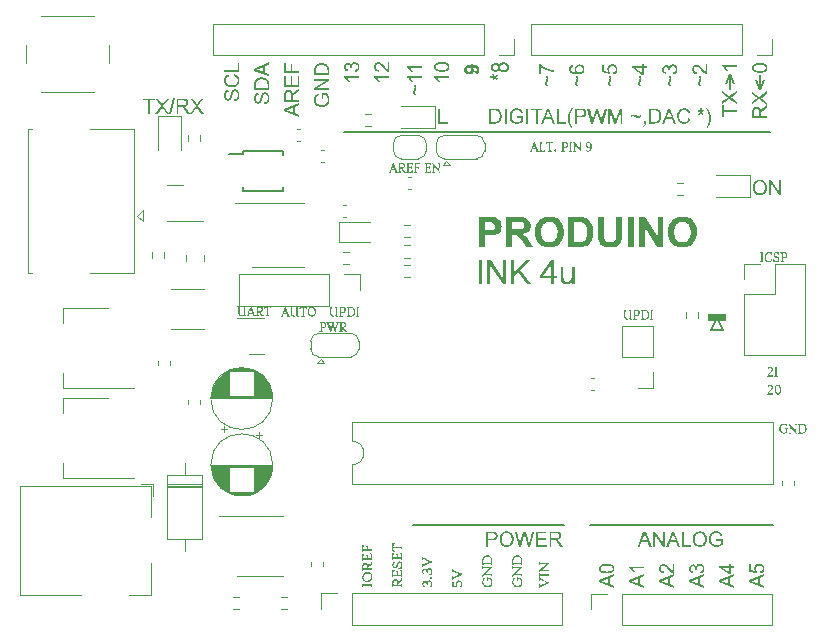
<source format=gbr>
%TF.GenerationSoftware,KiCad,Pcbnew,8.0.4*%
%TF.CreationDate,2024-10-26T11:39:00+11:00*%
%TF.ProjectId,INK-128DA28,494e4b2d-3132-4384-9441-32382e6b6963,1.1*%
%TF.SameCoordinates,Original*%
%TF.FileFunction,Legend,Top*%
%TF.FilePolarity,Positive*%
%FSLAX46Y46*%
G04 Gerber Fmt 4.6, Leading zero omitted, Abs format (unit mm)*
G04 Created by KiCad (PCBNEW 8.0.4) date 2024-10-26 11:39:00*
%MOMM*%
%LPD*%
G01*
G04 APERTURE LIST*
%ADD10C,0.200000*%
%ADD11C,0.187500*%
%ADD12C,0.250000*%
%ADD13C,0.158750*%
%ADD14C,0.156250*%
%ADD15C,0.300000*%
%ADD16C,0.120000*%
%ADD17C,0.150000*%
%ADD18C,0.203200*%
%ADD19C,0.000000*%
G04 APERTURE END LIST*
D10*
X143680000Y-99485000D02*
X143680000Y-98310000D01*
X144526000Y-103124000D02*
X108458000Y-103124000D01*
X114300000Y-136398000D02*
X127127000Y-136398000D01*
X141140000Y-99500000D02*
X141140000Y-98305000D01*
X129286000Y-136398000D02*
X144780000Y-136398000D01*
D11*
G36*
X104689500Y-100868174D02*
G01*
X104298711Y-101015025D01*
X104298711Y-101541369D01*
X104689500Y-101679671D01*
X104689500Y-101856442D01*
X103419437Y-101373146D01*
X103419437Y-101287356D01*
X103551633Y-101287356D01*
X103612121Y-101300522D01*
X103672381Y-101316207D01*
X103732411Y-101334411D01*
X103792212Y-101355133D01*
X104161935Y-101493436D01*
X104161935Y-101066622D01*
X103812973Y-101197902D01*
X103755321Y-101219372D01*
X103693106Y-101241681D01*
X103628658Y-101263562D01*
X103564640Y-101283572D01*
X103551633Y-101287356D01*
X103419437Y-101287356D01*
X103419437Y-101193628D01*
X104689500Y-100678581D01*
X104689500Y-100868174D01*
G37*
G36*
X104689500Y-99649708D02*
G01*
X104426328Y-99816098D01*
X104372728Y-99850979D01*
X104320411Y-99886388D01*
X104267947Y-99924157D01*
X104252000Y-99936388D01*
X104203310Y-99978539D01*
X104167430Y-100020957D01*
X104139495Y-100077686D01*
X104133847Y-100096978D01*
X104128123Y-100159832D01*
X104127741Y-100189790D01*
X104127741Y-100383047D01*
X104689500Y-100383047D01*
X104689500Y-100549437D01*
X103419437Y-100549437D01*
X103419437Y-99991342D01*
X103419596Y-99984626D01*
X103561098Y-99984626D01*
X103561098Y-100383047D01*
X103986080Y-100383047D01*
X103986080Y-100024926D01*
X103983725Y-99958421D01*
X103975693Y-99896492D01*
X103961961Y-99846323D01*
X103930668Y-99789613D01*
X103885025Y-99748321D01*
X103825997Y-99722117D01*
X103769620Y-99714737D01*
X103705935Y-99723882D01*
X103651353Y-99751317D01*
X103620021Y-99779767D01*
X103586474Y-99833176D01*
X103568060Y-99897194D01*
X103561615Y-99959013D01*
X103561098Y-99984626D01*
X103419596Y-99984626D01*
X103421088Y-99921602D01*
X103426040Y-99859575D01*
X103435743Y-99798133D01*
X103453936Y-99735498D01*
X103483686Y-99679443D01*
X103525917Y-99631757D01*
X103575142Y-99595669D01*
X103631283Y-99567977D01*
X103690942Y-99550541D01*
X103754120Y-99543362D01*
X103767177Y-99543157D01*
X103832436Y-99548576D01*
X103892352Y-99564833D01*
X103953371Y-99596078D01*
X103996155Y-99629863D01*
X104038344Y-99679112D01*
X104072099Y-99740154D01*
X104094717Y-99803239D01*
X104108963Y-99864498D01*
X104114308Y-99897614D01*
X104144093Y-99842700D01*
X104177200Y-99797169D01*
X104222620Y-99752340D01*
X104274539Y-99709061D01*
X104326824Y-99671435D01*
X104345422Y-99659172D01*
X104689500Y-99439964D01*
X104689500Y-99649708D01*
G37*
G36*
X104689500Y-99285786D02*
G01*
X103419437Y-99285786D01*
X103419437Y-98375676D01*
X103565982Y-98375676D01*
X103565982Y-99119396D01*
X103966541Y-99119396D01*
X103966541Y-98422998D01*
X104113086Y-98422998D01*
X104113086Y-99119396D01*
X104542954Y-99119396D01*
X104542954Y-98346367D01*
X104689500Y-98346367D01*
X104689500Y-99285786D01*
G37*
G36*
X104689500Y-98114336D02*
G01*
X103419437Y-98114336D01*
X103419437Y-97265287D01*
X103565982Y-97265287D01*
X103565982Y-97947946D01*
X103966541Y-97947946D01*
X103966541Y-97357183D01*
X104113086Y-97357183D01*
X104113086Y-97947946D01*
X104689500Y-97947946D01*
X104689500Y-98114336D01*
G37*
D12*
G36*
X120842733Y-110319798D02*
G01*
X120986417Y-110323347D01*
X121125288Y-110330852D01*
X121258328Y-110345825D01*
X121310116Y-110356732D01*
X121426444Y-110398860D01*
X121531566Y-110462047D01*
X121625483Y-110546293D01*
X121672817Y-110602196D01*
X121743361Y-110717413D01*
X121786686Y-110834506D01*
X121811769Y-110965414D01*
X121818752Y-111091292D01*
X121812086Y-111215326D01*
X121789045Y-111339547D01*
X121744692Y-111459660D01*
X121734488Y-111479638D01*
X121664936Y-111588259D01*
X121575247Y-111684421D01*
X121520775Y-111726934D01*
X121414792Y-111789887D01*
X121298853Y-111835367D01*
X121256993Y-111846002D01*
X121127347Y-111865000D01*
X121000703Y-111875133D01*
X120873172Y-111880304D01*
X120730039Y-111882028D01*
X120398480Y-111882028D01*
X120398480Y-112859000D01*
X119889844Y-112859000D01*
X119889844Y-111452161D01*
X120398480Y-111452161D01*
X120676916Y-111452161D01*
X120814685Y-111449756D01*
X120939932Y-111441304D01*
X121065248Y-111418351D01*
X121078696Y-111413692D01*
X121188224Y-111347671D01*
X121237454Y-111291571D01*
X121286779Y-111177273D01*
X121294851Y-111098619D01*
X121274701Y-110975429D01*
X121214251Y-110875748D01*
X121116378Y-110800936D01*
X121009697Y-110765838D01*
X120884019Y-110753567D01*
X120755362Y-110749559D01*
X120643944Y-110748741D01*
X120398480Y-110748741D01*
X120398480Y-111452161D01*
X119889844Y-111452161D01*
X119889844Y-110318874D01*
X120705615Y-110318874D01*
X120842733Y-110319798D01*
G37*
G36*
X123437562Y-110321278D02*
G01*
X123565603Y-110328491D01*
X123695342Y-110342983D01*
X123817711Y-110367560D01*
X123880161Y-110387262D01*
X123997441Y-110446905D01*
X124097404Y-110531802D01*
X124173253Y-110630894D01*
X124231213Y-110745371D01*
X124267706Y-110869746D01*
X124282733Y-111004020D01*
X124283162Y-111032063D01*
X124272744Y-111168992D01*
X124241488Y-111293403D01*
X124189396Y-111405297D01*
X124116466Y-111504673D01*
X124023082Y-111589204D01*
X123909013Y-111656561D01*
X123792235Y-111701412D01*
X123659620Y-111733114D01*
X123618822Y-111739757D01*
X123725311Y-111808740D01*
X123825847Y-111889097D01*
X123890542Y-111952859D01*
X123973228Y-112053556D01*
X124044421Y-112153619D01*
X124114353Y-112259708D01*
X124179969Y-112364408D01*
X124487715Y-112859000D01*
X123879551Y-112859000D01*
X123511965Y-112300294D01*
X123442821Y-112199293D01*
X123364186Y-112088067D01*
X123287682Y-111986709D01*
X123243909Y-111935762D01*
X123145659Y-111856897D01*
X123091257Y-111831958D01*
X122970636Y-111809247D01*
X122846273Y-111803898D01*
X122835413Y-111803870D01*
X122732220Y-111803870D01*
X122732220Y-112859000D01*
X122224195Y-112859000D01*
X122224195Y-111374003D01*
X122732220Y-111374003D01*
X123108354Y-111374003D01*
X123235852Y-111372951D01*
X123360181Y-111369065D01*
X123492177Y-111358546D01*
X123565088Y-111344083D01*
X123671427Y-111281613D01*
X123707360Y-111239669D01*
X123754193Y-111120475D01*
X123759261Y-111054655D01*
X123737816Y-110929784D01*
X123691484Y-110853766D01*
X123591194Y-110782933D01*
X123499753Y-110757290D01*
X123376258Y-110750878D01*
X123252454Y-110749150D01*
X123129115Y-110748741D01*
X122732220Y-110748741D01*
X122732220Y-111374003D01*
X122224195Y-111374003D01*
X122224195Y-110318874D01*
X123293979Y-110318874D01*
X123437562Y-110321278D01*
G37*
G36*
X125997928Y-110285224D02*
G01*
X126126699Y-110301510D01*
X126248506Y-110328653D01*
X126390970Y-110377851D01*
X126522552Y-110444013D01*
X126643251Y-110527139D01*
X126753068Y-110627230D01*
X126849289Y-110742247D01*
X126929202Y-110870531D01*
X126981390Y-110982711D01*
X127023140Y-111103382D01*
X127054453Y-111232545D01*
X127075328Y-111370199D01*
X127085765Y-111516344D01*
X127087070Y-111592600D01*
X127081889Y-111741693D01*
X127066348Y-111882448D01*
X127040444Y-112014864D01*
X127004180Y-112138941D01*
X126957554Y-112254680D01*
X126884702Y-112387627D01*
X126795660Y-112507545D01*
X126755510Y-112551864D01*
X126646457Y-112651604D01*
X126526521Y-112734438D01*
X126395702Y-112800368D01*
X126254002Y-112849392D01*
X126132806Y-112876440D01*
X126004645Y-112892669D01*
X125869519Y-112898078D01*
X125732677Y-112892697D01*
X125603028Y-112876554D01*
X125480572Y-112849650D01*
X125337619Y-112800884D01*
X125205906Y-112735304D01*
X125085434Y-112652908D01*
X124976201Y-112553696D01*
X124880683Y-112439550D01*
X124801355Y-112312733D01*
X124738216Y-112173244D01*
X124699362Y-112052530D01*
X124670868Y-111923706D01*
X124652736Y-111786773D01*
X124644965Y-111641730D01*
X124644642Y-111604202D01*
X124645133Y-111587105D01*
X125168542Y-111587105D01*
X125173358Y-111717470D01*
X125191847Y-111860409D01*
X125224205Y-111988623D01*
X125270430Y-112102110D01*
X125341886Y-112215899D01*
X125365769Y-112244729D01*
X125457406Y-112331808D01*
X125574585Y-112405138D01*
X125705045Y-112450533D01*
X125830092Y-112467338D01*
X125867688Y-112468211D01*
X125995493Y-112457605D01*
X126128749Y-112419508D01*
X126248342Y-112353706D01*
X126341779Y-112273401D01*
X126366554Y-112246561D01*
X126442451Y-112138715D01*
X126499706Y-112009657D01*
X126533946Y-111882152D01*
X126554489Y-111739063D01*
X126561147Y-111607916D01*
X126561337Y-111580388D01*
X126556701Y-111448649D01*
X126538898Y-111304965D01*
X126507743Y-111176995D01*
X126454519Y-111047557D01*
X126383122Y-110939507D01*
X126371438Y-110925817D01*
X126282426Y-110841593D01*
X126166172Y-110770667D01*
X126034424Y-110726761D01*
X125906435Y-110710507D01*
X125867688Y-110709662D01*
X125735954Y-110720123D01*
X125615908Y-110751503D01*
X125493023Y-110812984D01*
X125385403Y-110901789D01*
X125360884Y-110928260D01*
X125285938Y-111034502D01*
X125229400Y-111161958D01*
X125195590Y-111288089D01*
X125175304Y-111429804D01*
X125168730Y-111559806D01*
X125168542Y-111587105D01*
X124645133Y-111587105D01*
X124648677Y-111463617D01*
X124660784Y-111331747D01*
X124680963Y-111208593D01*
X124714706Y-111075928D01*
X124759436Y-110955127D01*
X124819328Y-110838086D01*
X124891384Y-110728916D01*
X124975605Y-110627617D01*
X124993909Y-110608302D01*
X125089710Y-110519883D01*
X125190877Y-110446968D01*
X125308360Y-110384668D01*
X125319362Y-110379935D01*
X125441675Y-110336124D01*
X125572917Y-110304830D01*
X125695080Y-110287716D01*
X125824079Y-110280186D01*
X125862192Y-110279795D01*
X125997928Y-110285224D01*
G37*
G36*
X128526631Y-110321182D02*
G01*
X128658150Y-110329473D01*
X128783756Y-110346008D01*
X128875538Y-110367112D01*
X128994898Y-110412321D01*
X129104308Y-110473758D01*
X129203769Y-110551425D01*
X129254725Y-110601585D01*
X129337694Y-110702027D01*
X129408684Y-110814448D01*
X129467696Y-110938848D01*
X129495304Y-111013134D01*
X129531368Y-111141781D01*
X129554472Y-111266056D01*
X129569686Y-111401258D01*
X129576448Y-111525844D01*
X129577736Y-111613361D01*
X129574026Y-111746284D01*
X129562893Y-111870968D01*
X129541083Y-112003374D01*
X129509580Y-112125019D01*
X129500189Y-112153748D01*
X129455164Y-112269975D01*
X129394189Y-112390427D01*
X129323063Y-112497675D01*
X129241785Y-112591718D01*
X129230912Y-112602545D01*
X129128922Y-112685178D01*
X129017295Y-112748529D01*
X128901434Y-112795959D01*
X128873706Y-112805266D01*
X128744496Y-112835858D01*
X128618921Y-112851443D01*
X128492296Y-112858160D01*
X128423689Y-112859000D01*
X127466868Y-112859000D01*
X127466868Y-112429132D01*
X127975503Y-112429132D01*
X128354690Y-112429132D01*
X128487200Y-112426246D01*
X128615361Y-112414225D01*
X128662436Y-112404708D01*
X128781597Y-112359557D01*
X128866990Y-112299683D01*
X128941178Y-112201223D01*
X128990217Y-112085930D01*
X129000102Y-112054830D01*
X129029652Y-111922713D01*
X129044705Y-111792937D01*
X129051193Y-111661198D01*
X129052004Y-111589547D01*
X129048760Y-111451207D01*
X129037356Y-111315918D01*
X129015054Y-111190863D01*
X129000102Y-111138309D01*
X128951576Y-111021798D01*
X128878553Y-110915914D01*
X128855999Y-110892845D01*
X128751127Y-110818656D01*
X128629796Y-110775168D01*
X128620915Y-110773166D01*
X128488797Y-110756469D01*
X128362514Y-110750673D01*
X128223096Y-110748765D01*
X128203870Y-110748741D01*
X127975503Y-110748741D01*
X127975503Y-112429132D01*
X127466868Y-112429132D01*
X127466868Y-110318874D01*
X128396212Y-110318874D01*
X128526631Y-110321182D01*
G37*
G36*
X129990507Y-110318874D02*
G01*
X130499143Y-110318874D01*
X130499143Y-111697625D01*
X130500048Y-111830035D01*
X130503302Y-111954312D01*
X130511639Y-112078085D01*
X130518071Y-112122607D01*
X130559280Y-112239435D01*
X130637018Y-112342485D01*
X130673166Y-112373567D01*
X130788094Y-112434845D01*
X130908326Y-112462296D01*
X131009000Y-112468211D01*
X131134043Y-112459505D01*
X131256546Y-112426074D01*
X131335674Y-112379062D01*
X131419394Y-112286058D01*
X131466106Y-112167333D01*
X131467565Y-112159244D01*
X131481333Y-112037485D01*
X131487488Y-111914384D01*
X131489959Y-111782092D01*
X131490158Y-111726934D01*
X131490158Y-110318874D01*
X131998183Y-110318874D01*
X131998183Y-111650608D01*
X131997169Y-111786793D01*
X131994128Y-111909889D01*
X131987803Y-112040328D01*
X131976733Y-112168685D01*
X131956662Y-112296020D01*
X131920238Y-112418809D01*
X131861577Y-112536961D01*
X131804621Y-112614757D01*
X131711169Y-112704459D01*
X131606949Y-112773711D01*
X131508476Y-112821142D01*
X131381692Y-112861714D01*
X131248518Y-112885381D01*
X131114976Y-112896200D01*
X131024265Y-112898078D01*
X130895264Y-112895137D01*
X130760175Y-112884272D01*
X130626108Y-112862052D01*
X130501194Y-112824555D01*
X130477161Y-112814425D01*
X130368396Y-112756930D01*
X130266387Y-112682529D01*
X130182848Y-112596438D01*
X130112180Y-112493885D01*
X130059072Y-112378716D01*
X130040577Y-112314949D01*
X130018671Y-112192980D01*
X130004638Y-112064969D01*
X129996423Y-111939432D01*
X129991729Y-111799298D01*
X129990507Y-111671369D01*
X129990507Y-110318874D01*
G37*
G36*
X132504376Y-112859000D02*
G01*
X132504376Y-110318874D01*
X133012401Y-110318874D01*
X133012401Y-112859000D01*
X132504376Y-112859000D01*
G37*
G36*
X133497224Y-112859000D02*
G01*
X133497224Y-110318874D01*
X133991815Y-110318874D01*
X135021909Y-112035290D01*
X135021909Y-110318874D01*
X135493909Y-110318874D01*
X135493909Y-112859000D01*
X134984052Y-112859000D01*
X133969223Y-111168228D01*
X133969223Y-112859000D01*
X133497224Y-112859000D01*
G37*
G36*
X137267293Y-110285224D02*
G01*
X137396064Y-110301510D01*
X137517871Y-110328653D01*
X137660335Y-110377851D01*
X137791917Y-110444013D01*
X137912616Y-110527139D01*
X138022433Y-110627230D01*
X138118654Y-110742247D01*
X138198567Y-110870531D01*
X138250755Y-110982711D01*
X138292505Y-111103382D01*
X138323818Y-111232545D01*
X138344693Y-111370199D01*
X138355130Y-111516344D01*
X138356435Y-111592600D01*
X138351254Y-111741693D01*
X138335712Y-111882448D01*
X138309809Y-112014864D01*
X138273545Y-112138941D01*
X138226919Y-112254680D01*
X138154067Y-112387627D01*
X138065025Y-112507545D01*
X138024875Y-112551864D01*
X137915822Y-112651604D01*
X137795886Y-112734438D01*
X137665067Y-112800368D01*
X137523366Y-112849392D01*
X137402171Y-112876440D01*
X137274010Y-112892669D01*
X137138884Y-112898078D01*
X137002042Y-112892697D01*
X136872393Y-112876554D01*
X136749937Y-112849650D01*
X136606984Y-112800884D01*
X136475271Y-112735304D01*
X136354799Y-112652908D01*
X136245566Y-112553696D01*
X136150048Y-112439550D01*
X136070720Y-112312733D01*
X136007581Y-112173244D01*
X135968727Y-112052530D01*
X135940233Y-111923706D01*
X135922101Y-111786773D01*
X135914330Y-111641730D01*
X135914006Y-111604202D01*
X135914497Y-111587105D01*
X136437907Y-111587105D01*
X136442722Y-111717470D01*
X136461212Y-111860409D01*
X136493570Y-111988623D01*
X136539795Y-112102110D01*
X136611251Y-112215899D01*
X136635133Y-112244729D01*
X136726771Y-112331808D01*
X136843950Y-112405138D01*
X136974410Y-112450533D01*
X137099457Y-112467338D01*
X137137053Y-112468211D01*
X137264858Y-112457605D01*
X137398114Y-112419508D01*
X137517707Y-112353706D01*
X137611144Y-112273401D01*
X137635919Y-112246561D01*
X137711816Y-112138715D01*
X137769071Y-112009657D01*
X137803311Y-111882152D01*
X137823854Y-111739063D01*
X137830512Y-111607916D01*
X137830702Y-111580388D01*
X137826066Y-111448649D01*
X137808263Y-111304965D01*
X137777108Y-111176995D01*
X137723884Y-111047557D01*
X137652487Y-110939507D01*
X137640803Y-110925817D01*
X137551791Y-110841593D01*
X137435537Y-110770667D01*
X137303789Y-110726761D01*
X137175800Y-110710507D01*
X137137053Y-110709662D01*
X137005319Y-110720123D01*
X136885273Y-110751503D01*
X136762388Y-110812984D01*
X136654768Y-110901789D01*
X136630249Y-110928260D01*
X136555303Y-111034502D01*
X136498765Y-111161958D01*
X136464955Y-111288089D01*
X136444669Y-111429804D01*
X136438095Y-111559806D01*
X136437907Y-111587105D01*
X135914497Y-111587105D01*
X135918042Y-111463617D01*
X135930149Y-111331747D01*
X135950328Y-111208593D01*
X135984071Y-111075928D01*
X136028801Y-110955127D01*
X136088693Y-110838086D01*
X136160749Y-110728916D01*
X136244970Y-110627617D01*
X136263274Y-110608302D01*
X136359075Y-110519883D01*
X136460242Y-110446968D01*
X136577725Y-110384668D01*
X136588727Y-110379935D01*
X136711040Y-110336124D01*
X136842282Y-110304830D01*
X136964445Y-110287716D01*
X137093444Y-110280186D01*
X137131557Y-110279795D01*
X137267293Y-110285224D01*
G37*
D13*
G36*
X144806919Y-125132243D02*
G01*
X144823204Y-125152530D01*
X144814208Y-125189563D01*
X144812968Y-125192730D01*
X144799814Y-125227067D01*
X144797148Y-125234606D01*
X144786757Y-125268106D01*
X144777915Y-125304161D01*
X144770252Y-125340954D01*
X144766905Y-125358371D01*
X144358077Y-125358371D01*
X144340551Y-125350740D01*
X144333107Y-125321148D01*
X144337513Y-125283521D01*
X144341637Y-125265500D01*
X144353773Y-125229860D01*
X144370308Y-125195468D01*
X144373121Y-125190311D01*
X144393726Y-125156821D01*
X144414654Y-125126904D01*
X144438997Y-125095160D01*
X144460931Y-125068450D01*
X144485050Y-125040571D01*
X144511356Y-125011523D01*
X144539847Y-124981306D01*
X144563607Y-124956057D01*
X144588819Y-124927582D01*
X144613685Y-124896874D01*
X144636106Y-124865096D01*
X144648723Y-124843582D01*
X144663568Y-124810693D01*
X144674364Y-124772148D01*
X144679162Y-124731494D01*
X144679432Y-124718886D01*
X144675026Y-124680343D01*
X144660310Y-124646740D01*
X144648103Y-124632158D01*
X144619053Y-124613359D01*
X144587674Y-124604939D01*
X144560940Y-124603124D01*
X144529803Y-124606392D01*
X144497682Y-124617690D01*
X144468166Y-124637057D01*
X144459819Y-124644441D01*
X144436298Y-124670491D01*
X144417905Y-124700692D01*
X144404640Y-124735044D01*
X144399487Y-124755923D01*
X144387545Y-124784398D01*
X144374207Y-124791843D01*
X144352424Y-124764198D01*
X144352338Y-124760390D01*
X144352338Y-124611685D01*
X144377987Y-124587618D01*
X144404756Y-124565743D01*
X144434475Y-124546485D01*
X144444464Y-124541521D01*
X144476540Y-124528900D01*
X144508247Y-124519885D01*
X144539585Y-124514476D01*
X144570556Y-124512673D01*
X144603707Y-124513792D01*
X144636859Y-124517660D01*
X144668847Y-124525105D01*
X144674159Y-124526818D01*
X144703937Y-124539101D01*
X144732259Y-124556189D01*
X144745812Y-124567018D01*
X144770227Y-124592972D01*
X144790787Y-124627170D01*
X144803514Y-124666208D01*
X144808226Y-124704335D01*
X144808470Y-124715908D01*
X144804974Y-124756937D01*
X144795995Y-124792862D01*
X144781492Y-124828276D01*
X144764269Y-124858843D01*
X144741881Y-124891094D01*
X144717730Y-124920821D01*
X144694105Y-124947063D01*
X144667300Y-124974641D01*
X144637314Y-125003555D01*
X144611035Y-125027648D01*
X144581775Y-125054527D01*
X144555994Y-125079050D01*
X144530312Y-125104683D01*
X144506760Y-125130053D01*
X144495180Y-125143782D01*
X144471819Y-125173619D01*
X144451238Y-125202429D01*
X144433187Y-125233011D01*
X144430351Y-125239258D01*
X144587151Y-125239258D01*
X144624778Y-125237146D01*
X144659724Y-125230807D01*
X144691989Y-125220243D01*
X144721574Y-125205453D01*
X144748478Y-125186437D01*
X144777223Y-125158040D01*
X144781639Y-125152716D01*
X144806919Y-125132243D01*
G37*
G36*
X145245441Y-124514592D02*
G01*
X145282574Y-124522389D01*
X145317139Y-124536184D01*
X145349137Y-124555977D01*
X145378568Y-124581768D01*
X145405431Y-124613556D01*
X145420317Y-124635508D01*
X145440825Y-124672323D01*
X145457858Y-124711465D01*
X145471414Y-124752933D01*
X145481494Y-124796728D01*
X145487056Y-124833439D01*
X145490393Y-124871639D01*
X145491505Y-124911327D01*
X145490791Y-124950615D01*
X145488648Y-124988286D01*
X145483569Y-125036001D01*
X145475950Y-125080843D01*
X145465791Y-125122811D01*
X145453093Y-125161907D01*
X145437855Y-125198129D01*
X145420077Y-125231478D01*
X145410236Y-125247075D01*
X145385747Y-125279138D01*
X145359100Y-125305766D01*
X145330295Y-125326960D01*
X145299331Y-125342720D01*
X145266210Y-125353045D01*
X145230929Y-125357936D01*
X145216213Y-125358371D01*
X145182965Y-125355806D01*
X145150666Y-125348111D01*
X145119318Y-125335287D01*
X145088919Y-125317333D01*
X145071975Y-125304770D01*
X145046032Y-125281656D01*
X145022641Y-125256003D01*
X145001801Y-125227811D01*
X144983514Y-125197081D01*
X144967778Y-125163811D01*
X144954593Y-125128003D01*
X144943961Y-125089657D01*
X144935880Y-125048772D01*
X144930351Y-125005348D01*
X144927374Y-124959385D01*
X144926807Y-124927333D01*
X144928019Y-124888959D01*
X144931654Y-124850329D01*
X144932705Y-124843582D01*
X145044834Y-124843582D01*
X145045428Y-124884064D01*
X145047211Y-124922177D01*
X145050794Y-124963649D01*
X145055994Y-125001897D01*
X145061739Y-125032115D01*
X145070870Y-125069267D01*
X145082765Y-125107338D01*
X145096377Y-125141463D01*
X145106406Y-125162021D01*
X145124545Y-125192218D01*
X145146317Y-125219681D01*
X145169995Y-125241120D01*
X145198336Y-125258472D01*
X145229129Y-125267501D01*
X145236996Y-125267920D01*
X145269367Y-125263680D01*
X145290813Y-125254520D01*
X145316117Y-125231890D01*
X145331603Y-125208922D01*
X145347376Y-125174121D01*
X145357812Y-125138535D01*
X145365402Y-125097637D01*
X145369553Y-125059496D01*
X145371727Y-125017666D01*
X145372083Y-124990797D01*
X145371244Y-124947846D01*
X145368729Y-124907023D01*
X145364536Y-124868329D01*
X145358667Y-124831764D01*
X145348972Y-124789051D01*
X145336657Y-124749663D01*
X145321722Y-124713602D01*
X145318420Y-124706789D01*
X145298075Y-124671559D01*
X145275658Y-124643618D01*
X145246886Y-124620233D01*
X145215293Y-124606768D01*
X145185970Y-124603124D01*
X145152400Y-124608041D01*
X145122878Y-124622792D01*
X145097406Y-124647378D01*
X145085003Y-124665286D01*
X145067429Y-124701555D01*
X145056171Y-124737832D01*
X145048757Y-124778348D01*
X145045462Y-124816450D01*
X145044834Y-124843582D01*
X144932705Y-124843582D01*
X144937712Y-124811443D01*
X144946194Y-124772301D01*
X144956983Y-124734264D01*
X144969962Y-124698879D01*
X144985132Y-124666147D01*
X145002493Y-124636066D01*
X145022997Y-124607146D01*
X145051006Y-124576418D01*
X145081657Y-124551715D01*
X145114952Y-124533038D01*
X145150889Y-124520385D01*
X145181542Y-124514601D01*
X145213887Y-124512673D01*
X145245441Y-124514592D01*
G37*
D11*
G36*
X109769500Y-98404818D02*
G01*
X109769500Y-98559302D01*
X108779705Y-98559302D01*
X108820234Y-98606099D01*
X108857386Y-98657596D01*
X108887783Y-98705847D01*
X108918743Y-98760701D01*
X108946737Y-98816838D01*
X108968383Y-98868574D01*
X108812068Y-98868574D01*
X108784408Y-98813370D01*
X108749828Y-98754108D01*
X108712080Y-98698929D01*
X108671164Y-98647833D01*
X108665827Y-98641734D01*
X108623256Y-98596740D01*
X108576140Y-98554606D01*
X108524751Y-98518327D01*
X108499437Y-98504347D01*
X108499437Y-98404818D01*
X109769500Y-98404818D01*
G37*
G36*
X109438550Y-98012808D02*
G01*
X109417790Y-97858325D01*
X109478144Y-97842716D01*
X109535232Y-97819591D01*
X109589461Y-97783325D01*
X109604941Y-97767955D01*
X109639731Y-97715963D01*
X109658464Y-97656156D01*
X109662033Y-97611945D01*
X109654639Y-97546972D01*
X109632456Y-97488678D01*
X109595486Y-97437063D01*
X109586317Y-97427541D01*
X109535477Y-97387935D01*
X109477601Y-97362998D01*
X109412688Y-97352730D01*
X109398861Y-97352437D01*
X109335934Y-97359234D01*
X109275185Y-97382415D01*
X109223311Y-97422046D01*
X109183854Y-97474340D01*
X109160775Y-97535508D01*
X109154008Y-97598817D01*
X109160686Y-97662119D01*
X109171105Y-97708115D01*
X109025475Y-97690713D01*
X109027001Y-97665983D01*
X109021013Y-97600358D01*
X109003047Y-97539495D01*
X108976321Y-97488297D01*
X108934984Y-97443277D01*
X108875078Y-97415478D01*
X108820005Y-97409223D01*
X108756774Y-97418746D01*
X108699272Y-97450302D01*
X108681398Y-97466926D01*
X108645817Y-97519103D01*
X108628375Y-97582366D01*
X108626443Y-97615303D01*
X108634343Y-97678644D01*
X108660730Y-97737767D01*
X108682619Y-97765512D01*
X108732650Y-97804567D01*
X108792392Y-97829732D01*
X108851146Y-97842754D01*
X108823669Y-97997238D01*
X108759413Y-97981487D01*
X108701820Y-97958811D01*
X108644155Y-97924417D01*
X108595192Y-97880978D01*
X108584311Y-97868705D01*
X108547179Y-97815410D01*
X108520655Y-97755972D01*
X108504741Y-97690389D01*
X108499520Y-97627963D01*
X108499437Y-97618661D01*
X108503730Y-97555937D01*
X108518370Y-97490590D01*
X108543400Y-97429068D01*
X108577450Y-97374292D01*
X108619147Y-97329184D01*
X108663690Y-97296566D01*
X108722036Y-97268473D01*
X108783045Y-97253347D01*
X108825196Y-97250465D01*
X108888811Y-97257671D01*
X108947690Y-97279287D01*
X108973268Y-97294124D01*
X109022860Y-97336600D01*
X109060677Y-97388242D01*
X109079208Y-97423878D01*
X109098225Y-97364984D01*
X109129721Y-97308837D01*
X109172130Y-97262469D01*
X109186980Y-97250465D01*
X109242144Y-97217782D01*
X109305357Y-97197204D01*
X109369132Y-97189033D01*
X109391839Y-97188489D01*
X109462091Y-97194245D01*
X109527521Y-97211513D01*
X109588131Y-97240293D01*
X109643920Y-97280585D01*
X109673634Y-97308778D01*
X109712854Y-97356109D01*
X109748354Y-97416944D01*
X109772810Y-97483827D01*
X109784982Y-97545969D01*
X109789039Y-97612555D01*
X109784379Y-97682396D01*
X109770398Y-97746860D01*
X109747096Y-97805948D01*
X109714473Y-97859660D01*
X109691647Y-97887939D01*
X109646143Y-97931272D01*
X109595118Y-97965635D01*
X109538569Y-97991028D01*
X109476499Y-98007451D01*
X109438550Y-98012808D01*
G37*
D14*
G36*
X143754009Y-107156838D02*
G01*
X143815743Y-107165661D01*
X143875052Y-107180366D01*
X143941180Y-107204955D01*
X144004006Y-107237550D01*
X144062115Y-107277319D01*
X144113826Y-107323428D01*
X144159137Y-107375877D01*
X144198050Y-107434667D01*
X144217413Y-107471108D01*
X144242418Y-107528624D01*
X144262250Y-107588974D01*
X144276908Y-107652157D01*
X144286392Y-107718175D01*
X144290704Y-107787025D01*
X144290991Y-107810605D01*
X144288265Y-107881316D01*
X144280086Y-107949194D01*
X144266455Y-108014238D01*
X144247371Y-108076448D01*
X144222834Y-108135825D01*
X144213444Y-108154988D01*
X144182214Y-108209302D01*
X144140053Y-108266130D01*
X144091728Y-108315916D01*
X144037238Y-108358661D01*
X143994541Y-108384881D01*
X143931498Y-108415335D01*
X143866322Y-108438309D01*
X143799013Y-108453803D01*
X143729571Y-108461818D01*
X143688933Y-108463039D01*
X143623620Y-108460012D01*
X143560948Y-108450932D01*
X143500917Y-108435798D01*
X143443526Y-108414610D01*
X143388775Y-108387369D01*
X143371112Y-108376943D01*
X143313165Y-108336133D01*
X143261676Y-108289305D01*
X143216644Y-108236457D01*
X143178069Y-108177590D01*
X143158926Y-108141249D01*
X143134439Y-108084652D01*
X143112275Y-108017076D01*
X143097006Y-107947834D01*
X143089407Y-107887159D01*
X143086961Y-107827397D01*
X143258760Y-107827397D01*
X143261749Y-107896766D01*
X143270716Y-107961379D01*
X143285660Y-108021236D01*
X143311485Y-108086788D01*
X143345917Y-108145493D01*
X143381187Y-108189182D01*
X143429275Y-108234108D01*
X143481722Y-108269739D01*
X143538526Y-108296075D01*
X143599688Y-108313116D01*
X143665208Y-108320862D01*
X143688017Y-108321378D01*
X143756202Y-108316688D01*
X143819707Y-108302616D01*
X143878533Y-108279164D01*
X143932679Y-108246331D01*
X143982146Y-108204116D01*
X143997594Y-108187960D01*
X144038889Y-108134000D01*
X144071640Y-108072184D01*
X144092406Y-108014668D01*
X144107239Y-107951696D01*
X144116139Y-107883268D01*
X144119105Y-107809384D01*
X144116622Y-107743415D01*
X144109171Y-107681215D01*
X144094574Y-107614745D01*
X144073489Y-107553197D01*
X144067204Y-107538580D01*
X144038238Y-107483988D01*
X143998444Y-107430372D01*
X143951019Y-107385016D01*
X143915162Y-107359367D01*
X143856926Y-107328522D01*
X143794874Y-107307771D01*
X143729006Y-107297116D01*
X143690764Y-107295558D01*
X143626100Y-107299873D01*
X143564912Y-107312817D01*
X143507203Y-107334391D01*
X143452971Y-107364595D01*
X143402217Y-107403428D01*
X143386071Y-107418290D01*
X143342805Y-107469975D01*
X143308491Y-107533208D01*
X143286734Y-107594725D01*
X143271193Y-107664262D01*
X143263236Y-107725666D01*
X143259257Y-107792204D01*
X143258760Y-107827397D01*
X143086961Y-107827397D01*
X143086874Y-107825260D01*
X143089502Y-107748633D01*
X143097388Y-107676291D01*
X143110530Y-107608232D01*
X143128929Y-107544457D01*
X143152586Y-107484966D01*
X143181499Y-107429758D01*
X143215669Y-107378834D01*
X143255096Y-107332195D01*
X143310146Y-107280830D01*
X143369967Y-107238171D01*
X143434557Y-107204217D01*
X143503919Y-107178970D01*
X143578050Y-107162429D01*
X143640790Y-107155464D01*
X143689848Y-107153897D01*
X143754009Y-107156838D01*
G37*
G36*
X144496460Y-108443500D02*
G01*
X144496460Y-107173437D01*
X144667125Y-107173437D01*
X145328413Y-108170558D01*
X145328413Y-107173437D01*
X145488086Y-107173437D01*
X145488086Y-108443500D01*
X145317422Y-108443500D01*
X144656134Y-107445462D01*
X144656134Y-108443500D01*
X144496460Y-108443500D01*
G37*
D13*
G36*
X113387987Y-140892659D02*
G01*
X113401387Y-140909329D01*
X113412641Y-140947745D01*
X113414418Y-140985146D01*
X113411201Y-141024570D01*
X113408832Y-141040853D01*
X113399675Y-141077089D01*
X113384303Y-141110463D01*
X113362714Y-141140974D01*
X113357651Y-141146733D01*
X113330388Y-141174915D01*
X113301998Y-141199330D01*
X113269956Y-141222848D01*
X113254544Y-141233011D01*
X113220954Y-141254215D01*
X113188086Y-141274580D01*
X113154834Y-141294578D01*
X113152368Y-141296026D01*
X113119054Y-141316222D01*
X113097278Y-141331380D01*
X113071682Y-141358093D01*
X113071037Y-141359041D01*
X113056101Y-141392929D01*
X113051142Y-141432020D01*
X113051122Y-141434878D01*
X113237608Y-141434878D01*
X113276359Y-141433926D01*
X113314533Y-141428707D01*
X113319684Y-141426818D01*
X113343134Y-141408683D01*
X113348903Y-141381938D01*
X113348903Y-141348966D01*
X113358953Y-141329915D01*
X113377193Y-141323137D01*
X113392826Y-141325885D01*
X113406226Y-141335410D01*
X113420246Y-141370101D01*
X113420371Y-141374428D01*
X113420371Y-141411630D01*
X113420371Y-141413629D01*
X113420371Y-141443304D01*
X113420371Y-141471148D01*
X113420371Y-141501373D01*
X113420371Y-141531415D01*
X113420371Y-141558709D01*
X113420371Y-141596778D01*
X113420371Y-141619892D01*
X113416276Y-141649751D01*
X113406226Y-141666603D01*
X113382218Y-141678877D01*
X113358953Y-141672099D01*
X113348903Y-141653048D01*
X113348903Y-141620075D01*
X113335084Y-141584629D01*
X113324336Y-141577943D01*
X113286851Y-141569510D01*
X113245970Y-141567231D01*
X113233885Y-141567136D01*
X112755947Y-141567136D01*
X112717903Y-141568030D01*
X112680641Y-141572288D01*
X112667730Y-141576295D01*
X112641115Y-141596811D01*
X112634229Y-141627219D01*
X112634229Y-141653048D01*
X112626412Y-141671916D01*
X112610965Y-141678877D01*
X112597007Y-141675946D01*
X112585840Y-141666237D01*
X112574717Y-141630119D01*
X112574673Y-141627219D01*
X112574673Y-141590031D01*
X112574673Y-141589117D01*
X112574673Y-141561274D01*
X112574673Y-141522763D01*
X112574673Y-141499175D01*
X112574673Y-141462188D01*
X112574673Y-141437626D01*
X112574673Y-141393143D01*
X112574673Y-141353348D01*
X112574673Y-141324236D01*
X112658052Y-141324236D01*
X112658888Y-141361817D01*
X112663277Y-141399405D01*
X112666613Y-141409233D01*
X112685224Y-141430482D01*
X112711466Y-141434878D01*
X112966441Y-141434878D01*
X112976352Y-141398058D01*
X112979539Y-141358701D01*
X112979655Y-141348416D01*
X112979655Y-141292362D01*
X112976737Y-141249818D01*
X112967982Y-141212721D01*
X112950392Y-141176328D01*
X112924858Y-141147350D01*
X112896649Y-141128414D01*
X112859602Y-141116637D01*
X112830020Y-141114309D01*
X112791135Y-141117515D01*
X112760228Y-141125667D01*
X112726248Y-141144061D01*
X112706627Y-141162303D01*
X112685375Y-141192482D01*
X112670196Y-141229531D01*
X112661894Y-141267583D01*
X112658479Y-141304386D01*
X112658052Y-141324236D01*
X112574673Y-141324236D01*
X112574673Y-141311780D01*
X112574673Y-141271814D01*
X112574673Y-141233927D01*
X112577026Y-141196754D01*
X112584086Y-141159537D01*
X112594587Y-141125667D01*
X112609646Y-141090622D01*
X112629484Y-141057774D01*
X112646699Y-141036823D01*
X112676085Y-141011056D01*
X112708714Y-140991618D01*
X112744584Y-140978509D01*
X112783695Y-140971728D01*
X112807500Y-140970695D01*
X112849930Y-140973696D01*
X112888721Y-140982699D01*
X112923875Y-140997704D01*
X112955391Y-141018711D01*
X112983268Y-141045721D01*
X112991752Y-141056057D01*
X113014886Y-141091403D01*
X113030192Y-141125019D01*
X113041324Y-141161702D01*
X113048281Y-141201449D01*
X113051064Y-141244262D01*
X113051072Y-141245333D01*
X113067120Y-141217529D01*
X113090894Y-141187957D01*
X113103234Y-141175859D01*
X113131756Y-141150763D01*
X113163954Y-141125376D01*
X113196270Y-141103004D01*
X113217880Y-141089763D01*
X113250413Y-141070225D01*
X113282164Y-141049051D01*
X113297164Y-141037190D01*
X113323720Y-141009884D01*
X113330106Y-141001469D01*
X113346260Y-140966922D01*
X113348903Y-140945782D01*
X113336248Y-140916473D01*
X113347042Y-140891377D01*
X113369376Y-140886614D01*
X113387987Y-140892659D01*
G37*
G36*
X113273900Y-140604880D02*
G01*
X113312347Y-140598904D01*
X113336438Y-140569976D01*
X113336992Y-140562382D01*
X113336992Y-140454670D01*
X113335443Y-140417164D01*
X113329493Y-140376205D01*
X113319081Y-140339665D01*
X113301293Y-140302618D01*
X113277432Y-140271584D01*
X113273528Y-140267642D01*
X113245641Y-140242350D01*
X113234258Y-140233020D01*
X113211924Y-140214885D01*
X113189591Y-140189606D01*
X113187543Y-140177882D01*
X113222554Y-140161180D01*
X113261616Y-140175684D01*
X113297082Y-140190499D01*
X113335364Y-140204169D01*
X113371169Y-140215191D01*
X113409129Y-140225336D01*
X113420371Y-140228074D01*
X113420371Y-140662216D01*
X113420371Y-140698852D01*
X113420371Y-140758570D01*
X113420371Y-140791909D01*
X113417021Y-140819936D01*
X113409018Y-140836239D01*
X113388918Y-140848878D01*
X113369376Y-140842284D01*
X113360815Y-140823050D01*
X113360815Y-140790077D01*
X113346008Y-140755384D01*
X113332153Y-140747579D01*
X113295442Y-140740160D01*
X113256979Y-140737928D01*
X113235933Y-140737687D01*
X112757994Y-140737687D01*
X112719601Y-140738563D01*
X112681851Y-140742736D01*
X112668660Y-140746663D01*
X112641302Y-140767179D01*
X112634229Y-140797771D01*
X112634229Y-140823050D01*
X112626412Y-140842284D01*
X112610965Y-140848878D01*
X112597007Y-140845948D01*
X112585840Y-140836239D01*
X112574717Y-140801076D01*
X112574673Y-140798137D01*
X112574673Y-140761442D01*
X112574673Y-140760585D01*
X112574673Y-140733840D01*
X112574673Y-140696526D01*
X112574673Y-140667894D01*
X112574673Y-140236501D01*
X112612367Y-140231887D01*
X112649563Y-140225100D01*
X112660099Y-140222762D01*
X112719283Y-140208840D01*
X112745153Y-140205176D01*
X112765811Y-140221846D01*
X112745525Y-140250789D01*
X112714258Y-140281380D01*
X112689957Y-140309407D01*
X112680013Y-140326077D01*
X112670149Y-140355752D01*
X112665831Y-140393934D01*
X112665124Y-140423163D01*
X112665124Y-140562382D01*
X112675546Y-140596270D01*
X112706627Y-140604880D01*
X112933499Y-140604880D01*
X112955484Y-140574726D01*
X112955833Y-140565496D01*
X112955833Y-140438184D01*
X112941582Y-140402745D01*
X112910793Y-140377184D01*
X112878968Y-140362163D01*
X112855890Y-140352638D01*
X112848631Y-140338716D01*
X112879220Y-140316455D01*
X112883435Y-140316368D01*
X112965697Y-140320581D01*
X113052053Y-140316368D01*
X113086006Y-140332278D01*
X113086856Y-140338716D01*
X113083320Y-140351173D01*
X113072712Y-140360515D01*
X113058939Y-140375536D01*
X113047959Y-140396052D01*
X113039348Y-140432797D01*
X113039211Y-140438184D01*
X113039211Y-140565862D01*
X113047028Y-140595171D01*
X113065081Y-140604880D01*
X113273900Y-140604880D01*
G37*
G36*
X112819039Y-139549384D02*
G01*
X112810478Y-139565688D01*
X112778095Y-139583273D01*
X112745611Y-139604336D01*
X112731194Y-139617345D01*
X112706742Y-139646103D01*
X112693413Y-139668086D01*
X112678495Y-139704641D01*
X112669793Y-139742097D01*
X112665815Y-139779017D01*
X112665124Y-139803824D01*
X112667627Y-139843348D01*
X112676278Y-139880636D01*
X112692932Y-139913594D01*
X112696763Y-139918680D01*
X112726355Y-139943684D01*
X112763019Y-139952019D01*
X112802319Y-139946668D01*
X112837841Y-139928936D01*
X112848818Y-139919595D01*
X112873521Y-139889320D01*
X112892646Y-139853569D01*
X112907175Y-139815026D01*
X112915074Y-139787704D01*
X112925594Y-139749379D01*
X112937857Y-139709657D01*
X112950376Y-139674286D01*
X112964766Y-139639693D01*
X112981473Y-139606427D01*
X113001361Y-139574710D01*
X113022833Y-139548102D01*
X113051560Y-139521407D01*
X113083510Y-139501269D01*
X113118684Y-139487687D01*
X113157082Y-139480662D01*
X113180471Y-139479592D01*
X113220205Y-139482368D01*
X113256772Y-139490695D01*
X113295430Y-139507425D01*
X113329779Y-139531712D01*
X113355790Y-139558543D01*
X113377737Y-139590411D01*
X113395144Y-139626387D01*
X113408009Y-139666471D01*
X113415262Y-139703014D01*
X113419362Y-139742410D01*
X113420371Y-139775981D01*
X113419030Y-139818994D01*
X113415009Y-139860452D01*
X113408307Y-139900353D01*
X113398924Y-139938698D01*
X113386860Y-139975486D01*
X113372116Y-140010719D01*
X113365467Y-140024376D01*
X113334014Y-140085925D01*
X113150135Y-140085925D01*
X113111353Y-140082678D01*
X113082017Y-140058448D01*
X113111365Y-140034143D01*
X113117751Y-140032985D01*
X113157466Y-140025112D01*
X113194046Y-140010631D01*
X113227491Y-139989539D01*
X113257801Y-139961839D01*
X113273714Y-139943043D01*
X113295614Y-139910179D01*
X113312136Y-139875703D01*
X113323278Y-139839614D01*
X113329042Y-139801912D01*
X113329920Y-139779644D01*
X113328111Y-139738643D01*
X113320763Y-139695079D01*
X113307762Y-139660057D01*
X113284700Y-139629306D01*
X113247507Y-139608976D01*
X113214157Y-139604705D01*
X113176531Y-139609471D01*
X113141262Y-139625389D01*
X113124637Y-139638594D01*
X113098674Y-139669925D01*
X113078760Y-139706435D01*
X113063778Y-139745069D01*
X113052751Y-139783151D01*
X113049447Y-139796863D01*
X113038683Y-139838816D01*
X113026165Y-139877431D01*
X113011893Y-139912711D01*
X112992452Y-139950642D01*
X112970484Y-139983770D01*
X112950249Y-140007706D01*
X112921977Y-140033330D01*
X112886831Y-140054909D01*
X112848660Y-140068267D01*
X112807465Y-140073404D01*
X112802103Y-140073468D01*
X112762843Y-140070190D01*
X112726485Y-140060355D01*
X112693031Y-140043964D01*
X112662481Y-140021015D01*
X112646327Y-140004958D01*
X112621976Y-139973658D01*
X112602663Y-139938146D01*
X112588388Y-139898421D01*
X112580341Y-139862101D01*
X112575793Y-139822855D01*
X112574673Y-139789353D01*
X112575893Y-139751351D01*
X112580276Y-139711611D01*
X112589015Y-139671613D01*
X112600171Y-139640243D01*
X112604451Y-139630351D01*
X112604265Y-139628702D01*
X112602032Y-139625222D01*
X112587329Y-139612399D01*
X112562978Y-139584613D01*
X112562762Y-139582357D01*
X112589511Y-139555308D01*
X112595332Y-139554880D01*
X112634591Y-139552916D01*
X112674619Y-139549098D01*
X112708302Y-139543156D01*
X112747144Y-139534500D01*
X112785083Y-139528487D01*
X112795403Y-139527952D01*
X112819039Y-139549384D01*
G37*
G36*
X113273900Y-139147483D02*
G01*
X113312347Y-139141506D01*
X113336438Y-139112579D01*
X113336992Y-139104984D01*
X113336992Y-138997273D01*
X113335443Y-138959767D01*
X113329493Y-138918808D01*
X113319081Y-138882268D01*
X113301293Y-138845221D01*
X113277432Y-138814187D01*
X113273528Y-138810244D01*
X113245641Y-138784953D01*
X113234258Y-138775623D01*
X113211924Y-138757488D01*
X113189591Y-138732209D01*
X113187543Y-138720485D01*
X113222554Y-138703783D01*
X113261616Y-138718287D01*
X113297082Y-138733102D01*
X113335364Y-138746772D01*
X113371169Y-138757794D01*
X113409129Y-138767939D01*
X113420371Y-138770677D01*
X113420371Y-139204819D01*
X113420371Y-139241455D01*
X113420371Y-139301173D01*
X113420371Y-139334512D01*
X113417021Y-139362539D01*
X113409018Y-139378842D01*
X113388918Y-139391481D01*
X113369376Y-139384887D01*
X113360815Y-139365653D01*
X113360815Y-139332680D01*
X113346008Y-139297987D01*
X113332153Y-139290182D01*
X113295442Y-139282763D01*
X113256979Y-139280531D01*
X113235933Y-139280290D01*
X112757994Y-139280290D01*
X112719601Y-139281166D01*
X112681851Y-139285339D01*
X112668660Y-139289266D01*
X112641302Y-139309782D01*
X112634229Y-139340374D01*
X112634229Y-139365653D01*
X112626412Y-139384887D01*
X112610965Y-139391481D01*
X112597007Y-139388550D01*
X112585840Y-139378842D01*
X112574717Y-139343679D01*
X112574673Y-139340740D01*
X112574673Y-139304045D01*
X112574673Y-139303188D01*
X112574673Y-139276443D01*
X112574673Y-139239129D01*
X112574673Y-139210497D01*
X112574673Y-138779103D01*
X112612367Y-138774490D01*
X112649563Y-138767703D01*
X112660099Y-138765365D01*
X112719283Y-138751443D01*
X112745153Y-138747779D01*
X112765811Y-138764449D01*
X112745525Y-138793392D01*
X112714258Y-138823983D01*
X112689957Y-138852010D01*
X112680013Y-138868680D01*
X112670149Y-138898355D01*
X112665831Y-138936537D01*
X112665124Y-138965766D01*
X112665124Y-139104984D01*
X112675546Y-139138873D01*
X112706627Y-139147483D01*
X112933499Y-139147483D01*
X112955484Y-139117329D01*
X112955833Y-139108099D01*
X112955833Y-138980787D01*
X112941582Y-138945348D01*
X112910793Y-138919787D01*
X112878968Y-138904766D01*
X112855890Y-138895241D01*
X112848631Y-138881319D01*
X112879220Y-138859058D01*
X112883435Y-138858971D01*
X112965697Y-138863184D01*
X113052053Y-138858971D01*
X113086006Y-138874881D01*
X113086856Y-138881319D01*
X113083320Y-138893775D01*
X113072712Y-138903118D01*
X113058939Y-138918139D01*
X113047959Y-138938655D01*
X113039348Y-138975400D01*
X113039211Y-138980787D01*
X113039211Y-139108465D01*
X113047028Y-139137774D01*
X113065081Y-139147483D01*
X113273900Y-139147483D01*
G37*
G36*
X112797264Y-138663882D02*
G01*
X112776978Y-138682017D01*
X112741989Y-138679636D01*
X112714258Y-138673591D01*
X112688760Y-138665164D01*
X112663263Y-138655456D01*
X112626178Y-138643593D01*
X112603148Y-138638603D01*
X112569462Y-138627062D01*
X112562762Y-138611858D01*
X112571509Y-138582366D01*
X112574673Y-138559834D01*
X112574673Y-138529426D01*
X112574673Y-138007907D01*
X112572654Y-137970395D01*
X112570765Y-137960096D01*
X112564809Y-137937565D01*
X112562762Y-137926391D01*
X112563320Y-137917415D01*
X112566484Y-137909172D01*
X112593098Y-137904226D01*
X112628672Y-137918700D01*
X112638138Y-137922177D01*
X112674845Y-137934492D01*
X112688946Y-137938847D01*
X112726580Y-137950088D01*
X112758553Y-137958448D01*
X112792690Y-137973290D01*
X112797264Y-137984276D01*
X112778467Y-138005892D01*
X112747200Y-138012486D01*
X112725052Y-138021279D01*
X112696083Y-138051162D01*
X112680106Y-138089652D01*
X112670976Y-138133261D01*
X112666587Y-138177090D01*
X112665183Y-138217054D01*
X112665124Y-138227725D01*
X113232955Y-138227725D01*
X113271315Y-138226938D01*
X113309692Y-138223191D01*
X113323592Y-138219665D01*
X113353184Y-138201897D01*
X113360815Y-138179915D01*
X113360815Y-138161413D01*
X113360815Y-138139981D01*
X113360815Y-138123861D01*
X113369748Y-138107741D01*
X113385568Y-138100963D01*
X113398782Y-138104993D01*
X113409762Y-138116900D01*
X113420205Y-138153044D01*
X113420371Y-138159032D01*
X113420371Y-138196018D01*
X113420371Y-138200431D01*
X113420371Y-138232671D01*
X113420371Y-138262530D01*
X113420371Y-138293854D01*
X113420371Y-138325361D01*
X113420371Y-138355220D01*
X113420371Y-138392102D01*
X113420371Y-138421349D01*
X113417207Y-138453406D01*
X113409576Y-138471724D01*
X113389290Y-138487294D01*
X113369748Y-138480700D01*
X113360815Y-138464397D01*
X113360815Y-138449376D01*
X113360815Y-138438751D01*
X113360815Y-138409259D01*
X113353556Y-138386544D01*
X113330850Y-138370974D01*
X113292046Y-138363143D01*
X113253600Y-138360787D01*
X113232955Y-138360532D01*
X112665124Y-138360532D01*
X112665828Y-138399752D01*
X112668355Y-138438564D01*
X112674098Y-138478062D01*
X112679827Y-138499751D01*
X112686527Y-138525213D01*
X112703000Y-138558664D01*
X112709419Y-138567345D01*
X112733758Y-138596072D01*
X112746828Y-138609294D01*
X112774558Y-138634834D01*
X112781631Y-138640984D01*
X112797264Y-138663882D01*
G37*
G36*
X110820815Y-141381938D02*
G01*
X110820815Y-141348416D01*
X110829190Y-141329548D01*
X110844637Y-141323137D01*
X110857851Y-141326068D01*
X110869018Y-141335227D01*
X110880326Y-141371098D01*
X110880371Y-141374062D01*
X110880371Y-141410755D01*
X110880371Y-141413812D01*
X110878882Y-141443854D01*
X110875549Y-141483190D01*
X110875234Y-141521202D01*
X110876276Y-141534896D01*
X110878771Y-141571612D01*
X110880335Y-141609164D01*
X110880371Y-141614030D01*
X110877021Y-141648835D01*
X110869204Y-141665688D01*
X110848545Y-141677961D01*
X110829190Y-141671183D01*
X110820815Y-141651949D01*
X110820815Y-141618976D01*
X110806786Y-141583908D01*
X110795875Y-141577394D01*
X110757507Y-141569390D01*
X110720029Y-141567296D01*
X110703936Y-141567136D01*
X110211667Y-141567136D01*
X110174186Y-141567905D01*
X110135754Y-141571943D01*
X110125124Y-141575012D01*
X110100185Y-141592781D01*
X110094229Y-141618976D01*
X110094229Y-141651949D01*
X110086226Y-141671183D01*
X110070779Y-141677961D01*
X110057565Y-141675030D01*
X110046026Y-141665871D01*
X110034717Y-141630204D01*
X110034673Y-141627219D01*
X110034673Y-141590163D01*
X110034673Y-141587102D01*
X110034673Y-141557061D01*
X110034673Y-141529766D01*
X110034673Y-141500274D01*
X110034673Y-141470599D01*
X110034673Y-141443304D01*
X110034673Y-141405132D01*
X110034673Y-141381755D01*
X110038023Y-141351897D01*
X110046026Y-141335044D01*
X110067615Y-141323137D01*
X110094229Y-141348416D01*
X110094229Y-141381938D01*
X110108257Y-141417006D01*
X110119168Y-141423521D01*
X110157695Y-141431525D01*
X110195443Y-141433619D01*
X110211667Y-141433779D01*
X110703936Y-141433779D01*
X110744325Y-141432848D01*
X110782815Y-141428171D01*
X110789920Y-141425902D01*
X110814859Y-141408317D01*
X110820815Y-141381938D01*
G37*
G36*
X110489313Y-140372633D02*
G01*
X110528642Y-140377114D01*
X110566390Y-140384583D01*
X110602556Y-140395039D01*
X110643869Y-140411530D01*
X110682905Y-140432322D01*
X110716641Y-140454890D01*
X110747498Y-140480691D01*
X110775476Y-140509725D01*
X110800575Y-140541991D01*
X110822795Y-140577491D01*
X110829562Y-140590042D01*
X110846829Y-140627422D01*
X110860524Y-140666335D01*
X110870646Y-140706780D01*
X110877195Y-140748758D01*
X110880172Y-140792269D01*
X110880371Y-140807113D01*
X110879003Y-140845576D01*
X110874900Y-140882769D01*
X110866366Y-140925723D01*
X110853893Y-140966849D01*
X110837480Y-141006146D01*
X110824351Y-141031328D01*
X110802117Y-141067174D01*
X110777293Y-141099495D01*
X110749878Y-141128290D01*
X110719871Y-141153559D01*
X110687274Y-141175302D01*
X110652086Y-141193519D01*
X110614306Y-141208210D01*
X110573936Y-141219376D01*
X110530974Y-141227015D01*
X110485421Y-141231129D01*
X110453614Y-141231912D01*
X110415600Y-141229989D01*
X110376935Y-141224219D01*
X110337619Y-141214602D01*
X110297651Y-141201138D01*
X110263372Y-141186296D01*
X110226792Y-141166158D01*
X110192981Y-141142630D01*
X110161938Y-141115714D01*
X110158252Y-141112111D01*
X110129288Y-141080272D01*
X110104186Y-141045937D01*
X110082946Y-141009106D01*
X110065568Y-140969779D01*
X110052051Y-140927956D01*
X110042397Y-140883637D01*
X110037778Y-140846314D01*
X110125124Y-140846314D01*
X110127682Y-140887062D01*
X110135357Y-140924951D01*
X110148149Y-140959980D01*
X110166057Y-140992150D01*
X110189082Y-141021460D01*
X110197894Y-141030595D01*
X110228007Y-141056306D01*
X110261536Y-141076697D01*
X110298480Y-141091769D01*
X110338840Y-141101521D01*
X110382615Y-141105954D01*
X110397966Y-141106249D01*
X110437268Y-141104836D01*
X110474679Y-141100596D01*
X110513649Y-141092668D01*
X110517078Y-141091778D01*
X110553421Y-141080573D01*
X110590158Y-141065487D01*
X110615718Y-141052211D01*
X110647063Y-141032075D01*
X110677418Y-141007296D01*
X110692210Y-140992676D01*
X110716892Y-140963849D01*
X110738010Y-140933328D01*
X110746555Y-140918671D01*
X110763452Y-140883158D01*
X110776199Y-140846663D01*
X110784796Y-140809187D01*
X110789242Y-140770728D01*
X110789920Y-140748311D01*
X110787649Y-140710983D01*
X110779261Y-140670836D01*
X110764693Y-140634352D01*
X110743944Y-140601533D01*
X110725339Y-140580333D01*
X110696386Y-140556241D01*
X110663127Y-140537134D01*
X110625564Y-140523011D01*
X110583695Y-140513873D01*
X110545515Y-140510065D01*
X110521173Y-140509442D01*
X110478111Y-140511045D01*
X110437049Y-140515853D01*
X110397989Y-140523868D01*
X110360929Y-140535087D01*
X110325870Y-140549513D01*
X110292812Y-140567144D01*
X110261754Y-140587981D01*
X110232697Y-140612024D01*
X110201707Y-140643633D01*
X110175969Y-140677093D01*
X110155484Y-140712405D01*
X110140251Y-140749568D01*
X110130272Y-140788583D01*
X110125544Y-140829449D01*
X110125124Y-140846314D01*
X110037778Y-140846314D01*
X110036604Y-140836823D01*
X110034794Y-140800074D01*
X110034673Y-140787512D01*
X110036695Y-140744113D01*
X110042760Y-140702118D01*
X110052869Y-140661527D01*
X110067022Y-140622339D01*
X110085218Y-140584556D01*
X110092182Y-140572273D01*
X110114241Y-140539110D01*
X110139100Y-140508586D01*
X110166760Y-140480703D01*
X110197220Y-140455460D01*
X110230480Y-140432858D01*
X110242189Y-140425911D01*
X110278416Y-140407297D01*
X110315768Y-140392535D01*
X110354245Y-140381623D01*
X110393848Y-140374563D01*
X110434576Y-140371353D01*
X110448402Y-140371139D01*
X110489313Y-140372633D01*
G37*
G36*
X110847987Y-139496811D02*
G01*
X110861387Y-139513481D01*
X110872641Y-139551897D01*
X110874418Y-139589298D01*
X110871201Y-139628722D01*
X110868832Y-139645005D01*
X110859675Y-139681241D01*
X110844303Y-139714615D01*
X110822714Y-139745126D01*
X110817651Y-139750885D01*
X110790388Y-139779067D01*
X110761998Y-139803482D01*
X110729956Y-139827000D01*
X110714544Y-139837163D01*
X110680954Y-139858367D01*
X110648086Y-139878732D01*
X110614834Y-139898730D01*
X110612368Y-139900178D01*
X110579054Y-139920374D01*
X110557278Y-139935532D01*
X110531682Y-139962245D01*
X110531037Y-139963193D01*
X110516101Y-139997081D01*
X110511142Y-140036172D01*
X110511122Y-140039030D01*
X110697608Y-140039030D01*
X110736359Y-140038078D01*
X110774533Y-140032859D01*
X110779684Y-140030970D01*
X110803134Y-140012835D01*
X110808903Y-139986091D01*
X110808903Y-139953118D01*
X110818953Y-139934067D01*
X110837193Y-139927289D01*
X110852826Y-139930037D01*
X110866226Y-139939562D01*
X110880246Y-139974253D01*
X110880371Y-139978580D01*
X110880371Y-140015782D01*
X110880371Y-140017781D01*
X110880371Y-140047457D01*
X110880371Y-140075300D01*
X110880371Y-140105525D01*
X110880371Y-140135567D01*
X110880371Y-140162861D01*
X110880371Y-140200930D01*
X110880371Y-140224044D01*
X110876276Y-140253903D01*
X110866226Y-140270756D01*
X110842218Y-140283029D01*
X110818953Y-140276251D01*
X110808903Y-140257200D01*
X110808903Y-140224227D01*
X110795084Y-140188782D01*
X110784336Y-140182095D01*
X110746851Y-140173662D01*
X110705970Y-140171383D01*
X110693885Y-140171288D01*
X110215947Y-140171288D01*
X110177903Y-140172182D01*
X110140641Y-140176440D01*
X110127730Y-140180447D01*
X110101115Y-140200963D01*
X110094229Y-140231371D01*
X110094229Y-140257200D01*
X110086412Y-140276068D01*
X110070965Y-140283029D01*
X110057007Y-140280098D01*
X110045840Y-140270389D01*
X110034717Y-140234272D01*
X110034673Y-140231371D01*
X110034673Y-140194183D01*
X110034673Y-140193270D01*
X110034673Y-140165426D01*
X110034673Y-140126915D01*
X110034673Y-140103327D01*
X110034673Y-140066340D01*
X110034673Y-140041778D01*
X110034673Y-139997295D01*
X110034673Y-139957500D01*
X110034673Y-139928388D01*
X110118052Y-139928388D01*
X110118888Y-139965969D01*
X110123277Y-140003557D01*
X110126613Y-140013385D01*
X110145224Y-140034634D01*
X110171466Y-140039030D01*
X110426441Y-140039030D01*
X110436352Y-140002211D01*
X110439539Y-139962853D01*
X110439655Y-139952568D01*
X110439655Y-139896515D01*
X110436737Y-139853970D01*
X110427982Y-139816873D01*
X110410392Y-139780480D01*
X110384858Y-139751502D01*
X110356649Y-139732566D01*
X110319602Y-139720789D01*
X110290020Y-139718461D01*
X110251135Y-139721667D01*
X110220228Y-139729819D01*
X110186248Y-139748214D01*
X110166627Y-139766455D01*
X110145375Y-139796634D01*
X110130196Y-139833683D01*
X110121894Y-139871736D01*
X110118479Y-139908538D01*
X110118052Y-139928388D01*
X110034673Y-139928388D01*
X110034673Y-139915932D01*
X110034673Y-139875966D01*
X110034673Y-139838079D01*
X110037026Y-139800906D01*
X110044086Y-139763690D01*
X110054587Y-139729819D01*
X110069646Y-139694775D01*
X110089484Y-139661926D01*
X110106699Y-139640975D01*
X110136085Y-139615208D01*
X110168714Y-139595770D01*
X110204584Y-139582661D01*
X110243695Y-139575880D01*
X110267500Y-139574847D01*
X110309930Y-139577848D01*
X110348721Y-139586851D01*
X110383875Y-139601856D01*
X110415391Y-139622863D01*
X110443268Y-139649873D01*
X110451752Y-139660210D01*
X110474886Y-139695555D01*
X110490192Y-139729172D01*
X110501324Y-139765854D01*
X110508281Y-139805601D01*
X110511064Y-139848415D01*
X110511072Y-139849485D01*
X110527120Y-139821681D01*
X110550894Y-139792109D01*
X110563234Y-139780011D01*
X110591756Y-139754915D01*
X110623954Y-139729528D01*
X110656270Y-139707156D01*
X110677880Y-139693915D01*
X110710413Y-139674377D01*
X110742164Y-139653203D01*
X110757164Y-139641342D01*
X110783720Y-139614036D01*
X110790106Y-139605621D01*
X110806260Y-139571074D01*
X110808903Y-139549934D01*
X110796248Y-139520625D01*
X110807042Y-139495529D01*
X110829376Y-139490766D01*
X110847987Y-139496811D01*
G37*
G36*
X110733900Y-139209032D02*
G01*
X110772347Y-139203056D01*
X110796438Y-139174129D01*
X110796992Y-139166534D01*
X110796992Y-139058823D01*
X110795443Y-139021316D01*
X110789493Y-138980357D01*
X110779081Y-138943817D01*
X110761293Y-138906770D01*
X110737432Y-138875736D01*
X110733528Y-138871794D01*
X110705641Y-138846502D01*
X110694258Y-138837172D01*
X110671924Y-138819037D01*
X110649591Y-138793758D01*
X110647543Y-138782034D01*
X110682554Y-138765332D01*
X110721616Y-138779836D01*
X110757082Y-138794651D01*
X110795364Y-138808321D01*
X110831169Y-138819343D01*
X110869129Y-138829489D01*
X110880371Y-138832226D01*
X110880371Y-139266368D01*
X110880371Y-139303004D01*
X110880371Y-139362722D01*
X110880371Y-139396061D01*
X110877021Y-139424088D01*
X110869018Y-139440391D01*
X110848918Y-139453031D01*
X110829376Y-139446436D01*
X110820815Y-139427202D01*
X110820815Y-139394229D01*
X110806008Y-139359536D01*
X110792153Y-139351731D01*
X110755442Y-139344312D01*
X110716979Y-139342080D01*
X110695933Y-139341839D01*
X110217994Y-139341839D01*
X110179601Y-139342716D01*
X110141851Y-139346888D01*
X110128660Y-139350815D01*
X110101302Y-139371331D01*
X110094229Y-139401923D01*
X110094229Y-139427202D01*
X110086412Y-139446436D01*
X110070965Y-139453031D01*
X110057007Y-139450100D01*
X110045840Y-139440391D01*
X110034717Y-139405229D01*
X110034673Y-139402289D01*
X110034673Y-139365594D01*
X110034673Y-139364737D01*
X110034673Y-139337992D01*
X110034673Y-139300678D01*
X110034673Y-139272047D01*
X110034673Y-138840653D01*
X110072367Y-138836039D01*
X110109563Y-138829252D01*
X110120099Y-138826914D01*
X110179283Y-138812992D01*
X110205153Y-138809329D01*
X110225811Y-138825998D01*
X110205525Y-138854941D01*
X110174258Y-138885532D01*
X110149957Y-138913559D01*
X110140013Y-138930229D01*
X110130149Y-138959904D01*
X110125831Y-138998086D01*
X110125124Y-139027315D01*
X110125124Y-139166534D01*
X110135546Y-139200422D01*
X110166627Y-139209032D01*
X110393499Y-139209032D01*
X110415484Y-139178878D01*
X110415833Y-139169648D01*
X110415833Y-139042336D01*
X110401582Y-139006897D01*
X110370793Y-138981337D01*
X110338968Y-138966316D01*
X110315890Y-138956790D01*
X110308631Y-138942868D01*
X110339220Y-138920607D01*
X110343435Y-138920520D01*
X110425697Y-138924733D01*
X110512053Y-138920520D01*
X110546006Y-138936430D01*
X110546856Y-138942868D01*
X110543320Y-138955325D01*
X110532712Y-138964667D01*
X110518939Y-138979688D01*
X110507959Y-139000204D01*
X110499348Y-139036950D01*
X110499211Y-139042336D01*
X110499211Y-139170014D01*
X110507028Y-139199323D01*
X110525081Y-139209032D01*
X110733900Y-139209032D01*
G37*
G36*
X110880371Y-138387826D02*
G01*
X110880371Y-138536754D01*
X110880371Y-138573951D01*
X110880371Y-138585663D01*
X110880371Y-138622987D01*
X110880371Y-138651426D01*
X110877021Y-138685314D01*
X110869204Y-138701801D01*
X110848359Y-138714807D01*
X110820815Y-138688795D01*
X110820815Y-138655822D01*
X110807931Y-138621244D01*
X110795875Y-138613690D01*
X110758156Y-138606115D01*
X110720314Y-138604133D01*
X110703936Y-138603981D01*
X110217994Y-138603981D01*
X110179067Y-138604822D01*
X110141118Y-138608824D01*
X110128102Y-138612591D01*
X110101302Y-138632741D01*
X110094229Y-138663516D01*
X110094229Y-138688795D01*
X110086412Y-138708029D01*
X110070779Y-138714807D01*
X110057007Y-138711876D01*
X110045840Y-138701984D01*
X110034717Y-138665866D01*
X110034673Y-138662966D01*
X110034673Y-138625421D01*
X110034673Y-138623399D01*
X110034673Y-138563132D01*
X110034673Y-138530159D01*
X110034673Y-138093453D01*
X110072483Y-138086369D01*
X110088274Y-138082462D01*
X110137594Y-138069456D01*
X110174793Y-138060303D01*
X110212533Y-138054494D01*
X110215389Y-138054435D01*
X110237164Y-138071654D01*
X110220228Y-138097666D01*
X110192461Y-138122931D01*
X110185983Y-138129173D01*
X110160919Y-138157567D01*
X110154716Y-138166359D01*
X110137868Y-138200685D01*
X110128014Y-138239686D01*
X110125124Y-138279199D01*
X110125124Y-138428676D01*
X110138710Y-138459634D01*
X110175327Y-138470614D01*
X110176863Y-138470625D01*
X110393685Y-138470625D01*
X110415487Y-138440892D01*
X110415833Y-138431790D01*
X110415833Y-138290007D01*
X110401582Y-138255457D01*
X110370793Y-138230107D01*
X110339154Y-138214903D01*
X110315890Y-138205560D01*
X110308631Y-138190539D01*
X110339220Y-138169373D01*
X110343435Y-138169290D01*
X110431838Y-138173320D01*
X110512053Y-138169290D01*
X110546006Y-138184418D01*
X110546856Y-138190539D01*
X110534945Y-138211788D01*
X110511279Y-138240137D01*
X110501258Y-138270040D01*
X110499211Y-138290007D01*
X110499211Y-138432157D01*
X110506842Y-138461099D01*
X110524709Y-138470625D01*
X110706727Y-138470625D01*
X110746499Y-138469737D01*
X110784169Y-138465278D01*
X110791036Y-138463114D01*
X110815045Y-138445529D01*
X110820815Y-138418784D01*
X110820815Y-138353388D01*
X110829748Y-138335070D01*
X110845568Y-138328475D01*
X110858782Y-138332505D01*
X110869576Y-138343496D01*
X110880107Y-138379692D01*
X110880371Y-138387826D01*
G37*
D11*
G36*
X112309500Y-98404818D02*
G01*
X112309500Y-98559302D01*
X111319705Y-98559302D01*
X111360234Y-98606099D01*
X111397386Y-98657596D01*
X111427783Y-98705847D01*
X111458743Y-98760701D01*
X111486737Y-98816838D01*
X111508383Y-98868574D01*
X111352068Y-98868574D01*
X111324408Y-98813370D01*
X111289828Y-98754108D01*
X111252080Y-98698929D01*
X111211164Y-98647833D01*
X111205827Y-98641734D01*
X111163256Y-98596740D01*
X111116140Y-98554606D01*
X111064751Y-98518327D01*
X111039437Y-98504347D01*
X111039437Y-98404818D01*
X112309500Y-98404818D01*
G37*
G36*
X112162954Y-97201311D02*
G01*
X112309500Y-97201311D01*
X112309500Y-98033569D01*
X112247998Y-98028621D01*
X112202033Y-98015556D01*
X112143796Y-97989044D01*
X112091418Y-97957177D01*
X112039576Y-97917917D01*
X112034421Y-97913585D01*
X111985853Y-97869331D01*
X111939275Y-97821723D01*
X111895890Y-97773679D01*
X111850050Y-97719675D01*
X111843301Y-97711474D01*
X111801966Y-97662263D01*
X111753396Y-97606598D01*
X111708270Y-97557434D01*
X111658664Y-97507016D01*
X111607058Y-97460024D01*
X111574329Y-97434258D01*
X111519360Y-97399281D01*
X111460268Y-97373843D01*
X111397676Y-97362184D01*
X111386567Y-97361901D01*
X111321079Y-97371175D01*
X111263835Y-97398995D01*
X111230251Y-97427847D01*
X111193923Y-97477664D01*
X111172674Y-97536862D01*
X111166443Y-97598817D01*
X111173271Y-97664302D01*
X111196553Y-97726280D01*
X111236357Y-97777725D01*
X111290809Y-97815899D01*
X111351393Y-97837080D01*
X111414942Y-97845130D01*
X111430225Y-97845502D01*
X111413434Y-98004260D01*
X111348028Y-97995015D01*
X111288741Y-97979416D01*
X111227305Y-97953186D01*
X111174196Y-97918307D01*
X111135302Y-97881528D01*
X111097948Y-97831420D01*
X111069769Y-97774329D01*
X111050765Y-97710255D01*
X111041777Y-97649776D01*
X111039437Y-97595458D01*
X111042989Y-97530218D01*
X111056115Y-97460805D01*
X111078911Y-97398609D01*
X111111380Y-97343630D01*
X111140492Y-97308778D01*
X111187012Y-97267618D01*
X111245831Y-97232956D01*
X111310679Y-97211499D01*
X111372368Y-97203556D01*
X111390841Y-97203143D01*
X111452205Y-97208232D01*
X111512762Y-97223500D01*
X111540440Y-97233979D01*
X111596511Y-97262859D01*
X111649870Y-97299440D01*
X111694923Y-97336561D01*
X111745386Y-97384429D01*
X111791247Y-97432045D01*
X111835160Y-97480091D01*
X111883324Y-97534813D01*
X111917795Y-97575003D01*
X111959430Y-97623607D01*
X112001248Y-97671494D01*
X112044323Y-97719110D01*
X112078079Y-97753606D01*
X112125671Y-97793566D01*
X112162954Y-97818635D01*
X112162954Y-97201311D01*
G37*
D13*
G36*
X143956385Y-114082815D02*
G01*
X143984767Y-114082815D01*
X144000741Y-114091190D01*
X144006170Y-114106637D01*
X144003688Y-114119851D01*
X143995934Y-114131018D01*
X143965563Y-114142326D01*
X143963054Y-114142371D01*
X143931987Y-114142371D01*
X143929398Y-114142371D01*
X143903963Y-114140882D01*
X143870659Y-114137549D01*
X143838475Y-114137234D01*
X143826881Y-114138276D01*
X143795794Y-114140771D01*
X143764000Y-114142335D01*
X143759880Y-114142371D01*
X143730412Y-114139021D01*
X143716144Y-114131204D01*
X143705752Y-114110545D01*
X143711491Y-114091190D01*
X143727776Y-114082815D01*
X143755693Y-114082815D01*
X143785383Y-114068786D01*
X143790899Y-114057875D01*
X143797676Y-114019507D01*
X143799449Y-113982029D01*
X143799584Y-113965936D01*
X143799584Y-113473667D01*
X143798933Y-113436186D01*
X143795514Y-113397754D01*
X143792915Y-113387124D01*
X143777871Y-113362185D01*
X143755693Y-113356229D01*
X143727776Y-113356229D01*
X143711491Y-113348226D01*
X143705752Y-113332779D01*
X143708234Y-113319565D01*
X143715989Y-113308026D01*
X143746186Y-113296717D01*
X143748713Y-113296673D01*
X143780088Y-113296673D01*
X143782679Y-113296673D01*
X143808114Y-113296673D01*
X143831224Y-113296673D01*
X143856194Y-113296673D01*
X143881319Y-113296673D01*
X143904428Y-113296673D01*
X143936747Y-113296673D01*
X143956540Y-113296673D01*
X143981820Y-113300023D01*
X143996089Y-113308026D01*
X144006170Y-113329615D01*
X143984767Y-113356229D01*
X143956385Y-113356229D01*
X143926694Y-113370257D01*
X143921178Y-113381168D01*
X143914401Y-113419695D01*
X143912629Y-113457443D01*
X143912493Y-113473667D01*
X143912493Y-113965936D01*
X143913281Y-114006325D01*
X143917241Y-114044815D01*
X143919162Y-114051920D01*
X143934051Y-114076859D01*
X143956385Y-114082815D01*
G37*
G36*
X144724566Y-114017117D02*
G01*
X144696562Y-114046473D01*
X144666987Y-114071915D01*
X144635843Y-114093443D01*
X144603127Y-114111057D01*
X144568842Y-114124757D01*
X144532986Y-114134542D01*
X144495560Y-114140414D01*
X144456563Y-114142371D01*
X144425276Y-114141299D01*
X144385380Y-114136537D01*
X144347562Y-114127966D01*
X144311824Y-114115585D01*
X144278165Y-114099395D01*
X144246585Y-114079395D01*
X144217084Y-114055586D01*
X144189663Y-114027967D01*
X144183132Y-114020467D01*
X144160421Y-113991189D01*
X144140520Y-113959561D01*
X144123431Y-113925584D01*
X144109152Y-113889257D01*
X144097889Y-113851744D01*
X144089843Y-113814207D01*
X144085016Y-113776647D01*
X144083407Y-113739064D01*
X144084425Y-113698153D01*
X144087480Y-113660011D01*
X144093262Y-113620876D01*
X144096280Y-113606179D01*
X144106376Y-113567529D01*
X144118964Y-113531167D01*
X144132572Y-113500095D01*
X144149933Y-113468058D01*
X144169605Y-113438485D01*
X144189491Y-113413738D01*
X144213296Y-113389087D01*
X144238860Y-113367339D01*
X144263626Y-113350087D01*
X144295852Y-113331935D01*
X144329485Y-113317538D01*
X144364525Y-113306897D01*
X144400972Y-113300011D01*
X144432418Y-113297143D01*
X144451755Y-113296673D01*
X144484397Y-113298597D01*
X144516505Y-113304368D01*
X144548078Y-113313986D01*
X144579117Y-113327451D01*
X144596613Y-113336873D01*
X144617241Y-113343574D01*
X144642831Y-113326637D01*
X144666406Y-113303187D01*
X144681295Y-113296673D01*
X144698355Y-113321984D01*
X144698865Y-113359302D01*
X144698976Y-113362185D01*
X144701457Y-113391218D01*
X144707237Y-113427816D01*
X144712159Y-113450961D01*
X144720337Y-113488594D01*
X144726926Y-113525211D01*
X144727668Y-113534153D01*
X144720379Y-113555370D01*
X144705645Y-113562070D01*
X144681295Y-113545692D01*
X144661232Y-113508528D01*
X144637878Y-113476319D01*
X144611233Y-113449065D01*
X144581298Y-113426766D01*
X144548071Y-113409423D01*
X144511554Y-113397035D01*
X144471746Y-113389602D01*
X144439730Y-113387279D01*
X144428646Y-113387124D01*
X144395844Y-113390395D01*
X144363739Y-113400210D01*
X144342724Y-113410388D01*
X144315229Y-113428559D01*
X144289897Y-113451085D01*
X144268744Y-113475342D01*
X144248013Y-113504802D01*
X144230795Y-113536072D01*
X144214771Y-113575982D01*
X144203808Y-113618497D01*
X144198537Y-113655915D01*
X144196781Y-113695141D01*
X144198147Y-113735295D01*
X144202248Y-113773402D01*
X144211217Y-113818156D01*
X144224458Y-113859712D01*
X144241969Y-113898068D01*
X144263752Y-113933226D01*
X144284254Y-113959049D01*
X144311191Y-113985804D01*
X144340242Y-114008024D01*
X144371406Y-114025709D01*
X144404682Y-114038860D01*
X144440071Y-114047476D01*
X144477573Y-114051557D01*
X144493166Y-114051920D01*
X144528487Y-114048583D01*
X144560472Y-114038572D01*
X144589119Y-114021887D01*
X144614430Y-113998529D01*
X144636404Y-113968496D01*
X144642987Y-113957002D01*
X144658737Y-113921527D01*
X144669875Y-113884938D01*
X144674626Y-113864504D01*
X144690618Y-113832172D01*
X144703473Y-113827840D01*
X144724237Y-113857478D01*
X144724566Y-113866551D01*
X144724566Y-114017117D01*
G37*
G36*
X145284611Y-113541039D02*
G01*
X145270808Y-113532478D01*
X145255919Y-113500095D01*
X145238085Y-113467611D01*
X145227071Y-113453194D01*
X145202723Y-113428742D01*
X145184110Y-113415413D01*
X145153161Y-113400495D01*
X145121448Y-113391793D01*
X145090189Y-113387815D01*
X145069185Y-113387124D01*
X145035722Y-113389627D01*
X145004152Y-113398278D01*
X144976247Y-113414932D01*
X144971941Y-113418763D01*
X144950771Y-113448355D01*
X144943714Y-113485019D01*
X144948245Y-113524319D01*
X144963257Y-113559841D01*
X144971166Y-113570818D01*
X144996799Y-113595521D01*
X145027069Y-113614646D01*
X145059701Y-113629175D01*
X145082834Y-113637074D01*
X145115283Y-113647594D01*
X145148914Y-113659857D01*
X145178862Y-113672376D01*
X145208150Y-113686766D01*
X145236315Y-113703473D01*
X145263169Y-113723361D01*
X145285697Y-113744833D01*
X145308299Y-113773560D01*
X145325349Y-113805510D01*
X145336848Y-113840684D01*
X145342796Y-113879082D01*
X145343702Y-113902471D01*
X145341352Y-113942205D01*
X145334302Y-113978772D01*
X145320137Y-114017430D01*
X145299574Y-114051779D01*
X145276857Y-114077790D01*
X145249876Y-114099737D01*
X145219416Y-114117144D01*
X145185478Y-114130009D01*
X145154538Y-114137262D01*
X145121183Y-114141362D01*
X145092760Y-114142371D01*
X145056341Y-114141030D01*
X145021241Y-114137009D01*
X144987458Y-114130307D01*
X144954993Y-114120924D01*
X144923845Y-114108860D01*
X144894015Y-114094116D01*
X144882452Y-114087467D01*
X144830340Y-114056014D01*
X144830340Y-113872135D01*
X144833089Y-113833353D01*
X144853605Y-113804017D01*
X144874183Y-113833365D01*
X144875163Y-113839751D01*
X144881828Y-113879466D01*
X144894090Y-113916046D01*
X144911947Y-113949491D01*
X144935400Y-113979801D01*
X144951314Y-113995714D01*
X144979138Y-114017614D01*
X145008328Y-114034136D01*
X145038883Y-114045278D01*
X145070804Y-114051042D01*
X145089658Y-114051920D01*
X145124372Y-114050111D01*
X145161256Y-114042763D01*
X145190908Y-114029762D01*
X145216944Y-114006700D01*
X145234157Y-113969507D01*
X145237773Y-113936157D01*
X145233738Y-113898531D01*
X145220260Y-113863262D01*
X145209080Y-113846637D01*
X145182554Y-113820674D01*
X145151642Y-113800760D01*
X145118932Y-113785778D01*
X145086689Y-113774751D01*
X145075079Y-113771447D01*
X145039560Y-113760683D01*
X145006865Y-113748165D01*
X144976995Y-113733893D01*
X144944879Y-113714452D01*
X144916832Y-113692484D01*
X144896566Y-113672249D01*
X144874870Y-113643977D01*
X144856601Y-113608831D01*
X144845291Y-113570660D01*
X144840941Y-113529465D01*
X144840887Y-113524103D01*
X144843662Y-113484843D01*
X144851989Y-113448485D01*
X144865868Y-113415031D01*
X144885297Y-113384481D01*
X144898892Y-113368327D01*
X144925393Y-113343976D01*
X144955460Y-113324663D01*
X144989093Y-113310388D01*
X145019845Y-113302341D01*
X145053073Y-113297793D01*
X145081438Y-113296673D01*
X145113613Y-113297893D01*
X145147259Y-113302276D01*
X145181125Y-113311015D01*
X145207685Y-113322171D01*
X145216060Y-113326451D01*
X145217456Y-113326265D01*
X145220402Y-113324032D01*
X145231259Y-113309329D01*
X145254784Y-113284978D01*
X145256694Y-113284762D01*
X145279596Y-113311511D01*
X145279959Y-113317332D01*
X145281622Y-113356591D01*
X145284854Y-113396619D01*
X145289885Y-113430302D01*
X145297213Y-113469144D01*
X145302305Y-113507083D01*
X145302757Y-113517403D01*
X145284611Y-113541039D01*
G37*
G36*
X145812636Y-113298894D02*
G01*
X145845825Y-113305558D01*
X145875520Y-113315470D01*
X145905901Y-113330025D01*
X145934403Y-113349916D01*
X145952602Y-113367582D01*
X145974660Y-113397852D01*
X145991300Y-113432966D01*
X146002522Y-113472925D01*
X146007829Y-113511032D01*
X146009211Y-113545506D01*
X146007186Y-113586948D01*
X146001108Y-113625546D01*
X145990980Y-113661299D01*
X145973477Y-113700448D01*
X145954435Y-113729943D01*
X145931341Y-113756595D01*
X145926236Y-113761583D01*
X145896458Y-113785745D01*
X145863539Y-113804907D01*
X145833708Y-113817057D01*
X145801695Y-113825736D01*
X145767502Y-113830943D01*
X145731128Y-113832679D01*
X145699797Y-113830413D01*
X145666158Y-113823618D01*
X145633573Y-113813509D01*
X145633573Y-113968541D01*
X145634361Y-114007849D01*
X145638321Y-114045473D01*
X145640242Y-114052478D01*
X145655286Y-114077045D01*
X145674053Y-114082815D01*
X145689717Y-114082815D01*
X145699799Y-114082815D01*
X145708949Y-114082815D01*
X145721667Y-114082815D01*
X145735315Y-114091748D01*
X145740898Y-114107568D01*
X145737486Y-114120782D01*
X145727715Y-114131576D01*
X145697487Y-114142202D01*
X145692354Y-114142371D01*
X145661328Y-114142371D01*
X145656527Y-114142371D01*
X145628610Y-114140882D01*
X145595794Y-114138099D01*
X145563674Y-114137532D01*
X145547496Y-114138648D01*
X145512794Y-114142766D01*
X145480648Y-114145100D01*
X145456611Y-114143115D01*
X145437534Y-114132507D01*
X145427453Y-114111290D01*
X145433036Y-114091562D01*
X145448856Y-114082815D01*
X145477238Y-114082815D01*
X145506900Y-114068786D01*
X145512290Y-114057875D01*
X145519188Y-114019507D01*
X145520992Y-113982029D01*
X145521130Y-113965936D01*
X145521130Y-113479994D01*
X145520388Y-113441601D01*
X145519679Y-113434024D01*
X145633573Y-113434024D01*
X145633573Y-113708541D01*
X145663880Y-113724825D01*
X145696174Y-113735780D01*
X145730455Y-113741405D01*
X145750359Y-113742228D01*
X145784893Y-113738591D01*
X145814863Y-113727683D01*
X145842810Y-113707032D01*
X145852411Y-113696258D01*
X145870977Y-113665734D01*
X145882667Y-113629068D01*
X145887308Y-113590816D01*
X145887618Y-113576959D01*
X145885149Y-113533024D01*
X145877742Y-113494622D01*
X145862337Y-113455846D01*
X145839822Y-113425039D01*
X145810197Y-113402202D01*
X145786496Y-113391405D01*
X145755001Y-113383256D01*
X145723084Y-113380151D01*
X145715928Y-113380052D01*
X145683839Y-113382634D01*
X145654162Y-113393545D01*
X145634297Y-113424379D01*
X145633573Y-113434024D01*
X145519679Y-113434024D01*
X145516855Y-113403851D01*
X145513530Y-113390660D01*
X145496160Y-113363302D01*
X145470259Y-113356229D01*
X145448856Y-113356229D01*
X145433036Y-113348412D01*
X145427453Y-113332965D01*
X145429780Y-113319007D01*
X145437689Y-113308026D01*
X145468196Y-113296717D01*
X145470724Y-113296673D01*
X145502022Y-113296673D01*
X145503604Y-113296673D01*
X145527024Y-113296673D01*
X145559204Y-113296673D01*
X145581927Y-113296673D01*
X145613518Y-113296673D01*
X145618374Y-113296673D01*
X145645981Y-113296673D01*
X145670020Y-113296673D01*
X145694525Y-113296673D01*
X145727850Y-113296673D01*
X145760856Y-113296673D01*
X145778897Y-113296673D01*
X145812636Y-113298894D01*
G37*
G36*
X117958596Y-141549184D02*
G01*
X117944111Y-141513091D01*
X117934367Y-141473230D01*
X117929685Y-141434636D01*
X117928631Y-141403737D01*
X117930027Y-141363197D01*
X117934215Y-141326205D01*
X117942263Y-141288832D01*
X117950965Y-141262870D01*
X117966505Y-141229421D01*
X117987251Y-141196554D01*
X118011824Y-141167799D01*
X118043169Y-141140905D01*
X118077603Y-141119576D01*
X118115125Y-141103811D01*
X118155736Y-141093610D01*
X118199435Y-141088973D01*
X118214687Y-141088664D01*
X118255093Y-141091235D01*
X118292909Y-141098950D01*
X118328135Y-141111808D01*
X118360771Y-141129808D01*
X118390818Y-141152952D01*
X118418274Y-141181239D01*
X118428531Y-141193994D01*
X118452945Y-141230266D01*
X118472308Y-141268740D01*
X118486620Y-141309418D01*
X118495881Y-141352297D01*
X118499739Y-141389713D01*
X118500371Y-141412896D01*
X118498296Y-141453878D01*
X118492071Y-141494596D01*
X118481695Y-141535052D01*
X118467170Y-141575244D01*
X118457006Y-141598093D01*
X118439336Y-141630950D01*
X118420342Y-141658910D01*
X118261774Y-141658910D01*
X118231065Y-141638027D01*
X118239812Y-141622273D01*
X118273871Y-141606153D01*
X118307814Y-141587877D01*
X118326169Y-141574463D01*
X118353669Y-141548149D01*
X118371394Y-141524637D01*
X118390018Y-141490045D01*
X118402546Y-141451801D01*
X118408565Y-141414741D01*
X118409920Y-141385053D01*
X118407298Y-141347888D01*
X118397230Y-141309454D01*
X118375942Y-141273113D01*
X118344376Y-141245922D01*
X118309139Y-141229899D01*
X118302533Y-141227882D01*
X118265375Y-141221611D01*
X118233299Y-141220372D01*
X118193577Y-141223713D01*
X118157241Y-141232859D01*
X118149548Y-141235576D01*
X118113820Y-141252154D01*
X118083408Y-141273722D01*
X118079755Y-141276975D01*
X118053211Y-141306834D01*
X118034251Y-141340906D01*
X118022874Y-141379191D01*
X118019142Y-141416146D01*
X118019082Y-141421689D01*
X118020926Y-141461178D01*
X118027547Y-141499975D01*
X118040753Y-141535548D01*
X118057608Y-141559991D01*
X118070636Y-141575562D01*
X118077522Y-141591682D01*
X118046627Y-141614580D01*
X117682776Y-141614580D01*
X117654920Y-141589129D01*
X117654673Y-141584538D01*
X117654673Y-141423154D01*
X117654424Y-141382391D01*
X117653528Y-141343725D01*
X117651233Y-141304356D01*
X117649462Y-141289615D01*
X117641157Y-141252967D01*
X117626653Y-141218459D01*
X117620800Y-141209747D01*
X117607028Y-141181537D01*
X117626198Y-141162303D01*
X117652254Y-141168348D01*
X117688546Y-141181720D01*
X117723809Y-141193521D01*
X117761829Y-141203404D01*
X117773785Y-141205351D01*
X117773785Y-141549184D01*
X117958596Y-141549184D01*
G37*
G36*
X117714229Y-140136849D02*
G01*
X117714229Y-140166159D01*
X117728624Y-140201063D01*
X117730607Y-140202795D01*
X117764090Y-140225541D01*
X117798889Y-140244866D01*
X117836792Y-140263674D01*
X117852697Y-140271122D01*
X118335102Y-140484529D01*
X118370469Y-140498947D01*
X118407407Y-140512281D01*
X118443817Y-140521207D01*
X118449376Y-140521532D01*
X118463706Y-140515853D01*
X118471895Y-140503214D01*
X118484551Y-140497352D01*
X118500371Y-140512739D01*
X118493671Y-140546262D01*
X118474405Y-140577840D01*
X118465754Y-140587844D01*
X118436604Y-140615390D01*
X118404495Y-140639155D01*
X118372067Y-140659273D01*
X118335112Y-140679160D01*
X118300858Y-140695555D01*
X117816033Y-140918121D01*
X117780174Y-140934672D01*
X117746276Y-140952674D01*
X117735446Y-140960253D01*
X117717207Y-140980220D01*
X117714229Y-140994142D01*
X117714229Y-141022535D01*
X117706785Y-141041220D01*
X117691151Y-141048364D01*
X117677007Y-141044517D01*
X117665468Y-141033709D01*
X117654768Y-140998360D01*
X117654673Y-140993775D01*
X117654673Y-140956818D01*
X117654673Y-140944683D01*
X117654673Y-140907180D01*
X117654673Y-140891010D01*
X117654673Y-140752525D01*
X117661034Y-140716273D01*
X117665095Y-140708927D01*
X117689848Y-140693540D01*
X117714229Y-140718453D01*
X117714229Y-140758753D01*
X117732096Y-140785314D01*
X117770282Y-140775357D01*
X117796305Y-140764248D01*
X118215432Y-140575204D01*
X118249671Y-140560206D01*
X118258796Y-140554871D01*
X118260471Y-140551574D01*
X118234043Y-140540400D01*
X117817522Y-140348242D01*
X117780030Y-140334958D01*
X117741027Y-140328226D01*
X117727443Y-140327725D01*
X117714229Y-140349707D01*
X117714229Y-140394404D01*
X117706785Y-140412905D01*
X117688173Y-140419866D01*
X117665840Y-140405578D01*
X117654946Y-140368817D01*
X117654673Y-140359233D01*
X117654673Y-140321400D01*
X117654673Y-140296035D01*
X117654673Y-140258836D01*
X117654673Y-140245476D01*
X117654673Y-140160114D01*
X117665095Y-140126042D01*
X117687615Y-140111387D01*
X117714229Y-140136849D01*
G37*
G36*
X112661784Y-105721326D02*
G01*
X112673571Y-105737145D01*
X112690063Y-105771668D01*
X112704435Y-105807310D01*
X112935215Y-106396358D01*
X112949330Y-106429931D01*
X112966196Y-106462042D01*
X112970576Y-106468011D01*
X112996952Y-106489473D01*
X113004852Y-106490903D01*
X113026720Y-106490903D01*
X113043160Y-106501326D01*
X113048278Y-106524404D01*
X113037887Y-106549901D01*
X113008453Y-106562322D01*
X113005783Y-106562371D01*
X112919860Y-106562371D01*
X112811605Y-106562371D01*
X112779904Y-106553832D01*
X112765697Y-106535384D01*
X112763060Y-106521426D01*
X112781599Y-106491023D01*
X112784153Y-106490903D01*
X112815637Y-106490903D01*
X112837195Y-106480481D01*
X112828302Y-106442821D01*
X112819980Y-106421855D01*
X112789892Y-106360252D01*
X112774537Y-106342199D01*
X112742743Y-106336057D01*
X112514134Y-106336057D01*
X112481939Y-106341864D01*
X112462177Y-106362485D01*
X112449460Y-106403244D01*
X112436370Y-106438147D01*
X112425932Y-106474192D01*
X112425730Y-106476200D01*
X112452251Y-106490903D01*
X112474120Y-106490903D01*
X112489629Y-106500581D01*
X112495523Y-106524218D01*
X112482805Y-106550273D01*
X112453284Y-106562075D01*
X112446048Y-106562371D01*
X112358575Y-106553810D01*
X112296382Y-106562371D01*
X112266684Y-106550757D01*
X112265363Y-106549157D01*
X112254972Y-106523287D01*
X112271714Y-106491409D01*
X112276840Y-106490903D01*
X112298243Y-106490903D01*
X112326625Y-106475270D01*
X112344997Y-106442572D01*
X112361666Y-106406644D01*
X112376345Y-106371942D01*
X112385406Y-106349457D01*
X112426838Y-106244676D01*
X112508240Y-106244676D01*
X112539156Y-106252483D01*
X112551667Y-106252679D01*
X112703039Y-106252679D01*
X112734543Y-106250920D01*
X112746930Y-106244676D01*
X112743984Y-106234626D01*
X112649997Y-105963459D01*
X112637241Y-105928461D01*
X112631075Y-105918606D01*
X112615100Y-105950803D01*
X112513824Y-106224762D01*
X112508240Y-106244676D01*
X112426838Y-106244676D01*
X112619133Y-105758362D01*
X112634764Y-105725568D01*
X112638830Y-105720954D01*
X112650617Y-105716673D01*
X112661784Y-105721326D01*
G37*
G36*
X113461904Y-105719026D02*
G01*
X113493414Y-105726086D01*
X113522091Y-105736587D01*
X113551762Y-105751646D01*
X113579574Y-105771484D01*
X113597312Y-105788699D01*
X113619128Y-105818085D01*
X113635586Y-105850714D01*
X113646685Y-105886584D01*
X113652426Y-105925695D01*
X113653301Y-105949500D01*
X113650760Y-105991930D01*
X113643137Y-106030721D01*
X113630433Y-106065875D01*
X113612647Y-106097391D01*
X113589779Y-106125268D01*
X113581027Y-106133752D01*
X113551101Y-106156886D01*
X113522639Y-106172192D01*
X113491582Y-106183324D01*
X113457929Y-106190281D01*
X113421680Y-106193064D01*
X113420773Y-106193072D01*
X113444315Y-106209120D01*
X113469352Y-106232894D01*
X113479595Y-106245234D01*
X113500843Y-106273756D01*
X113522337Y-106305954D01*
X113541279Y-106338270D01*
X113552490Y-106359880D01*
X113569032Y-106392413D01*
X113586960Y-106424164D01*
X113597002Y-106439164D01*
X113620120Y-106465720D01*
X113627245Y-106472106D01*
X113656495Y-106488260D01*
X113674394Y-106490903D01*
X113699209Y-106478248D01*
X113720457Y-106489042D01*
X113724489Y-106511376D01*
X113719371Y-106529987D01*
X113705258Y-106543387D01*
X113672731Y-106554641D01*
X113641066Y-106556418D01*
X113607687Y-106553201D01*
X113593900Y-106550832D01*
X113563220Y-106541675D01*
X113534964Y-106526303D01*
X113509131Y-106504714D01*
X113504255Y-106499651D01*
X113480395Y-106472388D01*
X113459723Y-106443998D01*
X113439811Y-106411956D01*
X113431206Y-106396544D01*
X113413254Y-106362954D01*
X113396011Y-106330086D01*
X113379080Y-106296834D01*
X113377854Y-106294368D01*
X113360755Y-106261054D01*
X113347920Y-106239278D01*
X113325304Y-106213682D01*
X113324501Y-106213037D01*
X113295809Y-106198101D01*
X113262712Y-106193142D01*
X113260292Y-106193122D01*
X113260292Y-106379608D01*
X113261099Y-106418359D01*
X113265517Y-106456533D01*
X113267116Y-106461684D01*
X113282471Y-106485134D01*
X113305114Y-106490903D01*
X113333031Y-106490903D01*
X113349161Y-106500953D01*
X113354900Y-106519193D01*
X113352573Y-106534826D01*
X113344508Y-106548226D01*
X113315137Y-106562246D01*
X113311473Y-106562371D01*
X113279976Y-106562371D01*
X113278283Y-106562371D01*
X113253158Y-106562371D01*
X113229584Y-106562371D01*
X113203993Y-106562371D01*
X113178558Y-106562371D01*
X113155449Y-106562371D01*
X113123217Y-106562371D01*
X113103647Y-106562371D01*
X113078367Y-106558276D01*
X113064098Y-106548226D01*
X113053707Y-106524218D01*
X113059445Y-106500953D01*
X113075575Y-106490903D01*
X113103492Y-106490903D01*
X113133503Y-106477084D01*
X113139164Y-106466336D01*
X113146304Y-106428851D01*
X113148234Y-106387970D01*
X113148314Y-106375885D01*
X113148314Y-105897947D01*
X113147557Y-105859903D01*
X113146934Y-105853466D01*
X113260292Y-105853466D01*
X113260292Y-106108441D01*
X113291466Y-106118352D01*
X113324789Y-106121539D01*
X113333497Y-106121655D01*
X113380956Y-106121655D01*
X113416977Y-106118737D01*
X113448385Y-106109982D01*
X113479198Y-106092392D01*
X113503733Y-106066858D01*
X113519765Y-106038649D01*
X113529736Y-106001602D01*
X113531707Y-105972020D01*
X113528993Y-105933135D01*
X113522091Y-105902228D01*
X113506517Y-105868248D01*
X113491072Y-105848627D01*
X113465521Y-105827375D01*
X113434153Y-105812196D01*
X113401935Y-105803894D01*
X113370776Y-105800479D01*
X113353969Y-105800052D01*
X113322151Y-105800888D01*
X113290326Y-105805277D01*
X113282005Y-105808613D01*
X113264015Y-105827224D01*
X113260292Y-105853466D01*
X113146934Y-105853466D01*
X113143952Y-105822641D01*
X113140560Y-105809730D01*
X113123189Y-105783115D01*
X113097443Y-105776229D01*
X113075575Y-105776229D01*
X113059600Y-105768412D01*
X113053707Y-105752965D01*
X113056188Y-105739007D01*
X113064408Y-105727840D01*
X113094988Y-105716717D01*
X113097443Y-105716673D01*
X113128930Y-105716673D01*
X113129703Y-105716673D01*
X113153277Y-105716673D01*
X113185883Y-105716673D01*
X113205854Y-105716673D01*
X113237170Y-105716673D01*
X113257966Y-105716673D01*
X113295628Y-105716673D01*
X113329321Y-105716673D01*
X113364516Y-105716673D01*
X113398353Y-105716673D01*
X113430431Y-105716673D01*
X113461904Y-105719026D01*
G37*
G36*
X113963024Y-106415900D02*
G01*
X113968084Y-106454347D01*
X113992576Y-106478438D01*
X113999006Y-106478992D01*
X114090201Y-106478992D01*
X114121957Y-106477443D01*
X114156635Y-106471493D01*
X114187573Y-106461081D01*
X114218939Y-106443293D01*
X114245215Y-106419432D01*
X114248553Y-106415528D01*
X114269966Y-106387641D01*
X114277865Y-106376258D01*
X114293220Y-106353924D01*
X114314623Y-106331591D01*
X114324549Y-106329543D01*
X114338690Y-106364554D01*
X114326410Y-106403616D01*
X114313867Y-106439082D01*
X114302293Y-106477364D01*
X114292961Y-106513169D01*
X114284371Y-106551129D01*
X114282053Y-106562371D01*
X113914480Y-106562371D01*
X113883461Y-106562371D01*
X113832900Y-106562371D01*
X113804673Y-106562371D01*
X113780943Y-106559021D01*
X113767140Y-106551018D01*
X113756439Y-106530918D01*
X113762022Y-106511376D01*
X113778307Y-106502815D01*
X113806224Y-106502815D01*
X113835597Y-106488008D01*
X113842206Y-106474153D01*
X113848487Y-106437442D01*
X113850376Y-106398979D01*
X113850581Y-106377933D01*
X113850581Y-105899994D01*
X113849839Y-105861601D01*
X113846306Y-105823851D01*
X113842981Y-105810660D01*
X113825611Y-105783302D01*
X113799710Y-105776229D01*
X113778307Y-105776229D01*
X113762022Y-105768412D01*
X113756439Y-105752965D01*
X113758920Y-105739007D01*
X113767140Y-105727840D01*
X113796911Y-105716717D01*
X113799400Y-105716673D01*
X113830468Y-105716673D01*
X113831194Y-105716673D01*
X113853838Y-105716673D01*
X113885431Y-105716673D01*
X113909672Y-105716673D01*
X114274919Y-105716673D01*
X114278824Y-105754367D01*
X114284571Y-105791563D01*
X114286551Y-105802099D01*
X114298338Y-105861283D01*
X114301440Y-105887153D01*
X114287326Y-105907811D01*
X114262821Y-105887525D01*
X114236920Y-105856258D01*
X114213191Y-105831957D01*
X114199077Y-105822013D01*
X114173952Y-105812149D01*
X114141625Y-105807831D01*
X114116878Y-105807124D01*
X113999006Y-105807124D01*
X113970314Y-105817546D01*
X113963024Y-105848627D01*
X113963024Y-106075499D01*
X113988554Y-106097484D01*
X113996369Y-106097833D01*
X114104160Y-106097833D01*
X114134165Y-106083582D01*
X114155806Y-106052793D01*
X114168524Y-106020968D01*
X114176589Y-105997890D01*
X114188376Y-105990631D01*
X114207224Y-106021220D01*
X114207297Y-106025435D01*
X114203730Y-106107697D01*
X114207297Y-106194053D01*
X114193827Y-106228006D01*
X114188376Y-106228856D01*
X114177830Y-106225320D01*
X114169920Y-106214712D01*
X114157202Y-106200939D01*
X114139831Y-106189959D01*
X114108721Y-106181348D01*
X114104160Y-106181211D01*
X113996059Y-106181211D01*
X113971244Y-106189028D01*
X113963024Y-106207081D01*
X113963024Y-106415900D01*
G37*
G36*
X114658311Y-106562371D02*
G01*
X114532220Y-106562371D01*
X114500726Y-106562371D01*
X114490810Y-106562371D01*
X114459209Y-106562371D01*
X114435131Y-106562371D01*
X114406438Y-106559021D01*
X114392480Y-106551204D01*
X114381468Y-106530359D01*
X114403492Y-106502815D01*
X114431409Y-106502815D01*
X114460684Y-106489931D01*
X114467080Y-106477875D01*
X114473494Y-106440156D01*
X114475172Y-106402314D01*
X114475300Y-106385936D01*
X114475300Y-105899994D01*
X114474588Y-105861067D01*
X114471200Y-105823118D01*
X114468011Y-105810102D01*
X114450950Y-105783302D01*
X114424895Y-105776229D01*
X114403492Y-105776229D01*
X114387207Y-105768412D01*
X114381468Y-105752779D01*
X114383950Y-105739007D01*
X114392325Y-105727840D01*
X114422904Y-105716717D01*
X114425360Y-105716673D01*
X114457148Y-105716673D01*
X114458860Y-105716673D01*
X114509886Y-105716673D01*
X114537803Y-105716673D01*
X114907548Y-105716673D01*
X114913546Y-105754483D01*
X114916853Y-105770274D01*
X114927865Y-105819594D01*
X114935615Y-105856793D01*
X114940533Y-105894533D01*
X114940583Y-105897389D01*
X114926004Y-105919164D01*
X114903981Y-105902228D01*
X114882590Y-105874461D01*
X114877304Y-105867983D01*
X114853264Y-105842919D01*
X114845820Y-105836716D01*
X114816758Y-105819868D01*
X114783737Y-105810014D01*
X114750282Y-105807124D01*
X114623725Y-105807124D01*
X114597515Y-105820710D01*
X114588218Y-105857327D01*
X114588209Y-105858863D01*
X114588209Y-106075685D01*
X114613383Y-106097487D01*
X114621089Y-106097833D01*
X114741132Y-106097833D01*
X114770385Y-106083582D01*
X114791848Y-106052793D01*
X114804720Y-106021154D01*
X114812630Y-105997890D01*
X114825348Y-105990631D01*
X114843269Y-106021220D01*
X114843339Y-106025435D01*
X114839927Y-106113838D01*
X114843339Y-106194053D01*
X114830531Y-106228006D01*
X114825348Y-106228856D01*
X114807357Y-106216945D01*
X114783355Y-106193279D01*
X114758037Y-106183258D01*
X114741132Y-106181211D01*
X114620779Y-106181211D01*
X114596274Y-106188842D01*
X114588209Y-106206709D01*
X114588209Y-106388727D01*
X114588960Y-106428499D01*
X114592736Y-106466169D01*
X114594568Y-106473036D01*
X114609457Y-106497045D01*
X114632101Y-106502815D01*
X114687469Y-106502815D01*
X114702979Y-106511748D01*
X114708562Y-106527568D01*
X114705150Y-106540782D01*
X114695844Y-106551576D01*
X114665198Y-106562107D01*
X114658311Y-106562371D01*
G37*
G36*
X115496596Y-106415900D02*
G01*
X115501656Y-106454347D01*
X115526147Y-106478438D01*
X115532577Y-106478992D01*
X115623773Y-106478992D01*
X115655529Y-106477443D01*
X115690207Y-106471493D01*
X115721144Y-106461081D01*
X115752511Y-106443293D01*
X115778786Y-106419432D01*
X115782124Y-106415528D01*
X115803538Y-106387641D01*
X115811437Y-106376258D01*
X115826791Y-106353924D01*
X115848194Y-106331591D01*
X115858120Y-106329543D01*
X115872262Y-106364554D01*
X115859981Y-106403616D01*
X115847438Y-106439082D01*
X115835864Y-106477364D01*
X115826532Y-106513169D01*
X115817942Y-106551129D01*
X115815624Y-106562371D01*
X115448051Y-106562371D01*
X115417032Y-106562371D01*
X115366472Y-106562371D01*
X115338244Y-106562371D01*
X115314515Y-106559021D01*
X115300712Y-106551018D01*
X115290010Y-106530918D01*
X115295594Y-106511376D01*
X115311878Y-106502815D01*
X115339795Y-106502815D01*
X115369169Y-106488008D01*
X115375777Y-106474153D01*
X115382059Y-106437442D01*
X115383948Y-106398979D01*
X115384152Y-106377933D01*
X115384152Y-105899994D01*
X115383410Y-105861601D01*
X115379878Y-105823851D01*
X115376553Y-105810660D01*
X115359182Y-105783302D01*
X115333281Y-105776229D01*
X115311878Y-105776229D01*
X115295594Y-105768412D01*
X115290010Y-105752965D01*
X115292492Y-105739007D01*
X115300712Y-105727840D01*
X115330482Y-105716717D01*
X115332971Y-105716673D01*
X115364040Y-105716673D01*
X115364766Y-105716673D01*
X115387409Y-105716673D01*
X115419002Y-105716673D01*
X115443243Y-105716673D01*
X115808490Y-105716673D01*
X115812396Y-105754367D01*
X115818142Y-105791563D01*
X115820122Y-105802099D01*
X115831909Y-105861283D01*
X115835011Y-105887153D01*
X115820898Y-105907811D01*
X115796393Y-105887525D01*
X115770492Y-105856258D01*
X115746763Y-105831957D01*
X115732649Y-105822013D01*
X115707524Y-105812149D01*
X115675196Y-105807831D01*
X115650449Y-105807124D01*
X115532577Y-105807124D01*
X115503885Y-105817546D01*
X115496596Y-105848627D01*
X115496596Y-106075499D01*
X115522126Y-106097484D01*
X115529941Y-106097833D01*
X115637731Y-106097833D01*
X115667737Y-106083582D01*
X115689378Y-106052793D01*
X115702095Y-106020968D01*
X115710160Y-105997890D01*
X115721948Y-105990631D01*
X115740795Y-106021220D01*
X115740869Y-106025435D01*
X115737302Y-106107697D01*
X115740869Y-106194053D01*
X115727399Y-106228006D01*
X115721948Y-106228856D01*
X115711401Y-106225320D01*
X115703491Y-106214712D01*
X115690774Y-106200939D01*
X115673403Y-106189959D01*
X115642292Y-106181348D01*
X115637731Y-106181211D01*
X115529631Y-106181211D01*
X115504816Y-106189028D01*
X115496596Y-106207081D01*
X115496596Y-106415900D01*
G37*
G36*
X116115111Y-106562371D02*
G01*
X116031671Y-106562371D01*
X116013835Y-106562371D01*
X115995534Y-106562371D01*
X115963672Y-106562371D01*
X115953503Y-106562371D01*
X115930704Y-106559021D01*
X115916746Y-106551204D01*
X115905889Y-106530359D01*
X115927913Y-106502815D01*
X115955830Y-106502815D01*
X115984982Y-106487820D01*
X115989175Y-106478248D01*
X115994567Y-106439048D01*
X115995785Y-106399381D01*
X115995844Y-106386494D01*
X115996154Y-105926050D01*
X115991069Y-105887947D01*
X115981730Y-105862027D01*
X115964991Y-105829430D01*
X115951022Y-105808799D01*
X115926972Y-105784197D01*
X115919227Y-105779207D01*
X115894472Y-105756024D01*
X115891155Y-105742729D01*
X115898135Y-105725793D01*
X115921864Y-105716673D01*
X116038650Y-105716673D01*
X116497419Y-106334382D01*
X116497419Y-105894783D01*
X116496737Y-105857070D01*
X116493159Y-105818289D01*
X116490439Y-105807496D01*
X116475240Y-105782185D01*
X116453062Y-105776229D01*
X116421267Y-105776229D01*
X116405137Y-105768040D01*
X116399244Y-105752593D01*
X116401881Y-105739379D01*
X116410411Y-105728398D01*
X116440470Y-105716856D01*
X116446082Y-105716673D01*
X116529368Y-105716673D01*
X116547824Y-105716673D01*
X116565195Y-105716673D01*
X116596856Y-105716673D01*
X116607225Y-105716673D01*
X116630644Y-105720023D01*
X116645068Y-105728584D01*
X116655149Y-105748684D01*
X116649411Y-105767854D01*
X116634057Y-105776229D01*
X116605364Y-105776229D01*
X116576602Y-105790883D01*
X116572484Y-105800238D01*
X116567092Y-105839077D01*
X116565874Y-105878583D01*
X116565815Y-105891433D01*
X116564419Y-106462800D01*
X116566985Y-106501026D01*
X116569848Y-106509329D01*
X116579463Y-106521612D01*
X116587683Y-106540968D01*
X116568297Y-106562371D01*
X116538411Y-106550829D01*
X116517426Y-106535570D01*
X116064240Y-105959737D01*
X116064240Y-106387052D01*
X116065010Y-106427101D01*
X116068878Y-106465255D01*
X116070754Y-106472292D01*
X116085799Y-106497045D01*
X116108132Y-106502815D01*
X116140392Y-106502815D01*
X116156521Y-106511190D01*
X116162260Y-106526637D01*
X116159468Y-106540037D01*
X116151093Y-106551204D01*
X116120661Y-106562196D01*
X116115111Y-106562371D01*
G37*
D11*
G36*
X144059500Y-140746174D02*
G01*
X143668711Y-140893025D01*
X143668711Y-141419369D01*
X144059500Y-141557671D01*
X144059500Y-141734442D01*
X142789437Y-141251146D01*
X142789437Y-141165356D01*
X142921633Y-141165356D01*
X142982121Y-141178522D01*
X143042381Y-141194207D01*
X143102411Y-141212411D01*
X143162212Y-141233133D01*
X143531935Y-141371436D01*
X143531935Y-140944622D01*
X143182973Y-141075902D01*
X143125321Y-141097372D01*
X143063106Y-141119681D01*
X142998658Y-141141562D01*
X142934640Y-141161572D01*
X142921633Y-141165356D01*
X142789437Y-141165356D01*
X142789437Y-141071628D01*
X144059500Y-140556581D01*
X144059500Y-140746174D01*
G37*
G36*
X143727329Y-140492772D02*
G01*
X143713591Y-140330351D01*
X143775734Y-140316451D01*
X143833849Y-140292170D01*
X143884483Y-140254717D01*
X143892193Y-140246698D01*
X143928658Y-140193646D01*
X143948293Y-140132953D01*
X143952033Y-140088245D01*
X143943625Y-140021937D01*
X143918402Y-139962307D01*
X143876363Y-139909356D01*
X143865937Y-139899568D01*
X143813089Y-139862081D01*
X143751402Y-139836863D01*
X143689148Y-139824747D01*
X143637875Y-139822020D01*
X143573819Y-139826676D01*
X143510286Y-139843045D01*
X143455784Y-139871198D01*
X143424468Y-139896515D01*
X143383252Y-139947385D01*
X143357301Y-140007259D01*
X143346997Y-140068844D01*
X143346310Y-140090993D01*
X143353089Y-140153429D01*
X143375397Y-140214228D01*
X143381726Y-140225632D01*
X143419337Y-140276382D01*
X143466340Y-140315863D01*
X143473317Y-140320276D01*
X143454388Y-140465295D01*
X142808976Y-140343479D01*
X142808976Y-139717301D01*
X142955522Y-139717301D01*
X142955522Y-140219831D01*
X143293798Y-140287608D01*
X143261207Y-140230154D01*
X143237928Y-140171364D01*
X143223960Y-140111238D01*
X143219304Y-140049777D01*
X143224797Y-139980118D01*
X143241276Y-139915397D01*
X143268742Y-139855614D01*
X143307193Y-139800768D01*
X143334098Y-139771645D01*
X143387343Y-139727392D01*
X143446898Y-139694008D01*
X143512765Y-139671493D01*
X143574246Y-139660845D01*
X143629021Y-139658072D01*
X143691722Y-139661571D01*
X143760722Y-139674499D01*
X143825251Y-139696951D01*
X143885309Y-139728928D01*
X143925471Y-139757601D01*
X143977660Y-139806155D01*
X144019052Y-139860913D01*
X144049645Y-139921875D01*
X144069441Y-139989041D01*
X144077689Y-140049751D01*
X144079039Y-140088245D01*
X144075658Y-140150481D01*
X144063167Y-140217472D01*
X144041472Y-140278416D01*
X144010574Y-140333311D01*
X143982868Y-140368819D01*
X143937665Y-140411795D01*
X143886472Y-140445889D01*
X143829290Y-140471101D01*
X143766117Y-140487430D01*
X143727329Y-140492772D01*
G37*
D13*
G36*
X107808376Y-118754371D02*
G01*
X107781288Y-118734938D01*
X107772955Y-118696732D01*
X107772705Y-118692953D01*
X107741298Y-118713826D01*
X107708496Y-118730380D01*
X107674297Y-118742615D01*
X107638703Y-118750532D01*
X107601713Y-118754131D01*
X107589073Y-118754371D01*
X107556048Y-118753085D01*
X107524980Y-118749229D01*
X107488900Y-118740794D01*
X107455879Y-118728343D01*
X107425917Y-118711874D01*
X107399015Y-118691389D01*
X107379696Y-118672109D01*
X107354871Y-118639333D01*
X107335181Y-118602002D01*
X107322697Y-118567415D01*
X107313780Y-118529665D01*
X107308430Y-118488753D01*
X107306647Y-118444679D01*
X107306647Y-118084364D01*
X107305822Y-118044399D01*
X107301678Y-118006210D01*
X107299667Y-117999124D01*
X107284468Y-117974185D01*
X107262290Y-117968229D01*
X107233907Y-117968229D01*
X107218088Y-117960226D01*
X107212504Y-117944965D01*
X107214831Y-117931565D01*
X107223051Y-117920026D01*
X107252649Y-117908717D01*
X107255155Y-117908673D01*
X107286376Y-117908673D01*
X107288966Y-117908673D01*
X107314246Y-117908673D01*
X107337821Y-117908673D01*
X107362636Y-117908673D01*
X107387451Y-117908673D01*
X107410560Y-117908673D01*
X107442922Y-117908673D01*
X107462826Y-117908673D01*
X107488417Y-117912023D01*
X107502220Y-117920026D01*
X107512922Y-117941057D01*
X107507183Y-117960226D01*
X107491829Y-117968229D01*
X107462982Y-117968229D01*
X107433706Y-117981017D01*
X107427310Y-117992982D01*
X107420896Y-118030952D01*
X107419218Y-118069012D01*
X107419090Y-118085480D01*
X107419090Y-118459195D01*
X107420873Y-118496382D01*
X107427460Y-118535499D01*
X107440931Y-118574576D01*
X107460742Y-118607652D01*
X107469806Y-118618508D01*
X107496327Y-118641470D01*
X107528121Y-118657871D01*
X107560267Y-118666841D01*
X107596450Y-118670787D01*
X107607529Y-118670992D01*
X107640706Y-118668303D01*
X107672771Y-118660235D01*
X107703723Y-118646789D01*
X107733563Y-118627965D01*
X107762290Y-118603762D01*
X107771619Y-118594500D01*
X107771619Y-118085480D01*
X107770968Y-118048098D01*
X107767549Y-118009745D01*
X107764950Y-117999124D01*
X107749906Y-117974185D01*
X107727727Y-117968229D01*
X107699345Y-117968229D01*
X107683525Y-117960226D01*
X107677787Y-117944779D01*
X107680269Y-117931379D01*
X107688489Y-117920026D01*
X107718741Y-117908717D01*
X107721213Y-117908673D01*
X107753002Y-117908673D01*
X107754714Y-117908673D01*
X107780149Y-117908673D01*
X107803258Y-117908673D01*
X107828228Y-117908673D01*
X107853354Y-117908673D01*
X107876463Y-117908673D01*
X107908782Y-117908673D01*
X107928574Y-117908673D01*
X107953855Y-117912023D01*
X107967968Y-117920026D01*
X107978360Y-117941615D01*
X107957267Y-117968229D01*
X107928419Y-117968229D01*
X107899184Y-117984281D01*
X107887421Y-118020963D01*
X107886234Y-118032438D01*
X107884634Y-118070545D01*
X107884528Y-118085294D01*
X107885768Y-118555044D01*
X107886098Y-118595814D01*
X107887437Y-118634247D01*
X107891042Y-118664664D01*
X107903914Y-118689231D01*
X107923146Y-118694815D01*
X107941292Y-118694815D01*
X107954010Y-118694815D01*
X107966572Y-118702073D01*
X107972621Y-118716404D01*
X107970140Y-118730176D01*
X107961920Y-118742273D01*
X107932452Y-118754371D01*
X107907482Y-118754371D01*
X107888250Y-118754371D01*
X107870104Y-118754371D01*
X107856456Y-118754371D01*
X107808376Y-118754371D01*
G37*
G36*
X108441089Y-117910894D02*
G01*
X108474279Y-117917558D01*
X108503974Y-117927470D01*
X108534354Y-117942025D01*
X108562856Y-117961916D01*
X108581056Y-117979582D01*
X108603113Y-118009852D01*
X108619753Y-118044966D01*
X108630976Y-118084925D01*
X108636283Y-118123032D01*
X108637665Y-118157506D01*
X108635639Y-118198948D01*
X108629562Y-118237546D01*
X108619433Y-118273299D01*
X108601931Y-118312448D01*
X108582888Y-118341943D01*
X108559795Y-118368595D01*
X108554690Y-118373583D01*
X108524912Y-118397745D01*
X108491993Y-118416907D01*
X108462161Y-118429057D01*
X108430149Y-118437736D01*
X108395956Y-118442943D01*
X108359581Y-118444679D01*
X108328251Y-118442413D01*
X108294612Y-118435618D01*
X108262027Y-118425509D01*
X108262027Y-118580541D01*
X108262815Y-118619849D01*
X108266775Y-118657473D01*
X108268696Y-118664478D01*
X108283740Y-118689045D01*
X108302506Y-118694815D01*
X108318171Y-118694815D01*
X108328252Y-118694815D01*
X108337403Y-118694815D01*
X108350120Y-118694815D01*
X108363769Y-118703748D01*
X108369352Y-118719568D01*
X108365940Y-118732782D01*
X108356169Y-118743576D01*
X108325940Y-118754202D01*
X108320808Y-118754371D01*
X108289781Y-118754371D01*
X108284981Y-118754371D01*
X108257064Y-118752882D01*
X108224248Y-118750099D01*
X108192128Y-118749532D01*
X108175950Y-118750648D01*
X108141247Y-118754766D01*
X108109102Y-118757100D01*
X108085064Y-118755115D01*
X108065988Y-118744507D01*
X108055907Y-118723290D01*
X108061490Y-118703562D01*
X108077310Y-118694815D01*
X108105692Y-118694815D01*
X108135354Y-118680786D01*
X108140743Y-118669875D01*
X108147641Y-118631507D01*
X108149445Y-118594029D01*
X108149584Y-118577936D01*
X108149584Y-118091994D01*
X108148841Y-118053601D01*
X108148132Y-118046024D01*
X108262027Y-118046024D01*
X108262027Y-118320541D01*
X108292333Y-118336825D01*
X108324627Y-118347780D01*
X108358909Y-118353405D01*
X108378813Y-118354228D01*
X108413346Y-118350591D01*
X108443316Y-118339683D01*
X108471264Y-118319032D01*
X108480865Y-118308258D01*
X108499431Y-118277734D01*
X108511120Y-118241068D01*
X108515762Y-118202816D01*
X108516071Y-118188959D01*
X108513602Y-118145024D01*
X108506196Y-118106622D01*
X108490791Y-118067846D01*
X108468276Y-118037039D01*
X108438650Y-118014202D01*
X108414950Y-118003405D01*
X108383455Y-117995256D01*
X108351538Y-117992151D01*
X108344382Y-117992052D01*
X108312292Y-117994634D01*
X108282616Y-118005545D01*
X108262751Y-118036379D01*
X108262027Y-118046024D01*
X108148132Y-118046024D01*
X108145309Y-118015851D01*
X108141984Y-118002660D01*
X108124613Y-117975302D01*
X108098713Y-117968229D01*
X108077310Y-117968229D01*
X108061490Y-117960412D01*
X108055907Y-117944965D01*
X108058233Y-117931007D01*
X108066143Y-117920026D01*
X108096650Y-117908717D01*
X108099178Y-117908673D01*
X108130475Y-117908673D01*
X108132058Y-117908673D01*
X108155477Y-117908673D01*
X108187657Y-117908673D01*
X108210381Y-117908673D01*
X108241971Y-117908673D01*
X108246828Y-117908673D01*
X108274434Y-117908673D01*
X108298474Y-117908673D01*
X108322979Y-117908673D01*
X108356304Y-117908673D01*
X108389310Y-117908673D01*
X108407350Y-117908673D01*
X108441089Y-117910894D01*
G37*
G36*
X109070068Y-117909702D02*
G01*
X109105719Y-117912789D01*
X109139645Y-117917933D01*
X109171846Y-117925135D01*
X109202321Y-117934395D01*
X109240269Y-117949943D01*
X109275149Y-117969149D01*
X109306962Y-117992013D01*
X109335706Y-118018536D01*
X109342413Y-118025738D01*
X109365568Y-118054487D01*
X109385636Y-118085922D01*
X109402616Y-118120045D01*
X109416509Y-118156855D01*
X109427315Y-118196351D01*
X109435033Y-118238535D01*
X109439664Y-118283406D01*
X109441208Y-118330964D01*
X109439879Y-118368272D01*
X109434776Y-118411578D01*
X109425844Y-118453287D01*
X109413085Y-118493401D01*
X109396499Y-118531917D01*
X109386770Y-118550577D01*
X109365949Y-118584511D01*
X109342336Y-118615685D01*
X109315931Y-118644097D01*
X109286734Y-118669747D01*
X109254746Y-118692637D01*
X109243463Y-118699653D01*
X109214331Y-118715417D01*
X109184221Y-118728508D01*
X109153135Y-118738928D01*
X109121072Y-118746676D01*
X109088032Y-118751752D01*
X109054015Y-118754157D01*
X109040135Y-118754371D01*
X109008995Y-118754371D01*
X108977819Y-118754371D01*
X108949870Y-118754371D01*
X108890934Y-118754371D01*
X108859419Y-118754371D01*
X108850765Y-118754371D01*
X108819125Y-118754371D01*
X108794931Y-118754371D01*
X108762581Y-118754371D01*
X108743594Y-118754371D01*
X108716453Y-118750276D01*
X108702339Y-118740226D01*
X108691948Y-118715845D01*
X108708691Y-118683418D01*
X108713816Y-118682903D01*
X108742199Y-118682903D01*
X108771889Y-118669294D01*
X108777405Y-118658709D01*
X108784182Y-118621696D01*
X108786014Y-118581718D01*
X108786090Y-118569933D01*
X108786090Y-118099625D01*
X108785192Y-118059846D01*
X108783534Y-118045652D01*
X108900240Y-118045652D01*
X108900240Y-118595430D01*
X108908287Y-118632202D01*
X108925675Y-118649403D01*
X108955863Y-118658802D01*
X108989814Y-118662771D01*
X109023693Y-118663906D01*
X109028347Y-118663920D01*
X109060165Y-118663172D01*
X109093857Y-118660485D01*
X109124699Y-118655844D01*
X109155990Y-118648286D01*
X109187163Y-118636291D01*
X109215156Y-118620079D01*
X109242274Y-118597375D01*
X109244549Y-118595058D01*
X109269743Y-118562775D01*
X109286756Y-118530374D01*
X109300150Y-118492975D01*
X109309924Y-118450578D01*
X109315136Y-118413062D01*
X109318032Y-118372346D01*
X109318684Y-118339711D01*
X109317448Y-118297408D01*
X109313740Y-118257786D01*
X109307561Y-118220846D01*
X109296360Y-118178440D01*
X109281298Y-118140225D01*
X109262373Y-118106198D01*
X109239586Y-118076361D01*
X109214414Y-118052073D01*
X109186009Y-118031901D01*
X109154369Y-118015846D01*
X109119497Y-118003908D01*
X109081390Y-117996086D01*
X109048577Y-117992793D01*
X109022609Y-117992052D01*
X108989853Y-117992758D01*
X108956636Y-117995899D01*
X108936687Y-118000985D01*
X108909204Y-118018247D01*
X108907684Y-118020155D01*
X108900240Y-118045652D01*
X108783534Y-118045652D01*
X108780680Y-118021221D01*
X108778491Y-118013827D01*
X108761275Y-117987027D01*
X108735685Y-117980140D01*
X108713816Y-117980140D01*
X108697376Y-117970649D01*
X108691948Y-117952223D01*
X108694274Y-117936032D01*
X108702339Y-117922818D01*
X108732093Y-117908797D01*
X108735840Y-117908673D01*
X108767636Y-117908673D01*
X108768409Y-117908673D01*
X108791984Y-117908673D01*
X108823860Y-117908673D01*
X108846112Y-117908673D01*
X108878572Y-117908673D01*
X108895897Y-117908673D01*
X108927235Y-117908673D01*
X108939323Y-117908673D01*
X108971038Y-117908673D01*
X109004002Y-117908673D01*
X109032690Y-117908673D01*
X109070068Y-117909702D01*
G37*
G36*
X109740695Y-118694815D02*
G01*
X109769077Y-118694815D01*
X109785052Y-118703190D01*
X109790480Y-118718637D01*
X109787999Y-118731851D01*
X109780244Y-118743018D01*
X109749873Y-118754326D01*
X109747364Y-118754371D01*
X109716297Y-118754371D01*
X109713709Y-118754371D01*
X109688273Y-118752882D01*
X109654969Y-118749549D01*
X109622785Y-118749234D01*
X109611191Y-118750276D01*
X109580105Y-118752771D01*
X109548311Y-118754335D01*
X109544191Y-118754371D01*
X109514723Y-118751021D01*
X109500454Y-118743204D01*
X109490063Y-118722545D01*
X109495801Y-118703190D01*
X109512086Y-118694815D01*
X109540003Y-118694815D01*
X109569694Y-118680786D01*
X109575210Y-118669875D01*
X109581986Y-118631507D01*
X109583759Y-118594029D01*
X109583895Y-118577936D01*
X109583895Y-118085667D01*
X109583244Y-118048186D01*
X109579824Y-118009754D01*
X109577226Y-117999124D01*
X109562182Y-117974185D01*
X109540003Y-117968229D01*
X109512086Y-117968229D01*
X109495801Y-117960226D01*
X109490063Y-117944779D01*
X109492544Y-117931565D01*
X109500299Y-117920026D01*
X109530497Y-117908717D01*
X109533024Y-117908673D01*
X109564398Y-117908673D01*
X109566990Y-117908673D01*
X109592425Y-117908673D01*
X109615534Y-117908673D01*
X109640504Y-117908673D01*
X109665629Y-117908673D01*
X109688739Y-117908673D01*
X109721057Y-117908673D01*
X109740850Y-117908673D01*
X109766131Y-117912023D01*
X109780399Y-117920026D01*
X109790480Y-117941615D01*
X109769077Y-117968229D01*
X109740695Y-117968229D01*
X109711004Y-117982257D01*
X109705489Y-117993168D01*
X109698712Y-118031695D01*
X109696939Y-118069443D01*
X109696803Y-118085667D01*
X109696803Y-118577936D01*
X109697591Y-118618325D01*
X109701551Y-118656815D01*
X109703472Y-118663920D01*
X109718362Y-118688859D01*
X109740695Y-118694815D01*
G37*
G36*
X120635389Y-140815722D02*
G01*
X120635389Y-140852359D01*
X120668251Y-140870526D01*
X120707000Y-140873188D01*
X120711695Y-140873242D01*
X120749514Y-140873789D01*
X120751896Y-140873791D01*
X120917908Y-140873791D01*
X120944523Y-140923250D01*
X120964230Y-140954925D01*
X120968345Y-140960620D01*
X120988794Y-140993111D01*
X120995890Y-141006415D01*
X121011464Y-141041135D01*
X121020457Y-141067048D01*
X121030083Y-141107149D01*
X121035995Y-141147148D01*
X121039126Y-141185510D01*
X121040351Y-141227010D01*
X121040371Y-141233195D01*
X121039258Y-141269986D01*
X121035149Y-141311624D01*
X121028012Y-141351877D01*
X121017846Y-141390744D01*
X121008732Y-141417659D01*
X120993803Y-141453511D01*
X120976701Y-141486857D01*
X120954496Y-141521896D01*
X120929452Y-141553661D01*
X120922747Y-141561091D01*
X120893714Y-141589298D01*
X120862819Y-141613744D01*
X120830063Y-141634429D01*
X120795446Y-141651354D01*
X120758968Y-141664517D01*
X120720629Y-141673919D01*
X120680428Y-141679561D01*
X120638367Y-141681441D01*
X120597418Y-141679820D01*
X120557787Y-141674955D01*
X120519474Y-141666847D01*
X120482479Y-141655495D01*
X120461931Y-141647553D01*
X120427336Y-141631394D01*
X120394878Y-141612570D01*
X120364558Y-141591082D01*
X120336375Y-141566929D01*
X120321230Y-141551931D01*
X120291568Y-141517728D01*
X120265861Y-141481154D01*
X120244109Y-141442211D01*
X120226312Y-141400898D01*
X120212470Y-141357215D01*
X120202583Y-141311161D01*
X120196650Y-141262738D01*
X120194797Y-141224866D01*
X120194673Y-141211945D01*
X120196627Y-141171416D01*
X120202490Y-141131712D01*
X120212261Y-141092831D01*
X120225940Y-141054775D01*
X120234315Y-141026565D01*
X120216076Y-140996706D01*
X120191090Y-140969366D01*
X120182762Y-140951827D01*
X120210493Y-140930394D01*
X120248191Y-140928057D01*
X120265210Y-140925449D01*
X120301956Y-140917703D01*
X120318252Y-140913725D01*
X120366269Y-140902368D01*
X120400700Y-140897055D01*
X120430664Y-140916839D01*
X120416148Y-140940469D01*
X120382641Y-140964375D01*
X120356713Y-140991852D01*
X120334414Y-141025191D01*
X120317880Y-141059172D01*
X120303549Y-141098029D01*
X120293313Y-141137482D01*
X120287171Y-141177530D01*
X120285124Y-141218174D01*
X120286613Y-141257604D01*
X120291080Y-141294011D01*
X120299664Y-141331357D01*
X120308946Y-141357758D01*
X120325617Y-141392080D01*
X120345849Y-141423146D01*
X120372219Y-141453558D01*
X120374830Y-141456127D01*
X120403768Y-141481036D01*
X120435095Y-141501722D01*
X120468813Y-141518187D01*
X120504921Y-141530430D01*
X120543418Y-141538452D01*
X120584306Y-141542251D01*
X120601330Y-141542589D01*
X120640010Y-141540975D01*
X120685652Y-141534417D01*
X120728286Y-141522814D01*
X120767912Y-141506167D01*
X120804531Y-141484475D01*
X120838141Y-141457738D01*
X120856863Y-141439274D01*
X120883672Y-141406832D01*
X120905936Y-141371787D01*
X120923657Y-141334139D01*
X120936834Y-141293888D01*
X120945467Y-141251034D01*
X120949556Y-141205578D01*
X120949920Y-141186666D01*
X120947357Y-141147908D01*
X120939669Y-141110402D01*
X120926856Y-141074149D01*
X120923678Y-141067048D01*
X120904230Y-141034108D01*
X120874710Y-141009524D01*
X120851466Y-141004583D01*
X120751709Y-141004583D01*
X120711342Y-141005514D01*
X120672962Y-141010191D01*
X120665911Y-141012460D01*
X120641344Y-141030229D01*
X120635389Y-141056424D01*
X120635389Y-141094526D01*
X120626455Y-141113943D01*
X120610822Y-141120538D01*
X120597980Y-141117607D01*
X120587185Y-141108264D01*
X120575877Y-141072297D01*
X120575833Y-141069247D01*
X120575833Y-141032281D01*
X120575833Y-141028031D01*
X120575833Y-140997622D01*
X120575833Y-140960612D01*
X120575833Y-140939920D01*
X120575833Y-140844116D01*
X120583017Y-140807665D01*
X120598538Y-140792458D01*
X120611380Y-140789894D01*
X120626828Y-140796488D01*
X120635389Y-140815722D01*
G37*
G36*
X121040371Y-140505229D02*
G01*
X121040371Y-140603781D01*
X121040371Y-140624847D01*
X121040371Y-140646462D01*
X121040371Y-140684094D01*
X121040371Y-140696105D01*
X121037021Y-140723032D01*
X121029204Y-140739519D01*
X121008359Y-140752341D01*
X120980815Y-140726330D01*
X120980815Y-140693357D01*
X120965820Y-140658925D01*
X120956248Y-140653973D01*
X120917048Y-140647603D01*
X120877381Y-140646165D01*
X120864494Y-140646096D01*
X120404050Y-140645729D01*
X120365947Y-140651735D01*
X120340027Y-140662765D01*
X120307430Y-140682536D01*
X120286799Y-140699035D01*
X120262197Y-140727440D01*
X120257207Y-140736588D01*
X120234024Y-140765826D01*
X120220729Y-140769744D01*
X120203793Y-140761501D01*
X120194673Y-140733474D01*
X120194673Y-140595538D01*
X120812382Y-140053685D01*
X120372783Y-140053685D01*
X120335070Y-140054490D01*
X120296289Y-140058716D01*
X120285496Y-140061928D01*
X120260185Y-140079880D01*
X120254229Y-140106075D01*
X120254229Y-140143627D01*
X120246040Y-140162678D01*
X120230593Y-140169639D01*
X120217379Y-140166525D01*
X120206398Y-140156450D01*
X120194856Y-140120947D01*
X120194673Y-140114318D01*
X120194673Y-140015949D01*
X120194673Y-139994151D01*
X120194673Y-139973634D01*
X120194673Y-139936239D01*
X120194673Y-139923992D01*
X120198023Y-139896331D01*
X120206584Y-139879295D01*
X120226684Y-139867389D01*
X120245854Y-139874166D01*
X120254229Y-139892301D01*
X120254229Y-139926190D01*
X120268883Y-139960161D01*
X120278238Y-139965025D01*
X120317077Y-139971394D01*
X120356583Y-139972832D01*
X120369433Y-139972901D01*
X120940800Y-139974550D01*
X120979026Y-139971520D01*
X120987329Y-139968139D01*
X120999612Y-139956781D01*
X121018968Y-139947073D01*
X121040371Y-139969971D01*
X121028829Y-140005268D01*
X121013570Y-140030054D01*
X120437737Y-140565312D01*
X120865052Y-140565312D01*
X120905101Y-140564403D01*
X120943255Y-140559835D01*
X120950292Y-140557619D01*
X120975045Y-140539850D01*
X120980815Y-140513472D01*
X120980815Y-140475370D01*
X120989190Y-140456319D01*
X121004637Y-140449541D01*
X121018037Y-140452839D01*
X121029204Y-140462730D01*
X121040196Y-140498674D01*
X121040371Y-140505229D01*
G37*
G36*
X120654272Y-138953597D02*
G01*
X120697578Y-138959625D01*
X120739287Y-138970174D01*
X120779401Y-138985243D01*
X120817917Y-139004834D01*
X120836577Y-139016324D01*
X120870511Y-139040917D01*
X120901685Y-139068806D01*
X120930097Y-139099993D01*
X120955747Y-139134477D01*
X120978637Y-139172258D01*
X120985653Y-139185585D01*
X121001417Y-139219993D01*
X121014508Y-139255555D01*
X121024928Y-139292271D01*
X121032676Y-139330141D01*
X121037752Y-139369165D01*
X121040157Y-139409342D01*
X121040371Y-139425736D01*
X121040371Y-139462516D01*
X121040371Y-139499337D01*
X121040371Y-139532348D01*
X121040371Y-139601958D01*
X121040371Y-139639180D01*
X121040371Y-139649402D01*
X121040371Y-139686771D01*
X121040371Y-139715347D01*
X121040371Y-139753556D01*
X121040371Y-139775981D01*
X121036276Y-139808038D01*
X121026226Y-139824707D01*
X121001845Y-139836980D01*
X120969418Y-139817205D01*
X120968903Y-139811152D01*
X120968903Y-139777629D01*
X120955294Y-139742561D01*
X120944709Y-139736047D01*
X120907696Y-139728043D01*
X120867718Y-139725879D01*
X120855933Y-139725789D01*
X120385625Y-139725789D01*
X120345846Y-139726849D01*
X120307221Y-139732179D01*
X120299827Y-139734765D01*
X120273027Y-139755098D01*
X120266140Y-139785323D01*
X120266140Y-139811152D01*
X120256649Y-139830569D01*
X120238223Y-139836980D01*
X120222032Y-139834233D01*
X120208818Y-139824707D01*
X120194797Y-139789565D01*
X120194673Y-139785140D01*
X120194673Y-139747585D01*
X120194673Y-139746672D01*
X120194673Y-139718828D01*
X120194673Y-139681178D01*
X120194673Y-139654897D01*
X120194673Y-139616558D01*
X120194673Y-139596096D01*
X120194673Y-139559082D01*
X120194673Y-139544805D01*
X120194673Y-139507347D01*
X120194673Y-139468412D01*
X120194673Y-139446436D01*
X120278052Y-139446436D01*
X120278758Y-139485124D01*
X120281899Y-139524357D01*
X120286985Y-139547919D01*
X120304247Y-139580379D01*
X120306155Y-139582174D01*
X120331652Y-139590967D01*
X120881430Y-139590967D01*
X120918202Y-139581461D01*
X120935403Y-139560925D01*
X120944802Y-139525269D01*
X120948771Y-139485170D01*
X120949906Y-139445156D01*
X120949920Y-139439658D01*
X120949172Y-139402078D01*
X120946485Y-139362284D01*
X120941844Y-139325857D01*
X120934286Y-139288899D01*
X120922291Y-139252080D01*
X120906079Y-139219018D01*
X120883375Y-139186989D01*
X120881058Y-139184302D01*
X120848775Y-139154545D01*
X120816374Y-139134451D01*
X120778975Y-139118632D01*
X120736578Y-139107088D01*
X120699062Y-139100931D01*
X120658346Y-139097511D01*
X120625711Y-139096741D01*
X120583408Y-139098201D01*
X120543786Y-139102580D01*
X120506846Y-139109879D01*
X120464440Y-139123108D01*
X120426225Y-139140898D01*
X120392198Y-139163250D01*
X120362361Y-139190164D01*
X120338073Y-139219895D01*
X120317901Y-139253444D01*
X120301846Y-139290813D01*
X120289908Y-139332002D01*
X120282086Y-139377009D01*
X120278793Y-139415765D01*
X120278052Y-139446436D01*
X120194673Y-139446436D01*
X120194673Y-139434529D01*
X120195702Y-139390382D01*
X120198789Y-139348274D01*
X120203933Y-139308204D01*
X120211135Y-139270172D01*
X120220395Y-139234178D01*
X120235943Y-139189357D01*
X120255149Y-139148160D01*
X120278013Y-139110586D01*
X120304536Y-139076636D01*
X120311738Y-139068714D01*
X120340487Y-139041366D01*
X120371922Y-139017664D01*
X120406045Y-138997608D01*
X120442855Y-138981199D01*
X120482351Y-138968437D01*
X120524535Y-138959320D01*
X120569406Y-138953851D01*
X120616964Y-138952027D01*
X120654272Y-138953597D01*
G37*
D11*
G36*
X134525418Y-138217500D02*
G01*
X134335825Y-138217500D01*
X134188974Y-137826711D01*
X133662630Y-137826711D01*
X133524328Y-138217500D01*
X133347557Y-138217500D01*
X133548311Y-137689935D01*
X133710563Y-137689935D01*
X134137377Y-137689935D01*
X134006097Y-137340973D01*
X133984627Y-137283321D01*
X133962318Y-137221106D01*
X133940437Y-137156658D01*
X133920427Y-137092640D01*
X133916643Y-137079633D01*
X133903477Y-137140121D01*
X133887792Y-137200381D01*
X133869588Y-137260411D01*
X133848866Y-137320212D01*
X133710563Y-137689935D01*
X133548311Y-137689935D01*
X133830853Y-136947437D01*
X134010371Y-136947437D01*
X134525418Y-138217500D01*
G37*
G36*
X134650287Y-138217500D02*
G01*
X134650287Y-136947437D01*
X134820952Y-136947437D01*
X135482240Y-137944558D01*
X135482240Y-136947437D01*
X135641913Y-136947437D01*
X135641913Y-138217500D01*
X135471249Y-138217500D01*
X134809961Y-137219462D01*
X134809961Y-138217500D01*
X134650287Y-138217500D01*
G37*
G36*
X136954413Y-138217500D02*
G01*
X136764820Y-138217500D01*
X136617969Y-137826711D01*
X136091625Y-137826711D01*
X135953323Y-138217500D01*
X135776552Y-138217500D01*
X135977306Y-137689935D01*
X136139558Y-137689935D01*
X136566372Y-137689935D01*
X136435092Y-137340973D01*
X136413622Y-137283321D01*
X136391313Y-137221106D01*
X136369432Y-137156658D01*
X136349422Y-137092640D01*
X136345638Y-137079633D01*
X136332472Y-137140121D01*
X136316787Y-137200381D01*
X136298583Y-137260411D01*
X136277861Y-137320212D01*
X136139558Y-137689935D01*
X135977306Y-137689935D01*
X136259848Y-136947437D01*
X136439366Y-136947437D01*
X136954413Y-138217500D01*
G37*
G36*
X137074092Y-138217500D02*
G01*
X137074092Y-136947437D01*
X137240788Y-136947437D01*
X137240788Y-138070954D01*
X137860554Y-138070954D01*
X137860554Y-138217500D01*
X137074092Y-138217500D01*
G37*
G36*
X138670571Y-136930838D02*
G01*
X138732306Y-136939661D01*
X138791614Y-136954366D01*
X138857742Y-136978955D01*
X138920568Y-137011550D01*
X138978678Y-137051319D01*
X139030388Y-137097428D01*
X139075700Y-137149877D01*
X139114613Y-137208667D01*
X139133975Y-137245108D01*
X139158981Y-137302624D01*
X139178812Y-137362974D01*
X139193470Y-137426157D01*
X139202955Y-137492175D01*
X139207266Y-137561025D01*
X139207554Y-137584605D01*
X139204827Y-137655316D01*
X139196649Y-137723194D01*
X139183017Y-137788238D01*
X139163933Y-137850448D01*
X139139397Y-137909825D01*
X139130006Y-137928988D01*
X139098776Y-137983302D01*
X139056616Y-138040130D01*
X139008291Y-138089916D01*
X138953800Y-138132661D01*
X138911104Y-138158881D01*
X138848061Y-138189335D01*
X138782885Y-138212309D01*
X138715576Y-138227803D01*
X138646134Y-138235818D01*
X138605495Y-138237039D01*
X138540183Y-138234012D01*
X138477511Y-138224932D01*
X138417479Y-138209798D01*
X138360088Y-138188610D01*
X138305337Y-138161369D01*
X138287674Y-138150943D01*
X138229727Y-138110133D01*
X138178238Y-138063305D01*
X138133206Y-138010457D01*
X138094631Y-137951590D01*
X138075488Y-137915249D01*
X138051002Y-137858652D01*
X138028837Y-137791076D01*
X138013569Y-137721834D01*
X138005969Y-137661159D01*
X138003523Y-137601397D01*
X138175322Y-137601397D01*
X138178311Y-137670766D01*
X138187278Y-137735379D01*
X138202223Y-137795236D01*
X138228047Y-137860788D01*
X138262480Y-137919493D01*
X138297749Y-137963182D01*
X138345838Y-138008108D01*
X138398284Y-138043739D01*
X138455089Y-138070075D01*
X138516251Y-138087116D01*
X138581771Y-138094862D01*
X138604579Y-138095378D01*
X138672764Y-138090688D01*
X138736270Y-138076616D01*
X138795096Y-138053164D01*
X138849242Y-138020331D01*
X138898708Y-137978116D01*
X138914157Y-137961960D01*
X138955452Y-137908000D01*
X138988203Y-137846184D01*
X139008969Y-137788668D01*
X139023801Y-137725696D01*
X139032701Y-137657268D01*
X139035668Y-137583384D01*
X139033184Y-137517415D01*
X139025733Y-137455215D01*
X139011136Y-137388745D01*
X138990051Y-137327197D01*
X138983766Y-137312580D01*
X138954800Y-137257988D01*
X138915007Y-137204372D01*
X138867581Y-137159016D01*
X138831725Y-137133367D01*
X138773489Y-137102522D01*
X138711436Y-137081771D01*
X138645569Y-137071116D01*
X138607327Y-137069558D01*
X138542662Y-137073873D01*
X138481475Y-137086817D01*
X138423765Y-137108391D01*
X138369533Y-137138595D01*
X138318779Y-137177428D01*
X138302634Y-137192290D01*
X138259368Y-137243975D01*
X138225053Y-137307208D01*
X138203296Y-137368725D01*
X138187755Y-137438262D01*
X138179798Y-137499666D01*
X138175820Y-137566204D01*
X138175322Y-137601397D01*
X138003523Y-137601397D01*
X138003436Y-137599260D01*
X138006065Y-137522633D01*
X138013950Y-137450291D01*
X138027093Y-137382232D01*
X138045492Y-137318457D01*
X138069148Y-137258966D01*
X138098061Y-137203758D01*
X138132232Y-137152834D01*
X138171659Y-137106195D01*
X138226709Y-137054830D01*
X138286529Y-137012171D01*
X138351120Y-136978217D01*
X138420481Y-136952970D01*
X138494613Y-136936429D01*
X138557352Y-136929464D01*
X138606411Y-136927897D01*
X138670571Y-136930838D01*
G37*
G36*
X140003785Y-137719244D02*
G01*
X140003785Y-137572698D01*
X140536845Y-137571782D01*
X140536845Y-138041645D01*
X140482770Y-138081945D01*
X140427935Y-138117629D01*
X140372341Y-138148697D01*
X140315987Y-138175148D01*
X140283443Y-138188190D01*
X140217822Y-138209562D01*
X140151323Y-138224827D01*
X140083947Y-138233986D01*
X140015692Y-138237039D01*
X139947378Y-138234238D01*
X139881425Y-138225833D01*
X139817834Y-138211826D01*
X139756604Y-138192217D01*
X139697735Y-138167004D01*
X139678637Y-138157355D01*
X139624459Y-138124858D01*
X139575497Y-138087359D01*
X139524968Y-138037289D01*
X139487308Y-137988953D01*
X139454865Y-137935616D01*
X139449965Y-137926240D01*
X139423714Y-137868323D01*
X139402895Y-137807916D01*
X139387507Y-137745018D01*
X139377550Y-137679631D01*
X139373025Y-137611753D01*
X139372723Y-137588574D01*
X139375417Y-137520167D01*
X139383499Y-137453477D01*
X139396969Y-137388505D01*
X139415828Y-137325250D01*
X139440074Y-137263712D01*
X139449354Y-137243581D01*
X139480567Y-137186383D01*
X139516502Y-137135003D01*
X139557160Y-137089440D01*
X139610563Y-137043636D01*
X139670394Y-137005750D01*
X139726082Y-136979292D01*
X139784840Y-136958308D01*
X139846667Y-136942799D01*
X139911565Y-136932763D01*
X139979532Y-136928201D01*
X140002869Y-136927897D01*
X140069464Y-136930626D01*
X140132776Y-136938812D01*
X140192806Y-136952455D01*
X140249555Y-136971556D01*
X140307931Y-136998842D01*
X140363899Y-137035562D01*
X140410505Y-137079020D01*
X140422662Y-137093372D01*
X140458988Y-137146842D01*
X140486583Y-137202867D01*
X140509349Y-137266379D01*
X140517916Y-137297009D01*
X140367707Y-137338225D01*
X140346563Y-137277782D01*
X140319794Y-137222870D01*
X140297182Y-137189237D01*
X140253630Y-137145835D01*
X140200735Y-137112963D01*
X140177198Y-137102226D01*
X140116175Y-137082319D01*
X140050344Y-137071600D01*
X140003785Y-137069558D01*
X139941996Y-137072360D01*
X139879063Y-137082043D01*
X139816793Y-137100685D01*
X139806254Y-137104973D01*
X139748251Y-137134669D01*
X139695589Y-137173913D01*
X139671615Y-137198091D01*
X139633968Y-137246641D01*
X139601878Y-137303208D01*
X139592541Y-137324487D01*
X139571437Y-137385128D01*
X139556363Y-137448287D01*
X139547318Y-137513966D01*
X139544303Y-137582163D01*
X139546343Y-137644323D01*
X139553877Y-137711905D01*
X139566963Y-137774170D01*
X139588716Y-137838818D01*
X139602311Y-137868538D01*
X139634597Y-137922385D01*
X139678765Y-137974115D01*
X139731240Y-138016474D01*
X139770839Y-138039508D01*
X139827110Y-138063951D01*
X139892468Y-138083102D01*
X139959999Y-138093414D01*
X140006228Y-138095378D01*
X140073430Y-138091264D01*
X140139559Y-138078920D01*
X140198158Y-138060776D01*
X140217498Y-138053246D01*
X140277104Y-138026377D01*
X140331375Y-137995581D01*
X140373813Y-137963487D01*
X140373813Y-137719244D01*
X140003785Y-137719244D01*
G37*
D12*
G36*
X119896316Y-115992000D02*
G01*
X119896316Y-113959899D01*
X120163030Y-113959899D01*
X120163030Y-115992000D01*
X119896316Y-115992000D01*
G37*
G36*
X120626114Y-115992000D02*
G01*
X120626114Y-113959899D01*
X120899177Y-113959899D01*
X121957237Y-115555293D01*
X121957237Y-113959899D01*
X122212715Y-113959899D01*
X122212715Y-115992000D01*
X121939652Y-115992000D01*
X120881592Y-114395140D01*
X120881592Y-115992000D01*
X120626114Y-115992000D01*
G37*
G36*
X122638187Y-115992000D02*
G01*
X122638187Y-113959899D01*
X122904900Y-113959899D01*
X122904900Y-114955921D01*
X123904830Y-113959899D01*
X124266309Y-113959899D01*
X123421229Y-114774205D01*
X124303434Y-115992000D01*
X123951725Y-115992000D01*
X123234628Y-114952990D01*
X122904900Y-115272949D01*
X122904900Y-115992000D01*
X122638187Y-115992000D01*
G37*
G36*
X126232464Y-115272949D02*
G01*
X126504551Y-115272949D01*
X126504551Y-115499606D01*
X126232464Y-115499606D01*
X126232464Y-115992000D01*
X125985290Y-115992000D01*
X125985290Y-115499606D01*
X125111390Y-115499606D01*
X125111390Y-115272949D01*
X125354655Y-115272949D01*
X125985290Y-115272949D01*
X125985290Y-114359480D01*
X125354655Y-115272949D01*
X125111390Y-115272949D01*
X126030720Y-113959899D01*
X126232464Y-113959899D01*
X126232464Y-115272949D01*
G37*
G36*
X127774614Y-115992000D02*
G01*
X127774614Y-115777554D01*
X127706390Y-115861057D01*
X127629579Y-115927283D01*
X127544182Y-115976232D01*
X127450198Y-116007906D01*
X127347627Y-116022303D01*
X127311529Y-116023263D01*
X127209571Y-116015039D01*
X127113255Y-115990370D01*
X127070706Y-115973437D01*
X126983765Y-115924978D01*
X126911194Y-115857689D01*
X126904132Y-115848385D01*
X126855620Y-115758944D01*
X126827928Y-115664226D01*
X126816113Y-115562109D01*
X126812918Y-115460809D01*
X126812785Y-115431706D01*
X126812785Y-114522635D01*
X127060448Y-114522635D01*
X127060448Y-115338406D01*
X127061645Y-115438230D01*
X127066969Y-115539953D01*
X127075591Y-115601699D01*
X127114874Y-115694165D01*
X127174265Y-115756061D01*
X127264776Y-115799893D01*
X127361355Y-115812237D01*
X127462413Y-115799679D01*
X127557674Y-115762005D01*
X127569938Y-115755084D01*
X127648971Y-115691922D01*
X127705590Y-115604437D01*
X127708180Y-115598280D01*
X127734430Y-115502957D01*
X127746190Y-115399253D01*
X127748724Y-115310562D01*
X127748724Y-114522635D01*
X127995898Y-114522635D01*
X127995898Y-115992000D01*
X127774614Y-115992000D01*
G37*
D15*
G36*
X119359770Y-97402753D02*
G01*
X119438722Y-97407750D01*
X119511654Y-97416744D01*
X119578565Y-97429736D01*
X119639457Y-97446726D01*
X119707105Y-97473584D01*
X119765347Y-97506689D01*
X119795777Y-97529550D01*
X119847862Y-97580237D01*
X119889171Y-97636354D01*
X119919704Y-97697903D01*
X119939460Y-97764882D01*
X119948440Y-97837293D01*
X119949039Y-97862637D01*
X119945124Y-97924567D01*
X119931061Y-97988691D01*
X119906770Y-98045716D01*
X119867218Y-98101384D01*
X119821231Y-98142791D01*
X119765094Y-98176031D01*
X119707646Y-98198416D01*
X119642426Y-98214549D01*
X119622364Y-98218010D01*
X119597329Y-97984453D01*
X119657932Y-97969035D01*
X119700522Y-97939878D01*
X119729383Y-97885782D01*
X119734105Y-97844624D01*
X119720665Y-97783499D01*
X119684115Y-97734484D01*
X119663885Y-97717617D01*
X119605317Y-97688494D01*
X119537597Y-97670520D01*
X119474635Y-97660144D01*
X119401241Y-97652430D01*
X119374458Y-97650451D01*
X119420673Y-97698784D01*
X119453684Y-97752804D01*
X119473490Y-97812510D01*
X119480093Y-97877902D01*
X119474731Y-97940993D01*
X119458646Y-98000169D01*
X119431838Y-98055429D01*
X119394307Y-98106775D01*
X119368046Y-98134357D01*
X119315678Y-98176350D01*
X119256882Y-98208029D01*
X119191658Y-98229394D01*
X119130636Y-98239498D01*
X119076176Y-98242129D01*
X119008445Y-98238136D01*
X118945845Y-98226158D01*
X118879296Y-98202090D01*
X118819729Y-98167153D01*
X118774231Y-98128556D01*
X118729501Y-98075754D01*
X118695758Y-98016991D01*
X118673001Y-97952268D01*
X118662239Y-97892047D01*
X118660028Y-97849814D01*
X118874370Y-97849814D01*
X118885590Y-97911027D01*
X118919250Y-97960944D01*
X118973583Y-97992719D01*
X119035114Y-98004133D01*
X119065490Y-98005213D01*
X119129942Y-97999549D01*
X119189367Y-97978251D01*
X119216921Y-97957281D01*
X119251545Y-97906825D01*
X119264971Y-97845905D01*
X119265159Y-97836991D01*
X119254962Y-97776562D01*
X119221608Y-97722753D01*
X119218753Y-97719755D01*
X119165435Y-97685569D01*
X119103816Y-97672871D01*
X119081977Y-97672127D01*
X119019411Y-97678477D01*
X118958959Y-97702352D01*
X118929020Y-97725861D01*
X118891662Y-97775883D01*
X118874851Y-97836741D01*
X118874370Y-97849814D01*
X118660028Y-97849814D01*
X118659437Y-97838518D01*
X118664664Y-97769148D01*
X118680345Y-97704609D01*
X118706481Y-97644899D01*
X118743071Y-97590020D01*
X118790115Y-97539970D01*
X118808120Y-97524360D01*
X118859168Y-97489003D01*
X118919579Y-97459638D01*
X118989352Y-97436266D01*
X119051910Y-97421884D01*
X119120461Y-97411337D01*
X119195002Y-97404625D01*
X119275536Y-97401748D01*
X119296605Y-97401628D01*
X119359770Y-97402753D01*
G37*
D11*
G36*
X136439500Y-140746174D02*
G01*
X136048711Y-140893025D01*
X136048711Y-141419369D01*
X136439500Y-141557671D01*
X136439500Y-141734442D01*
X135169437Y-141251146D01*
X135169437Y-141165356D01*
X135301633Y-141165356D01*
X135362121Y-141178522D01*
X135422381Y-141194207D01*
X135482411Y-141212411D01*
X135542212Y-141233133D01*
X135911935Y-141371436D01*
X135911935Y-140944622D01*
X135562973Y-141075902D01*
X135505321Y-141097372D01*
X135443106Y-141119681D01*
X135378658Y-141141562D01*
X135314640Y-141161572D01*
X135301633Y-141165356D01*
X135169437Y-141165356D01*
X135169437Y-141071628D01*
X136439500Y-140556581D01*
X136439500Y-140746174D01*
G37*
G36*
X136292954Y-139680360D02*
G01*
X136439500Y-139680360D01*
X136439500Y-140512617D01*
X136377998Y-140507669D01*
X136332033Y-140494604D01*
X136273796Y-140468092D01*
X136221418Y-140436226D01*
X136169576Y-140396965D01*
X136164421Y-140392633D01*
X136115853Y-140348379D01*
X136069275Y-140300771D01*
X136025890Y-140252727D01*
X135980050Y-140198723D01*
X135973301Y-140190522D01*
X135931966Y-140141311D01*
X135883396Y-140085646D01*
X135838270Y-140036482D01*
X135788664Y-139986064D01*
X135737058Y-139939072D01*
X135704329Y-139913306D01*
X135649360Y-139878329D01*
X135590268Y-139852891D01*
X135527676Y-139841232D01*
X135516567Y-139840949D01*
X135451079Y-139850223D01*
X135393835Y-139878044D01*
X135360251Y-139906895D01*
X135323923Y-139956712D01*
X135302674Y-140015910D01*
X135296443Y-140077865D01*
X135303271Y-140143350D01*
X135326553Y-140205328D01*
X135366357Y-140256773D01*
X135420809Y-140294948D01*
X135481393Y-140316128D01*
X135544942Y-140324178D01*
X135560225Y-140324550D01*
X135543434Y-140483308D01*
X135478028Y-140474063D01*
X135418741Y-140458464D01*
X135357305Y-140432234D01*
X135304196Y-140397355D01*
X135265302Y-140360576D01*
X135227948Y-140310468D01*
X135199769Y-140253377D01*
X135180765Y-140189303D01*
X135171777Y-140128825D01*
X135169437Y-140074506D01*
X135172989Y-140009266D01*
X135186115Y-139939853D01*
X135208911Y-139877657D01*
X135241380Y-139822678D01*
X135270492Y-139787826D01*
X135317012Y-139746666D01*
X135375831Y-139712004D01*
X135440679Y-139690547D01*
X135502368Y-139682604D01*
X135520841Y-139682191D01*
X135582205Y-139687280D01*
X135642762Y-139702548D01*
X135670440Y-139713027D01*
X135726511Y-139741907D01*
X135779870Y-139778488D01*
X135824923Y-139815609D01*
X135875386Y-139863477D01*
X135921247Y-139911093D01*
X135965160Y-139959139D01*
X136013324Y-140013861D01*
X136047795Y-140054051D01*
X136089430Y-140102655D01*
X136131248Y-140150542D01*
X136174323Y-140198158D01*
X136208079Y-140232654D01*
X136255671Y-140272614D01*
X136292954Y-140297683D01*
X136292954Y-139680360D01*
G37*
G36*
X141773500Y-101398181D02*
G01*
X140649982Y-101398181D01*
X140649982Y-101812784D01*
X140503437Y-101812784D01*
X140503437Y-100815051D01*
X140649982Y-100815051D01*
X140649982Y-101231486D01*
X141773500Y-101231486D01*
X141773500Y-101398181D01*
G37*
G36*
X141773500Y-100777804D02*
G01*
X141111601Y-100290845D01*
X140503437Y-100720102D01*
X140503437Y-100521960D01*
X140826143Y-100293288D01*
X140878996Y-100256534D01*
X140933691Y-100220468D01*
X140980931Y-100192232D01*
X140928553Y-100158444D01*
X140874457Y-100120276D01*
X140837439Y-100092398D01*
X140503437Y-99839301D01*
X140503437Y-99657951D01*
X141102137Y-100100336D01*
X141773500Y-99623757D01*
X141773500Y-99829837D01*
X141324398Y-100146437D01*
X141273307Y-100180497D01*
X141240134Y-100201391D01*
X141292060Y-100233640D01*
X141334778Y-100261536D01*
X141773500Y-100577525D01*
X141773500Y-100777804D01*
G37*
G36*
X141206856Y-98203180D02*
G01*
X141578105Y-99036964D01*
X141421790Y-99036964D01*
X141139384Y-98376592D01*
X140874686Y-99036964D01*
X140718370Y-99036964D01*
X141070080Y-98203180D01*
X141206856Y-98203180D01*
G37*
G36*
X141773500Y-97457018D02*
G01*
X141773500Y-97611501D01*
X140783705Y-97611501D01*
X140824234Y-97658299D01*
X140861386Y-97709795D01*
X140891783Y-97758047D01*
X140922743Y-97812900D01*
X140950737Y-97869038D01*
X140972383Y-97920774D01*
X140816068Y-97920774D01*
X140788408Y-97865570D01*
X140753828Y-97806307D01*
X140716080Y-97751128D01*
X140675164Y-97700033D01*
X140669827Y-97693933D01*
X140627256Y-97648939D01*
X140580140Y-97606805D01*
X140528751Y-97570527D01*
X140503437Y-97556547D01*
X140503437Y-97457018D01*
X141773500Y-97457018D01*
G37*
D13*
G36*
X123175389Y-140815722D02*
G01*
X123175389Y-140852359D01*
X123208251Y-140870526D01*
X123247000Y-140873188D01*
X123251695Y-140873242D01*
X123289514Y-140873789D01*
X123291896Y-140873791D01*
X123457908Y-140873791D01*
X123484523Y-140923250D01*
X123504230Y-140954925D01*
X123508345Y-140960620D01*
X123528794Y-140993111D01*
X123535890Y-141006415D01*
X123551464Y-141041135D01*
X123560457Y-141067048D01*
X123570083Y-141107149D01*
X123575995Y-141147148D01*
X123579126Y-141185510D01*
X123580351Y-141227010D01*
X123580371Y-141233195D01*
X123579258Y-141269986D01*
X123575149Y-141311624D01*
X123568012Y-141351877D01*
X123557846Y-141390744D01*
X123548732Y-141417659D01*
X123533803Y-141453511D01*
X123516701Y-141486857D01*
X123494496Y-141521896D01*
X123469452Y-141553661D01*
X123462747Y-141561091D01*
X123433714Y-141589298D01*
X123402819Y-141613744D01*
X123370063Y-141634429D01*
X123335446Y-141651354D01*
X123298968Y-141664517D01*
X123260629Y-141673919D01*
X123220428Y-141679561D01*
X123178367Y-141681441D01*
X123137418Y-141679820D01*
X123097787Y-141674955D01*
X123059474Y-141666847D01*
X123022479Y-141655495D01*
X123001931Y-141647553D01*
X122967336Y-141631394D01*
X122934878Y-141612570D01*
X122904558Y-141591082D01*
X122876375Y-141566929D01*
X122861230Y-141551931D01*
X122831568Y-141517728D01*
X122805861Y-141481154D01*
X122784109Y-141442211D01*
X122766312Y-141400898D01*
X122752470Y-141357215D01*
X122742583Y-141311161D01*
X122736650Y-141262738D01*
X122734797Y-141224866D01*
X122734673Y-141211945D01*
X122736627Y-141171416D01*
X122742490Y-141131712D01*
X122752261Y-141092831D01*
X122765940Y-141054775D01*
X122774315Y-141026565D01*
X122756076Y-140996706D01*
X122731090Y-140969366D01*
X122722762Y-140951827D01*
X122750493Y-140930394D01*
X122788191Y-140928057D01*
X122805210Y-140925449D01*
X122841956Y-140917703D01*
X122858252Y-140913725D01*
X122906269Y-140902368D01*
X122940700Y-140897055D01*
X122970664Y-140916839D01*
X122956148Y-140940469D01*
X122922641Y-140964375D01*
X122896713Y-140991852D01*
X122874414Y-141025191D01*
X122857880Y-141059172D01*
X122843549Y-141098029D01*
X122833313Y-141137482D01*
X122827171Y-141177530D01*
X122825124Y-141218174D01*
X122826613Y-141257604D01*
X122831080Y-141294011D01*
X122839664Y-141331357D01*
X122848946Y-141357758D01*
X122865617Y-141392080D01*
X122885849Y-141423146D01*
X122912219Y-141453558D01*
X122914830Y-141456127D01*
X122943768Y-141481036D01*
X122975095Y-141501722D01*
X123008813Y-141518187D01*
X123044921Y-141530430D01*
X123083418Y-141538452D01*
X123124306Y-141542251D01*
X123141330Y-141542589D01*
X123180010Y-141540975D01*
X123225652Y-141534417D01*
X123268286Y-141522814D01*
X123307912Y-141506167D01*
X123344531Y-141484475D01*
X123378141Y-141457738D01*
X123396863Y-141439274D01*
X123423672Y-141406832D01*
X123445936Y-141371787D01*
X123463657Y-141334139D01*
X123476834Y-141293888D01*
X123485467Y-141251034D01*
X123489556Y-141205578D01*
X123489920Y-141186666D01*
X123487357Y-141147908D01*
X123479669Y-141110402D01*
X123466856Y-141074149D01*
X123463678Y-141067048D01*
X123444230Y-141034108D01*
X123414710Y-141009524D01*
X123391466Y-141004583D01*
X123291709Y-141004583D01*
X123251342Y-141005514D01*
X123212962Y-141010191D01*
X123205911Y-141012460D01*
X123181344Y-141030229D01*
X123175389Y-141056424D01*
X123175389Y-141094526D01*
X123166455Y-141113943D01*
X123150822Y-141120538D01*
X123137980Y-141117607D01*
X123127185Y-141108264D01*
X123115877Y-141072297D01*
X123115833Y-141069247D01*
X123115833Y-141032281D01*
X123115833Y-141028031D01*
X123115833Y-140997622D01*
X123115833Y-140960612D01*
X123115833Y-140939920D01*
X123115833Y-140844116D01*
X123123017Y-140807665D01*
X123138538Y-140792458D01*
X123151380Y-140789894D01*
X123166828Y-140796488D01*
X123175389Y-140815722D01*
G37*
G36*
X123580371Y-140505229D02*
G01*
X123580371Y-140603781D01*
X123580371Y-140624847D01*
X123580371Y-140646462D01*
X123580371Y-140684094D01*
X123580371Y-140696105D01*
X123577021Y-140723032D01*
X123569204Y-140739519D01*
X123548359Y-140752341D01*
X123520815Y-140726330D01*
X123520815Y-140693357D01*
X123505820Y-140658925D01*
X123496248Y-140653973D01*
X123457048Y-140647603D01*
X123417381Y-140646165D01*
X123404494Y-140646096D01*
X122944050Y-140645729D01*
X122905947Y-140651735D01*
X122880027Y-140662765D01*
X122847430Y-140682536D01*
X122826799Y-140699035D01*
X122802197Y-140727440D01*
X122797207Y-140736588D01*
X122774024Y-140765826D01*
X122760729Y-140769744D01*
X122743793Y-140761501D01*
X122734673Y-140733474D01*
X122734673Y-140595538D01*
X123352382Y-140053685D01*
X122912783Y-140053685D01*
X122875070Y-140054490D01*
X122836289Y-140058716D01*
X122825496Y-140061928D01*
X122800185Y-140079880D01*
X122794229Y-140106075D01*
X122794229Y-140143627D01*
X122786040Y-140162678D01*
X122770593Y-140169639D01*
X122757379Y-140166525D01*
X122746398Y-140156450D01*
X122734856Y-140120947D01*
X122734673Y-140114318D01*
X122734673Y-140015949D01*
X122734673Y-139994151D01*
X122734673Y-139973634D01*
X122734673Y-139936239D01*
X122734673Y-139923992D01*
X122738023Y-139896331D01*
X122746584Y-139879295D01*
X122766684Y-139867389D01*
X122785854Y-139874166D01*
X122794229Y-139892301D01*
X122794229Y-139926190D01*
X122808883Y-139960161D01*
X122818238Y-139965025D01*
X122857077Y-139971394D01*
X122896583Y-139972832D01*
X122909433Y-139972901D01*
X123480800Y-139974550D01*
X123519026Y-139971520D01*
X123527329Y-139968139D01*
X123539612Y-139956781D01*
X123558968Y-139947073D01*
X123580371Y-139969971D01*
X123568829Y-140005268D01*
X123553570Y-140030054D01*
X122977737Y-140565312D01*
X123405052Y-140565312D01*
X123445101Y-140564403D01*
X123483255Y-140559835D01*
X123490292Y-140557619D01*
X123515045Y-140539850D01*
X123520815Y-140513472D01*
X123520815Y-140475370D01*
X123529190Y-140456319D01*
X123544637Y-140449541D01*
X123558037Y-140452839D01*
X123569204Y-140462730D01*
X123580196Y-140498674D01*
X123580371Y-140505229D01*
G37*
G36*
X123194272Y-138953597D02*
G01*
X123237578Y-138959625D01*
X123279287Y-138970174D01*
X123319401Y-138985243D01*
X123357917Y-139004834D01*
X123376577Y-139016324D01*
X123410511Y-139040917D01*
X123441685Y-139068806D01*
X123470097Y-139099993D01*
X123495747Y-139134477D01*
X123518637Y-139172258D01*
X123525653Y-139185585D01*
X123541417Y-139219993D01*
X123554508Y-139255555D01*
X123564928Y-139292271D01*
X123572676Y-139330141D01*
X123577752Y-139369165D01*
X123580157Y-139409342D01*
X123580371Y-139425736D01*
X123580371Y-139462516D01*
X123580371Y-139499337D01*
X123580371Y-139532348D01*
X123580371Y-139601958D01*
X123580371Y-139639180D01*
X123580371Y-139649402D01*
X123580371Y-139686771D01*
X123580371Y-139715347D01*
X123580371Y-139753556D01*
X123580371Y-139775981D01*
X123576276Y-139808038D01*
X123566226Y-139824707D01*
X123541845Y-139836980D01*
X123509418Y-139817205D01*
X123508903Y-139811152D01*
X123508903Y-139777629D01*
X123495294Y-139742561D01*
X123484709Y-139736047D01*
X123447696Y-139728043D01*
X123407718Y-139725879D01*
X123395933Y-139725789D01*
X122925625Y-139725789D01*
X122885846Y-139726849D01*
X122847221Y-139732179D01*
X122839827Y-139734765D01*
X122813027Y-139755098D01*
X122806140Y-139785323D01*
X122806140Y-139811152D01*
X122796649Y-139830569D01*
X122778223Y-139836980D01*
X122762032Y-139834233D01*
X122748818Y-139824707D01*
X122734797Y-139789565D01*
X122734673Y-139785140D01*
X122734673Y-139747585D01*
X122734673Y-139746672D01*
X122734673Y-139718828D01*
X122734673Y-139681178D01*
X122734673Y-139654897D01*
X122734673Y-139616558D01*
X122734673Y-139596096D01*
X122734673Y-139559082D01*
X122734673Y-139544805D01*
X122734673Y-139507347D01*
X122734673Y-139468412D01*
X122734673Y-139446436D01*
X122818052Y-139446436D01*
X122818758Y-139485124D01*
X122821899Y-139524357D01*
X122826985Y-139547919D01*
X122844247Y-139580379D01*
X122846155Y-139582174D01*
X122871652Y-139590967D01*
X123421430Y-139590967D01*
X123458202Y-139581461D01*
X123475403Y-139560925D01*
X123484802Y-139525269D01*
X123488771Y-139485170D01*
X123489906Y-139445156D01*
X123489920Y-139439658D01*
X123489172Y-139402078D01*
X123486485Y-139362284D01*
X123481844Y-139325857D01*
X123474286Y-139288899D01*
X123462291Y-139252080D01*
X123446079Y-139219018D01*
X123423375Y-139186989D01*
X123421058Y-139184302D01*
X123388775Y-139154545D01*
X123356374Y-139134451D01*
X123318975Y-139118632D01*
X123276578Y-139107088D01*
X123239062Y-139100931D01*
X123198346Y-139097511D01*
X123165711Y-139096741D01*
X123123408Y-139098201D01*
X123083786Y-139102580D01*
X123046846Y-139109879D01*
X123004440Y-139123108D01*
X122966225Y-139140898D01*
X122932198Y-139163250D01*
X122902361Y-139190164D01*
X122878073Y-139219895D01*
X122857901Y-139253444D01*
X122841846Y-139290813D01*
X122829908Y-139332002D01*
X122822086Y-139377009D01*
X122818793Y-139415765D01*
X122818052Y-139446436D01*
X122734673Y-139446436D01*
X122734673Y-139434529D01*
X122735702Y-139390382D01*
X122738789Y-139348274D01*
X122743933Y-139308204D01*
X122751135Y-139270172D01*
X122760395Y-139234178D01*
X122775943Y-139189357D01*
X122795149Y-139148160D01*
X122818013Y-139110586D01*
X122844536Y-139076636D01*
X122851738Y-139068714D01*
X122880487Y-139041366D01*
X122911922Y-139017664D01*
X122946045Y-138997608D01*
X122982855Y-138981199D01*
X123022351Y-138968437D01*
X123064535Y-138959320D01*
X123109406Y-138953851D01*
X123156964Y-138952027D01*
X123194272Y-138953597D01*
G37*
D11*
G36*
X133899500Y-140746174D02*
G01*
X133508711Y-140893025D01*
X133508711Y-141419369D01*
X133899500Y-141557671D01*
X133899500Y-141734442D01*
X132629437Y-141251146D01*
X132629437Y-141165356D01*
X132761633Y-141165356D01*
X132822121Y-141178522D01*
X132882381Y-141194207D01*
X132942411Y-141212411D01*
X133002212Y-141233133D01*
X133371935Y-141371436D01*
X133371935Y-140944622D01*
X133022973Y-141075902D01*
X132965321Y-141097372D01*
X132903106Y-141119681D01*
X132838658Y-141141562D01*
X132774640Y-141161572D01*
X132761633Y-141165356D01*
X132629437Y-141165356D01*
X132629437Y-141071628D01*
X133899500Y-140556581D01*
X133899500Y-140746174D01*
G37*
G36*
X133899500Y-139910558D02*
G01*
X133899500Y-140065042D01*
X132909705Y-140065042D01*
X132950234Y-140111839D01*
X132987386Y-140163336D01*
X133017783Y-140211588D01*
X133048743Y-140266441D01*
X133076737Y-140322578D01*
X133098383Y-140374315D01*
X132942068Y-140374315D01*
X132914408Y-140319110D01*
X132879828Y-140259848D01*
X132842080Y-140204669D01*
X132801164Y-140153574D01*
X132795827Y-140147474D01*
X132753256Y-140102480D01*
X132706140Y-140060346D01*
X132654751Y-140024068D01*
X132629437Y-140010087D01*
X132629437Y-139910558D01*
X133899500Y-139910558D01*
G37*
G36*
X138745014Y-99239200D02*
G01*
X138569159Y-99239200D01*
X138526416Y-99190161D01*
X138495886Y-99134023D01*
X138477568Y-99070787D01*
X138471557Y-99009633D01*
X138471462Y-99000453D01*
X138476843Y-98937607D01*
X138486727Y-98892375D01*
X138505869Y-98833513D01*
X138529027Y-98774391D01*
X138547482Y-98730870D01*
X138570484Y-98673607D01*
X138580760Y-98642026D01*
X138588698Y-98582492D01*
X138579306Y-98522096D01*
X138555420Y-98467087D01*
X138520246Y-98413940D01*
X138477693Y-98366695D01*
X138471462Y-98360842D01*
X138647317Y-98360842D01*
X138686820Y-98409219D01*
X138718801Y-98465223D01*
X138721811Y-98472278D01*
X138739213Y-98531964D01*
X138744991Y-98594298D01*
X138745014Y-98598673D01*
X138740243Y-98661260D01*
X138732802Y-98696981D01*
X138712041Y-98757507D01*
X138687850Y-98815147D01*
X138674183Y-98845664D01*
X138649711Y-98905896D01*
X138632309Y-98969437D01*
X138627777Y-99015107D01*
X138636172Y-99078106D01*
X138651591Y-99118605D01*
X138686701Y-99173026D01*
X138728260Y-99221555D01*
X138745014Y-99239200D01*
G37*
G36*
X139086954Y-97407684D02*
G01*
X139233500Y-97407684D01*
X139233500Y-98239942D01*
X139171998Y-98234994D01*
X139126033Y-98221929D01*
X139067796Y-98195416D01*
X139015418Y-98163550D01*
X138963576Y-98124290D01*
X138958421Y-98119957D01*
X138909853Y-98075704D01*
X138863275Y-98028095D01*
X138819890Y-97980052D01*
X138774050Y-97926048D01*
X138767301Y-97917846D01*
X138725966Y-97868635D01*
X138677396Y-97812971D01*
X138632270Y-97763806D01*
X138582664Y-97713388D01*
X138531058Y-97666397D01*
X138498329Y-97640631D01*
X138443360Y-97605653D01*
X138384268Y-97580215D01*
X138321676Y-97568556D01*
X138310567Y-97568274D01*
X138245079Y-97577547D01*
X138187835Y-97605368D01*
X138154251Y-97634219D01*
X138117923Y-97684037D01*
X138096674Y-97743234D01*
X138090443Y-97805189D01*
X138097271Y-97870675D01*
X138120553Y-97932653D01*
X138160357Y-97984097D01*
X138214809Y-98022272D01*
X138275393Y-98043453D01*
X138338942Y-98051502D01*
X138354225Y-98051875D01*
X138337434Y-98210632D01*
X138272028Y-98201387D01*
X138212741Y-98185788D01*
X138151305Y-98159558D01*
X138098196Y-98124680D01*
X138059302Y-98087900D01*
X138021948Y-98037793D01*
X137993769Y-97980702D01*
X137974765Y-97916628D01*
X137965777Y-97856149D01*
X137963437Y-97801831D01*
X137966989Y-97736590D01*
X137980115Y-97667177D01*
X138002911Y-97604982D01*
X138035380Y-97550003D01*
X138064492Y-97515151D01*
X138111012Y-97473990D01*
X138169831Y-97439329D01*
X138234679Y-97417872D01*
X138296368Y-97409929D01*
X138314841Y-97409516D01*
X138376205Y-97414605D01*
X138436762Y-97429872D01*
X138464440Y-97440352D01*
X138520511Y-97469231D01*
X138573870Y-97505812D01*
X138618923Y-97542934D01*
X138669386Y-97590802D01*
X138715247Y-97638417D01*
X138759160Y-97686463D01*
X138807324Y-97741185D01*
X138841795Y-97781376D01*
X138883430Y-97829980D01*
X138925248Y-97877867D01*
X138968323Y-97925482D01*
X139002079Y-97959978D01*
X139049671Y-97999938D01*
X139086954Y-98025008D01*
X139086954Y-97407684D01*
G37*
D13*
G36*
X124599784Y-103943326D02*
G01*
X124611571Y-103959145D01*
X124628063Y-103993668D01*
X124642435Y-104029310D01*
X124873215Y-104618358D01*
X124887330Y-104651931D01*
X124904196Y-104684042D01*
X124908576Y-104690011D01*
X124934952Y-104711473D01*
X124942852Y-104712903D01*
X124964720Y-104712903D01*
X124981160Y-104723326D01*
X124986278Y-104746404D01*
X124975887Y-104771901D01*
X124946453Y-104784322D01*
X124943783Y-104784371D01*
X124857860Y-104784371D01*
X124749605Y-104784371D01*
X124717904Y-104775832D01*
X124703697Y-104757384D01*
X124701060Y-104743426D01*
X124719599Y-104713023D01*
X124722153Y-104712903D01*
X124753637Y-104712903D01*
X124775195Y-104702481D01*
X124766302Y-104664821D01*
X124757980Y-104643855D01*
X124727892Y-104582252D01*
X124712537Y-104564199D01*
X124680743Y-104558057D01*
X124452134Y-104558057D01*
X124419939Y-104563864D01*
X124400177Y-104584485D01*
X124387460Y-104625244D01*
X124374370Y-104660147D01*
X124363932Y-104696192D01*
X124363730Y-104698200D01*
X124390251Y-104712903D01*
X124412120Y-104712903D01*
X124427629Y-104722581D01*
X124433523Y-104746218D01*
X124420805Y-104772273D01*
X124391284Y-104784075D01*
X124384048Y-104784371D01*
X124296575Y-104775810D01*
X124234382Y-104784371D01*
X124204684Y-104772757D01*
X124203363Y-104771157D01*
X124192972Y-104745287D01*
X124209714Y-104713409D01*
X124214840Y-104712903D01*
X124236243Y-104712903D01*
X124264625Y-104697270D01*
X124282997Y-104664572D01*
X124299666Y-104628644D01*
X124314345Y-104593942D01*
X124323406Y-104571457D01*
X124364838Y-104466676D01*
X124446240Y-104466676D01*
X124477156Y-104474483D01*
X124489667Y-104474679D01*
X124641039Y-104474679D01*
X124672543Y-104472920D01*
X124684930Y-104466676D01*
X124681984Y-104456626D01*
X124587997Y-104185459D01*
X124575241Y-104150461D01*
X124569075Y-104140606D01*
X124553100Y-104172803D01*
X124451824Y-104446762D01*
X124446240Y-104466676D01*
X124364838Y-104466676D01*
X124557133Y-103980362D01*
X124572764Y-103947568D01*
X124576830Y-103942954D01*
X124588617Y-103938673D01*
X124599784Y-103943326D01*
G37*
G36*
X125526161Y-104554335D02*
G01*
X125541671Y-104574807D01*
X125537483Y-104592488D01*
X125528559Y-104628857D01*
X125527867Y-104632502D01*
X125521870Y-104669708D01*
X125516926Y-104708368D01*
X125515460Y-104732817D01*
X125516341Y-104770661D01*
X125517166Y-104784371D01*
X125171926Y-104784371D01*
X125140351Y-104784371D01*
X125113146Y-104784371D01*
X125070340Y-104784371D01*
X125040717Y-104784371D01*
X125016987Y-104781021D01*
X125002874Y-104773204D01*
X124992482Y-104752918D01*
X124998221Y-104733376D01*
X125014040Y-104724815D01*
X125042423Y-104724815D01*
X125071796Y-104710008D01*
X125078404Y-104696153D01*
X125084576Y-104656947D01*
X125086191Y-104617192D01*
X125086314Y-104599933D01*
X125086314Y-104115667D01*
X125085663Y-104078186D01*
X125082244Y-104039754D01*
X125079645Y-104029124D01*
X125064601Y-104004185D01*
X125042423Y-103998229D01*
X125014040Y-103998229D01*
X124998221Y-103990226D01*
X124992482Y-103974779D01*
X124994964Y-103961565D01*
X125002718Y-103950026D01*
X125032916Y-103938717D01*
X125035443Y-103938673D01*
X125066690Y-103938673D01*
X125069254Y-103938673D01*
X125094379Y-103938673D01*
X125117488Y-103938673D01*
X125142458Y-103938673D01*
X125168049Y-103938673D01*
X125191158Y-103938673D01*
X125223389Y-103938673D01*
X125242959Y-103938673D01*
X125268240Y-103942023D01*
X125282663Y-103949840D01*
X125293365Y-103971057D01*
X125287316Y-103990226D01*
X125271497Y-103998229D01*
X125243114Y-103998229D01*
X125213278Y-104012362D01*
X125207443Y-104023354D01*
X125200666Y-104061457D01*
X125198893Y-104099323D01*
X125198758Y-104115667D01*
X125198758Y-104635480D01*
X125202973Y-104672779D01*
X125226069Y-104699968D01*
X125234429Y-104700992D01*
X125322833Y-104700992D01*
X125354528Y-104698837D01*
X125385181Y-104690733D01*
X125400380Y-104682753D01*
X125426746Y-104662885D01*
X125450320Y-104639761D01*
X125472339Y-104613079D01*
X125493407Y-104584331D01*
X125500261Y-104574435D01*
X125526161Y-104554335D01*
G37*
G36*
X125588354Y-104161264D02*
G01*
X125573000Y-104140978D01*
X125575016Y-104105989D01*
X125580134Y-104078258D01*
X125587269Y-104052760D01*
X125595489Y-104027263D01*
X125605532Y-103990178D01*
X125609757Y-103967148D01*
X125619528Y-103933462D01*
X125632401Y-103926762D01*
X125657371Y-103935509D01*
X125676448Y-103938673D01*
X125702193Y-103938673D01*
X126143747Y-103938673D01*
X126175506Y-103936654D01*
X126184226Y-103934765D01*
X126203303Y-103928809D01*
X126212763Y-103926762D01*
X126220363Y-103927320D01*
X126227342Y-103930484D01*
X126231530Y-103957098D01*
X126219275Y-103992672D01*
X126216331Y-104002138D01*
X126205904Y-104038845D01*
X126202217Y-104052946D01*
X126192700Y-104090580D01*
X126185622Y-104122553D01*
X126173055Y-104156690D01*
X126163754Y-104161264D01*
X126145453Y-104142467D01*
X126139869Y-104111200D01*
X126132425Y-104089052D01*
X126107124Y-104060083D01*
X126074536Y-104044106D01*
X126037613Y-104034976D01*
X126000505Y-104030587D01*
X125966669Y-104029183D01*
X125957633Y-104029124D01*
X125957633Y-104596955D01*
X125958300Y-104635315D01*
X125961472Y-104673692D01*
X125964458Y-104687592D01*
X125979502Y-104717184D01*
X125998113Y-104724815D01*
X126013778Y-104724815D01*
X126031924Y-104724815D01*
X126045572Y-104724815D01*
X126059220Y-104733748D01*
X126064959Y-104749568D01*
X126061547Y-104762782D01*
X126051465Y-104773762D01*
X126020863Y-104784205D01*
X126015794Y-104784371D01*
X125984479Y-104784371D01*
X125980743Y-104784371D01*
X125953446Y-104784371D01*
X125928166Y-104784371D01*
X125901644Y-104784371D01*
X125874968Y-104784371D01*
X125849688Y-104784371D01*
X125818461Y-104784371D01*
X125793699Y-104784371D01*
X125766557Y-104781207D01*
X125751048Y-104773576D01*
X125737865Y-104753290D01*
X125743448Y-104733748D01*
X125757252Y-104724815D01*
X125769969Y-104724815D01*
X125778965Y-104724815D01*
X125803935Y-104724815D01*
X125823167Y-104717556D01*
X125836350Y-104694850D01*
X125842980Y-104656046D01*
X125844974Y-104617600D01*
X125845190Y-104596955D01*
X125845190Y-104029124D01*
X125811984Y-104029828D01*
X125779124Y-104032355D01*
X125745681Y-104038098D01*
X125727319Y-104043827D01*
X125705760Y-104050527D01*
X125677439Y-104067000D01*
X125670089Y-104073419D01*
X125645766Y-104097758D01*
X125634572Y-104110828D01*
X125612948Y-104138558D01*
X125607741Y-104145631D01*
X125588354Y-104161264D01*
G37*
G36*
X126312799Y-104753104D02*
G01*
X126298375Y-104722767D01*
X126293723Y-104689267D01*
X126299461Y-104654650D01*
X126316521Y-104623383D01*
X126342694Y-104601189D01*
X126374992Y-104593791D01*
X126405992Y-104600947D01*
X126432072Y-104624357D01*
X126433463Y-104626361D01*
X126448226Y-104659347D01*
X126452384Y-104692989D01*
X126444839Y-104731006D01*
X126430981Y-104754220D01*
X126406050Y-104776833D01*
X126379645Y-104784371D01*
X126348043Y-104780148D01*
X126337459Y-104775437D01*
X126312799Y-104753104D01*
G37*
G36*
X127251978Y-103940894D02*
G01*
X127285168Y-103947558D01*
X127314863Y-103957470D01*
X127345243Y-103972025D01*
X127373746Y-103991916D01*
X127391945Y-104009582D01*
X127414002Y-104039852D01*
X127430643Y-104074966D01*
X127441865Y-104114925D01*
X127447172Y-104153032D01*
X127448554Y-104187506D01*
X127446528Y-104228948D01*
X127440451Y-104267546D01*
X127430322Y-104303299D01*
X127412820Y-104342448D01*
X127393777Y-104371943D01*
X127370684Y-104398595D01*
X127365579Y-104403583D01*
X127335801Y-104427745D01*
X127302882Y-104446907D01*
X127273050Y-104459057D01*
X127241038Y-104467736D01*
X127206845Y-104472943D01*
X127170470Y-104474679D01*
X127139140Y-104472413D01*
X127105501Y-104465618D01*
X127072916Y-104455509D01*
X127072916Y-104610541D01*
X127073704Y-104649849D01*
X127077664Y-104687473D01*
X127079585Y-104694478D01*
X127094629Y-104719045D01*
X127113396Y-104724815D01*
X127129060Y-104724815D01*
X127139141Y-104724815D01*
X127148292Y-104724815D01*
X127161009Y-104724815D01*
X127174658Y-104733748D01*
X127180241Y-104749568D01*
X127176829Y-104762782D01*
X127167058Y-104773576D01*
X127136829Y-104784202D01*
X127131697Y-104784371D01*
X127100670Y-104784371D01*
X127095870Y-104784371D01*
X127067953Y-104782882D01*
X127035137Y-104780099D01*
X127003017Y-104779532D01*
X126986839Y-104780648D01*
X126952136Y-104784766D01*
X126919991Y-104787100D01*
X126895953Y-104785115D01*
X126876877Y-104774507D01*
X126866796Y-104753290D01*
X126872379Y-104733562D01*
X126888199Y-104724815D01*
X126916581Y-104724815D01*
X126946243Y-104710786D01*
X126951632Y-104699875D01*
X126958530Y-104661507D01*
X126960335Y-104624029D01*
X126960473Y-104607936D01*
X126960473Y-104121994D01*
X126959730Y-104083601D01*
X126959021Y-104076024D01*
X127072916Y-104076024D01*
X127072916Y-104350541D01*
X127103222Y-104366825D01*
X127135516Y-104377780D01*
X127169798Y-104383405D01*
X127189702Y-104384228D01*
X127224235Y-104380591D01*
X127254205Y-104369683D01*
X127282153Y-104349032D01*
X127291754Y-104338258D01*
X127310320Y-104307734D01*
X127322009Y-104271068D01*
X127326651Y-104232816D01*
X127326960Y-104218959D01*
X127324491Y-104175024D01*
X127317085Y-104136622D01*
X127301680Y-104097846D01*
X127279165Y-104067039D01*
X127249539Y-104044202D01*
X127225839Y-104033405D01*
X127194344Y-104025256D01*
X127162427Y-104022151D01*
X127155271Y-104022052D01*
X127123181Y-104024634D01*
X127093505Y-104035545D01*
X127073640Y-104066379D01*
X127072916Y-104076024D01*
X126959021Y-104076024D01*
X126956198Y-104045851D01*
X126952873Y-104032660D01*
X126935502Y-104005302D01*
X126909602Y-103998229D01*
X126888199Y-103998229D01*
X126872379Y-103990412D01*
X126866796Y-103974965D01*
X126869122Y-103961007D01*
X126877032Y-103950026D01*
X126907539Y-103938717D01*
X126910067Y-103938673D01*
X126941365Y-103938673D01*
X126942947Y-103938673D01*
X126966366Y-103938673D01*
X126998546Y-103938673D01*
X127021270Y-103938673D01*
X127052860Y-103938673D01*
X127057717Y-103938673D01*
X127085323Y-103938673D01*
X127109363Y-103938673D01*
X127133868Y-103938673D01*
X127167193Y-103938673D01*
X127200199Y-103938673D01*
X127218239Y-103938673D01*
X127251978Y-103940894D01*
G37*
G36*
X127753780Y-104724815D02*
G01*
X127782162Y-104724815D01*
X127798136Y-104733190D01*
X127803565Y-104748637D01*
X127801083Y-104761851D01*
X127793329Y-104773018D01*
X127762958Y-104784326D01*
X127760449Y-104784371D01*
X127729382Y-104784371D01*
X127726793Y-104784371D01*
X127701358Y-104782882D01*
X127668054Y-104779549D01*
X127635870Y-104779234D01*
X127624276Y-104780276D01*
X127593189Y-104782771D01*
X127561395Y-104784335D01*
X127557275Y-104784371D01*
X127527807Y-104781021D01*
X127513539Y-104773204D01*
X127503147Y-104752545D01*
X127508886Y-104733190D01*
X127525171Y-104724815D01*
X127553088Y-104724815D01*
X127582778Y-104710786D01*
X127588294Y-104699875D01*
X127595071Y-104661507D01*
X127596844Y-104624029D01*
X127596979Y-104607936D01*
X127596979Y-104115667D01*
X127596328Y-104078186D01*
X127592909Y-104039754D01*
X127590310Y-104029124D01*
X127575266Y-104004185D01*
X127553088Y-103998229D01*
X127525171Y-103998229D01*
X127508886Y-103990226D01*
X127503147Y-103974779D01*
X127505629Y-103961565D01*
X127513383Y-103950026D01*
X127543581Y-103938717D01*
X127546108Y-103938673D01*
X127577483Y-103938673D01*
X127580074Y-103938673D01*
X127605509Y-103938673D01*
X127628618Y-103938673D01*
X127653589Y-103938673D01*
X127678714Y-103938673D01*
X127701823Y-103938673D01*
X127734142Y-103938673D01*
X127753935Y-103938673D01*
X127779215Y-103942023D01*
X127793484Y-103950026D01*
X127803565Y-103971615D01*
X127782162Y-103998229D01*
X127753780Y-103998229D01*
X127724089Y-104012257D01*
X127718573Y-104023168D01*
X127711796Y-104061695D01*
X127710024Y-104099443D01*
X127709888Y-104115667D01*
X127709888Y-104607936D01*
X127710676Y-104648325D01*
X127714636Y-104686815D01*
X127716557Y-104693920D01*
X127731446Y-104718859D01*
X127753780Y-104724815D01*
G37*
G36*
X128083510Y-104784371D02*
G01*
X128000069Y-104784371D01*
X127982233Y-104784371D01*
X127963932Y-104784371D01*
X127932071Y-104784371D01*
X127921902Y-104784371D01*
X127899103Y-104781021D01*
X127885144Y-104773204D01*
X127874288Y-104752359D01*
X127896311Y-104724815D01*
X127924228Y-104724815D01*
X127953380Y-104709820D01*
X127957573Y-104700248D01*
X127962966Y-104661048D01*
X127964184Y-104621381D01*
X127964242Y-104608494D01*
X127964553Y-104148050D01*
X127959468Y-104109947D01*
X127950129Y-104084027D01*
X127933390Y-104051430D01*
X127919420Y-104030799D01*
X127895371Y-104006197D01*
X127887626Y-104001207D01*
X127862871Y-103978024D01*
X127859554Y-103964729D01*
X127866533Y-103947793D01*
X127890262Y-103938673D01*
X128007048Y-103938673D01*
X128465817Y-104556382D01*
X128465817Y-104116783D01*
X128465135Y-104079070D01*
X128461557Y-104040289D01*
X128458838Y-104029496D01*
X128443639Y-104004185D01*
X128421460Y-103998229D01*
X128389666Y-103998229D01*
X128373536Y-103990040D01*
X128367642Y-103974593D01*
X128370279Y-103961379D01*
X128378809Y-103950398D01*
X128408868Y-103938856D01*
X128414481Y-103938673D01*
X128497766Y-103938673D01*
X128516223Y-103938673D01*
X128533593Y-103938673D01*
X128565255Y-103938673D01*
X128575624Y-103938673D01*
X128599043Y-103942023D01*
X128613467Y-103950584D01*
X128623548Y-103970684D01*
X128617809Y-103989854D01*
X128602455Y-103998229D01*
X128573763Y-103998229D01*
X128545000Y-104012883D01*
X128540883Y-104022238D01*
X128535490Y-104061077D01*
X128534272Y-104100583D01*
X128534214Y-104113433D01*
X128532818Y-104684800D01*
X128535383Y-104723026D01*
X128538246Y-104731329D01*
X128547862Y-104743612D01*
X128556082Y-104762968D01*
X128536695Y-104784371D01*
X128506810Y-104772829D01*
X128485824Y-104757570D01*
X128032639Y-104181737D01*
X128032639Y-104609052D01*
X128033409Y-104649101D01*
X128037276Y-104687255D01*
X128039153Y-104694292D01*
X128054197Y-104719045D01*
X128076531Y-104724815D01*
X128108790Y-104724815D01*
X128124920Y-104733190D01*
X128130658Y-104748637D01*
X128127867Y-104762037D01*
X128119492Y-104773204D01*
X128089059Y-104784196D01*
X128083510Y-104784371D01*
G37*
G36*
X129217745Y-103940386D02*
G01*
X129254248Y-103947344D01*
X129288183Y-103959655D01*
X129319551Y-103977319D01*
X129348352Y-104000335D01*
X129374585Y-104028703D01*
X129389093Y-104048294D01*
X129410271Y-104083619D01*
X129427860Y-104122361D01*
X129441860Y-104164520D01*
X129450475Y-104200707D01*
X129456792Y-104239081D01*
X129460813Y-104279642D01*
X129462536Y-104322390D01*
X129462607Y-104333419D01*
X129461350Y-104381561D01*
X129457577Y-104427441D01*
X129451288Y-104471058D01*
X129442484Y-104512413D01*
X129431165Y-104551506D01*
X129417330Y-104588336D01*
X129400979Y-104622903D01*
X129382114Y-104655208D01*
X129360507Y-104685481D01*
X129337175Y-104711717D01*
X129312118Y-104733917D01*
X129278370Y-104755990D01*
X129241925Y-104771757D01*
X129210829Y-104779830D01*
X129178007Y-104783866D01*
X129160949Y-104784371D01*
X129128936Y-104782506D01*
X129094756Y-104775617D01*
X129063991Y-104763651D01*
X129033011Y-104743760D01*
X129019193Y-104731329D01*
X128997023Y-104704541D01*
X128985072Y-104682567D01*
X128974233Y-104647310D01*
X128974061Y-104643855D01*
X128974991Y-104624127D01*
X128977938Y-104611658D01*
X128993913Y-104595652D01*
X129018994Y-104619371D01*
X129020279Y-104622638D01*
X129037804Y-104654836D01*
X129063085Y-104676984D01*
X129093419Y-104689140D01*
X129124560Y-104693655D01*
X129135049Y-104693920D01*
X129166084Y-104691643D01*
X129197294Y-104684037D01*
X129213061Y-104677728D01*
X129242696Y-104659479D01*
X129267875Y-104635516D01*
X129276960Y-104624500D01*
X129298243Y-104592312D01*
X129315447Y-104555911D01*
X129328573Y-104515296D01*
X129336396Y-104478232D01*
X129341387Y-104438241D01*
X129343340Y-104404142D01*
X129321743Y-104431431D01*
X129294796Y-104454113D01*
X129262497Y-104472189D01*
X129229847Y-104484227D01*
X129224848Y-104485659D01*
X129193155Y-104491904D01*
X129160174Y-104493662D01*
X129129066Y-104490345D01*
X129096986Y-104480393D01*
X129081851Y-104473562D01*
X129052771Y-104456262D01*
X129026483Y-104434513D01*
X129010508Y-104417542D01*
X128987738Y-104386443D01*
X128969679Y-104352609D01*
X128956332Y-104316040D01*
X128947695Y-104276736D01*
X128943769Y-104234697D01*
X128943507Y-104220076D01*
X128945246Y-104183039D01*
X129058587Y-104183039D01*
X129060916Y-104220350D01*
X129068635Y-104259088D01*
X129072701Y-104272560D01*
X129086475Y-104307379D01*
X129104396Y-104338835D01*
X129108372Y-104344399D01*
X129132449Y-104371163D01*
X129155366Y-104388322D01*
X129185516Y-104400754D01*
X129206082Y-104403211D01*
X129237325Y-104399925D01*
X129252145Y-104395581D01*
X129280527Y-104379563D01*
X129288747Y-104372316D01*
X129310898Y-104342798D01*
X129326842Y-104308561D01*
X129336826Y-104278329D01*
X129332712Y-104240298D01*
X129325617Y-104198667D01*
X129316166Y-104161406D01*
X129302163Y-104123460D01*
X129284953Y-104091463D01*
X129282233Y-104087377D01*
X129258045Y-104059218D01*
X129230325Y-104040274D01*
X129199071Y-104030546D01*
X129180181Y-104029124D01*
X129144767Y-104032936D01*
X129111618Y-104046627D01*
X129086282Y-104070275D01*
X129068758Y-104103880D01*
X129067117Y-104108780D01*
X129060220Y-104145834D01*
X129058587Y-104183039D01*
X128945246Y-104183039D01*
X128945310Y-104181677D01*
X128952231Y-104138632D01*
X128964343Y-104098898D01*
X128981645Y-104062475D01*
X129004139Y-104029363D01*
X129017332Y-104014049D01*
X129044551Y-103988433D01*
X129073864Y-103968117D01*
X129105270Y-103953100D01*
X129138771Y-103943384D01*
X129174365Y-103938967D01*
X129186695Y-103938673D01*
X129217745Y-103940386D01*
G37*
D11*
G36*
X121072356Y-136948403D02*
G01*
X121134478Y-136951742D01*
X121198032Y-136959649D01*
X121258269Y-136973673D01*
X121315835Y-136996542D01*
X121353431Y-137018878D01*
X121400253Y-137060145D01*
X121439012Y-137113001D01*
X121454182Y-137141304D01*
X121477623Y-137202384D01*
X121489607Y-137262296D01*
X121492650Y-137314106D01*
X121487756Y-137382398D01*
X121473073Y-137445957D01*
X121448603Y-137504782D01*
X121414344Y-137558874D01*
X121390373Y-137587658D01*
X121337753Y-137631317D01*
X121280115Y-137660204D01*
X121210906Y-137681213D01*
X121144394Y-137692702D01*
X121069846Y-137698720D01*
X121021261Y-137699705D01*
X120698250Y-137699705D01*
X120698250Y-138217500D01*
X120531554Y-138217500D01*
X120531554Y-137553159D01*
X120698250Y-137553159D01*
X121023704Y-137553159D01*
X121089877Y-137550222D01*
X121154521Y-137539675D01*
X121213240Y-137518641D01*
X121252987Y-137491793D01*
X121291575Y-137443723D01*
X121314145Y-137383893D01*
X121320764Y-137319296D01*
X121314163Y-137257638D01*
X121292291Y-137199802D01*
X121280769Y-137181299D01*
X121237925Y-137136009D01*
X121179803Y-137106480D01*
X121175745Y-137105279D01*
X121110903Y-137096464D01*
X121047551Y-137094159D01*
X121020345Y-137093982D01*
X120698250Y-137093982D01*
X120698250Y-137553159D01*
X120531554Y-137553159D01*
X120531554Y-136947437D01*
X121006607Y-136947437D01*
X121072356Y-136948403D01*
G37*
G36*
X122314268Y-136930838D02*
G01*
X122376003Y-136939661D01*
X122435312Y-136954366D01*
X122501439Y-136978955D01*
X122564265Y-137011550D01*
X122622375Y-137051319D01*
X122674085Y-137097428D01*
X122719397Y-137149877D01*
X122758310Y-137208667D01*
X122777673Y-137245108D01*
X122802678Y-137302624D01*
X122822509Y-137362974D01*
X122837167Y-137426157D01*
X122846652Y-137492175D01*
X122850963Y-137561025D01*
X122851251Y-137584605D01*
X122848524Y-137655316D01*
X122840346Y-137723194D01*
X122826714Y-137788238D01*
X122807630Y-137850448D01*
X122783094Y-137909825D01*
X122773704Y-137928988D01*
X122742473Y-137983302D01*
X122700313Y-138040130D01*
X122651988Y-138089916D01*
X122597497Y-138132661D01*
X122554801Y-138158881D01*
X122491758Y-138189335D01*
X122426582Y-138212309D01*
X122359273Y-138227803D01*
X122289831Y-138235818D01*
X122249192Y-138237039D01*
X122183880Y-138234012D01*
X122121208Y-138224932D01*
X122061176Y-138209798D01*
X122003785Y-138188610D01*
X121949035Y-138161369D01*
X121931371Y-138150943D01*
X121873425Y-138110133D01*
X121821935Y-138063305D01*
X121776903Y-138010457D01*
X121738329Y-137951590D01*
X121719185Y-137915249D01*
X121694699Y-137858652D01*
X121672535Y-137791076D01*
X121657266Y-137721834D01*
X121649667Y-137661159D01*
X121647220Y-137601397D01*
X121819019Y-137601397D01*
X121822008Y-137670766D01*
X121830975Y-137735379D01*
X121845920Y-137795236D01*
X121871744Y-137860788D01*
X121906177Y-137919493D01*
X121941446Y-137963182D01*
X121989535Y-138008108D01*
X122041982Y-138043739D01*
X122098786Y-138070075D01*
X122159948Y-138087116D01*
X122225468Y-138094862D01*
X122248276Y-138095378D01*
X122316461Y-138090688D01*
X122379967Y-138076616D01*
X122438793Y-138053164D01*
X122492939Y-138020331D01*
X122542405Y-137978116D01*
X122557854Y-137961960D01*
X122599149Y-137908000D01*
X122631900Y-137846184D01*
X122652666Y-137788668D01*
X122667499Y-137725696D01*
X122676398Y-137657268D01*
X122679365Y-137583384D01*
X122676881Y-137517415D01*
X122669431Y-137455215D01*
X122654833Y-137388745D01*
X122633748Y-137327197D01*
X122627463Y-137312580D01*
X122598498Y-137257988D01*
X122558704Y-137204372D01*
X122511279Y-137159016D01*
X122475422Y-137133367D01*
X122417186Y-137102522D01*
X122355134Y-137081771D01*
X122289266Y-137071116D01*
X122251024Y-137069558D01*
X122186359Y-137073873D01*
X122125172Y-137086817D01*
X122067463Y-137108391D01*
X122013231Y-137138595D01*
X121962476Y-137177428D01*
X121946331Y-137192290D01*
X121903065Y-137243975D01*
X121868750Y-137307208D01*
X121846993Y-137368725D01*
X121831452Y-137438262D01*
X121823495Y-137499666D01*
X121819517Y-137566204D01*
X121819019Y-137601397D01*
X121647220Y-137601397D01*
X121647133Y-137599260D01*
X121649762Y-137522633D01*
X121657647Y-137450291D01*
X121670790Y-137382232D01*
X121689189Y-137318457D01*
X121712845Y-137258966D01*
X121741759Y-137203758D01*
X121775929Y-137152834D01*
X121815356Y-137106195D01*
X121870406Y-137054830D01*
X121930226Y-137012171D01*
X121994817Y-136978217D01*
X122064178Y-136952970D01*
X122138310Y-136936429D01*
X122201050Y-136929464D01*
X122250108Y-136927897D01*
X122314268Y-136930838D01*
G37*
G36*
X123278065Y-138217500D02*
G01*
X122944063Y-136947437D01*
X123115033Y-136947437D01*
X123306458Y-137781221D01*
X123321361Y-137846594D01*
X123335233Y-137911738D01*
X123348075Y-137976653D01*
X123359886Y-138041339D01*
X123373904Y-137981826D01*
X123388186Y-137921548D01*
X123402922Y-137860077D01*
X123416368Y-137806256D01*
X123656031Y-136947437D01*
X123856921Y-136947437D01*
X124037355Y-137591017D01*
X124053708Y-137650479D01*
X124072485Y-137723533D01*
X124089414Y-137795170D01*
X124104494Y-137865392D01*
X124117726Y-137934197D01*
X124129110Y-138001586D01*
X124135052Y-138041339D01*
X124148028Y-137978828D01*
X124162835Y-137911891D01*
X124177294Y-137849689D01*
X124193155Y-137784097D01*
X124197945Y-137764734D01*
X124395171Y-136947437D01*
X124562782Y-136947437D01*
X124217484Y-138217500D01*
X124056894Y-138217500D01*
X123791586Y-137248771D01*
X123775016Y-137187836D01*
X123758671Y-137125995D01*
X123752202Y-137099478D01*
X123737704Y-137161545D01*
X123721768Y-137224732D01*
X123715260Y-137248771D01*
X123448119Y-138217500D01*
X123278065Y-138217500D01*
G37*
G36*
X124712992Y-138217500D02*
G01*
X124712992Y-136947437D01*
X125623102Y-136947437D01*
X125623102Y-137093982D01*
X124879382Y-137093982D01*
X124879382Y-137494541D01*
X125575780Y-137494541D01*
X125575780Y-137641086D01*
X124879382Y-137641086D01*
X124879382Y-138070954D01*
X125652411Y-138070954D01*
X125652411Y-138217500D01*
X124712992Y-138217500D01*
G37*
G36*
X126506171Y-136949088D02*
G01*
X126568198Y-136954040D01*
X126629640Y-136963743D01*
X126692275Y-136981936D01*
X126748330Y-137011686D01*
X126796016Y-137053917D01*
X126832104Y-137103142D01*
X126859796Y-137159283D01*
X126877232Y-137218942D01*
X126884411Y-137282120D01*
X126884616Y-137295177D01*
X126879197Y-137360436D01*
X126862939Y-137420352D01*
X126831695Y-137481371D01*
X126797910Y-137524155D01*
X126748661Y-137566344D01*
X126687619Y-137600099D01*
X126624534Y-137622717D01*
X126563275Y-137636963D01*
X126530159Y-137642308D01*
X126585073Y-137672093D01*
X126630603Y-137705200D01*
X126675433Y-137750620D01*
X126718712Y-137802539D01*
X126756338Y-137854824D01*
X126768601Y-137873422D01*
X126987809Y-138217500D01*
X126778065Y-138217500D01*
X126611675Y-137954328D01*
X126576794Y-137900728D01*
X126541384Y-137848411D01*
X126503616Y-137795947D01*
X126491385Y-137780000D01*
X126449234Y-137731310D01*
X126406816Y-137695430D01*
X126350087Y-137667495D01*
X126330795Y-137661847D01*
X126267941Y-137656123D01*
X126237983Y-137655741D01*
X126044726Y-137655741D01*
X126044726Y-138217500D01*
X125878336Y-138217500D01*
X125878336Y-137514080D01*
X126044726Y-137514080D01*
X126402847Y-137514080D01*
X126469352Y-137511725D01*
X126531281Y-137503693D01*
X126581450Y-137489961D01*
X126638160Y-137458668D01*
X126679452Y-137413025D01*
X126705656Y-137353997D01*
X126713035Y-137297620D01*
X126703891Y-137233935D01*
X126676456Y-137179353D01*
X126648006Y-137148021D01*
X126594597Y-137114474D01*
X126530579Y-137096060D01*
X126468759Y-137089615D01*
X126443147Y-137089098D01*
X126044726Y-137089098D01*
X126044726Y-137514080D01*
X125878336Y-137514080D01*
X125878336Y-136947437D01*
X126436430Y-136947437D01*
X126506171Y-136949088D01*
G37*
G36*
X106731244Y-100367209D02*
G01*
X106584698Y-100367209D01*
X106583782Y-99834149D01*
X107053645Y-99834149D01*
X107093945Y-99888224D01*
X107129629Y-99943059D01*
X107160697Y-99998653D01*
X107187148Y-100055007D01*
X107200190Y-100087551D01*
X107221562Y-100153172D01*
X107236827Y-100219671D01*
X107245986Y-100287048D01*
X107249039Y-100355302D01*
X107246238Y-100423616D01*
X107237833Y-100489569D01*
X107223826Y-100553160D01*
X107204217Y-100614390D01*
X107179004Y-100673259D01*
X107169355Y-100692357D01*
X107136858Y-100746535D01*
X107099359Y-100795497D01*
X107049289Y-100846026D01*
X107000953Y-100883686D01*
X106947616Y-100916129D01*
X106938240Y-100921030D01*
X106880323Y-100947280D01*
X106819916Y-100968099D01*
X106757018Y-100983487D01*
X106691631Y-100993444D01*
X106623753Y-100997970D01*
X106600574Y-100998271D01*
X106532167Y-100995577D01*
X106465477Y-100987495D01*
X106400505Y-100974025D01*
X106337250Y-100955166D01*
X106275712Y-100930920D01*
X106255581Y-100921640D01*
X106198383Y-100890428D01*
X106147003Y-100854492D01*
X106101440Y-100813835D01*
X106055636Y-100760431D01*
X106017750Y-100700600D01*
X105991292Y-100644912D01*
X105970308Y-100586154D01*
X105954799Y-100524327D01*
X105944763Y-100459430D01*
X105940201Y-100391463D01*
X105939897Y-100368125D01*
X105942626Y-100301530D01*
X105950812Y-100238218D01*
X105964455Y-100178188D01*
X105983556Y-100121439D01*
X106010842Y-100063064D01*
X106047562Y-100007095D01*
X106091020Y-99960489D01*
X106105372Y-99948332D01*
X106158842Y-99912006D01*
X106214867Y-99884411D01*
X106278379Y-99861645D01*
X106309009Y-99853078D01*
X106350225Y-100003287D01*
X106289782Y-100024431D01*
X106234870Y-100051200D01*
X106201237Y-100073812D01*
X106157835Y-100117364D01*
X106124963Y-100170259D01*
X106114226Y-100193796D01*
X106094319Y-100254819D01*
X106083600Y-100320650D01*
X106081558Y-100367209D01*
X106084360Y-100428998D01*
X106094043Y-100491931D01*
X106112685Y-100554201D01*
X106116973Y-100564740D01*
X106146669Y-100622743D01*
X106185913Y-100675405D01*
X106210091Y-100699379D01*
X106258641Y-100737026D01*
X106315208Y-100769116D01*
X106336487Y-100778453D01*
X106397128Y-100799557D01*
X106460287Y-100814631D01*
X106525966Y-100823676D01*
X106594163Y-100826691D01*
X106656323Y-100824651D01*
X106723905Y-100817117D01*
X106786170Y-100804031D01*
X106850818Y-100782279D01*
X106880538Y-100768683D01*
X106934385Y-100736397D01*
X106986115Y-100692230D01*
X107028474Y-100639754D01*
X107051508Y-100600155D01*
X107075951Y-100543884D01*
X107095102Y-100478526D01*
X107105414Y-100410995D01*
X107107378Y-100364766D01*
X107103264Y-100297564D01*
X107090920Y-100231435D01*
X107072776Y-100172836D01*
X107065246Y-100153496D01*
X107038377Y-100093891D01*
X107007581Y-100039619D01*
X106975487Y-99997181D01*
X106731244Y-99997181D01*
X106731244Y-100367209D01*
G37*
G36*
X107229500Y-99597539D02*
G01*
X105959437Y-99597539D01*
X105959437Y-99426874D01*
X106956558Y-98765586D01*
X105959437Y-98765586D01*
X105959437Y-98605913D01*
X107229500Y-98605913D01*
X107229500Y-98776577D01*
X106231462Y-99437865D01*
X107229500Y-99437865D01*
X107229500Y-99597539D01*
G37*
G36*
X106649181Y-97294104D02*
G01*
X106715870Y-97299876D01*
X106778439Y-97309846D01*
X106843901Y-97326080D01*
X106903713Y-97346320D01*
X106963032Y-97372379D01*
X107019606Y-97405382D01*
X107028915Y-97411870D01*
X107079491Y-97452442D01*
X107124397Y-97499593D01*
X107144320Y-97526359D01*
X107174978Y-97581246D01*
X107197375Y-97639514D01*
X107207823Y-97676874D01*
X107220164Y-97740427D01*
X107226938Y-97803586D01*
X107229415Y-97864814D01*
X107229500Y-97878985D01*
X107229500Y-98333277D01*
X105959437Y-98333277D01*
X105959437Y-97902188D01*
X106105982Y-97902188D01*
X106105982Y-98166581D01*
X107082954Y-98166581D01*
X107082954Y-97897914D01*
X107081094Y-97832097D01*
X107074666Y-97768937D01*
X107060892Y-97706999D01*
X107059445Y-97702519D01*
X107035194Y-97646036D01*
X106998462Y-97594936D01*
X106993195Y-97589557D01*
X106942247Y-97548828D01*
X106885286Y-97517979D01*
X106831384Y-97497355D01*
X106770791Y-97481269D01*
X106703389Y-97470447D01*
X106637758Y-97465247D01*
X106585004Y-97464077D01*
X106512954Y-97466364D01*
X106447474Y-97473222D01*
X106379382Y-97487003D01*
X106320232Y-97507007D01*
X106276647Y-97529107D01*
X106221652Y-97567736D01*
X106177911Y-97610809D01*
X106142509Y-97663879D01*
X106132239Y-97686644D01*
X106116239Y-97748296D01*
X106109085Y-97809637D01*
X106106213Y-97875029D01*
X106105982Y-97902188D01*
X105959437Y-97902188D01*
X105959437Y-97899440D01*
X105960582Y-97830365D01*
X105964607Y-97763057D01*
X105972478Y-97701185D01*
X105977755Y-97675347D01*
X105997397Y-97610900D01*
X106025029Y-97552654D01*
X106060652Y-97500609D01*
X106068735Y-97490944D01*
X106114130Y-97444194D01*
X106165440Y-97403780D01*
X106222666Y-97369700D01*
X106285806Y-97341956D01*
X106345320Y-97322684D01*
X106408457Y-97308146D01*
X106475217Y-97298341D01*
X106545600Y-97293270D01*
X106587446Y-97292497D01*
X106649181Y-97294104D01*
G37*
G36*
X136205014Y-99239200D02*
G01*
X136029159Y-99239200D01*
X135986416Y-99190161D01*
X135955886Y-99134023D01*
X135937568Y-99070787D01*
X135931557Y-99009633D01*
X135931462Y-99000453D01*
X135936843Y-98937607D01*
X135946727Y-98892375D01*
X135965869Y-98833513D01*
X135989027Y-98774391D01*
X136007482Y-98730870D01*
X136030484Y-98673607D01*
X136040760Y-98642026D01*
X136048698Y-98582492D01*
X136039306Y-98522096D01*
X136015420Y-98467087D01*
X135980246Y-98413940D01*
X135937693Y-98366695D01*
X135931462Y-98360842D01*
X136107317Y-98360842D01*
X136146820Y-98409219D01*
X136178801Y-98465223D01*
X136181811Y-98472278D01*
X136199213Y-98531964D01*
X136204991Y-98594298D01*
X136205014Y-98598673D01*
X136200243Y-98661260D01*
X136192802Y-98696981D01*
X136172041Y-98757507D01*
X136147850Y-98815147D01*
X136134183Y-98845664D01*
X136109711Y-98905896D01*
X136092309Y-98969437D01*
X136087777Y-99015107D01*
X136096172Y-99078106D01*
X136111591Y-99118605D01*
X136146701Y-99173026D01*
X136188260Y-99221555D01*
X136205014Y-99239200D01*
G37*
G36*
X136362550Y-98219181D02*
G01*
X136341790Y-98064697D01*
X136402144Y-98049089D01*
X136459232Y-98025964D01*
X136513461Y-97989698D01*
X136528941Y-97974327D01*
X136563731Y-97922335D01*
X136582464Y-97862529D01*
X136586033Y-97818317D01*
X136578639Y-97753345D01*
X136556456Y-97695051D01*
X136519486Y-97643436D01*
X136510317Y-97633914D01*
X136459477Y-97594308D01*
X136401601Y-97569371D01*
X136336688Y-97559103D01*
X136322861Y-97558809D01*
X136259934Y-97565607D01*
X136199185Y-97588788D01*
X136147311Y-97628419D01*
X136107854Y-97680712D01*
X136084775Y-97741881D01*
X136078008Y-97805189D01*
X136084686Y-97868492D01*
X136095105Y-97914488D01*
X135949475Y-97897086D01*
X135951001Y-97872356D01*
X135945013Y-97806731D01*
X135927047Y-97745867D01*
X135900321Y-97694669D01*
X135858984Y-97649650D01*
X135799078Y-97621851D01*
X135744005Y-97615596D01*
X135680774Y-97625119D01*
X135623272Y-97656675D01*
X135605398Y-97673298D01*
X135569817Y-97725476D01*
X135552375Y-97788739D01*
X135550443Y-97821676D01*
X135558343Y-97885017D01*
X135584730Y-97944140D01*
X135606619Y-97971885D01*
X135656650Y-98010940D01*
X135716392Y-98036105D01*
X135775146Y-98049127D01*
X135747669Y-98203610D01*
X135683413Y-98187860D01*
X135625820Y-98165184D01*
X135568155Y-98130790D01*
X135519192Y-98087351D01*
X135508311Y-98075078D01*
X135471179Y-98021783D01*
X135444655Y-97962344D01*
X135428741Y-97896761D01*
X135423520Y-97834336D01*
X135423437Y-97825034D01*
X135427730Y-97762310D01*
X135442370Y-97696963D01*
X135467400Y-97635441D01*
X135501450Y-97580664D01*
X135543147Y-97535556D01*
X135587690Y-97502939D01*
X135646036Y-97474846D01*
X135707045Y-97459719D01*
X135749196Y-97456838D01*
X135812811Y-97464043D01*
X135871690Y-97485659D01*
X135897268Y-97500496D01*
X135946860Y-97542973D01*
X135984677Y-97594614D01*
X136003208Y-97630250D01*
X136022225Y-97571357D01*
X136053721Y-97515209D01*
X136096130Y-97468841D01*
X136110980Y-97456838D01*
X136166144Y-97424155D01*
X136229357Y-97403577D01*
X136293132Y-97395406D01*
X136315839Y-97394861D01*
X136386091Y-97400617D01*
X136451521Y-97417886D01*
X136512131Y-97446666D01*
X136567920Y-97486958D01*
X136597634Y-97515151D01*
X136636854Y-97562481D01*
X136672354Y-97623316D01*
X136696810Y-97690200D01*
X136708982Y-97752342D01*
X136713039Y-97818928D01*
X136708379Y-97888769D01*
X136694398Y-97953233D01*
X136671096Y-98012321D01*
X136638473Y-98066033D01*
X136615647Y-98094312D01*
X136570143Y-98137645D01*
X136519118Y-98172008D01*
X136462569Y-98197401D01*
X136400499Y-98213824D01*
X136362550Y-98219181D01*
G37*
G36*
X125791014Y-99239200D02*
G01*
X125615159Y-99239200D01*
X125572416Y-99190161D01*
X125541886Y-99134023D01*
X125523568Y-99070787D01*
X125517557Y-99009633D01*
X125517462Y-99000453D01*
X125522843Y-98937607D01*
X125532727Y-98892375D01*
X125551869Y-98833513D01*
X125575027Y-98774391D01*
X125593482Y-98730870D01*
X125616484Y-98673607D01*
X125626760Y-98642026D01*
X125634698Y-98582492D01*
X125625306Y-98522096D01*
X125601420Y-98467087D01*
X125566246Y-98413940D01*
X125523693Y-98366695D01*
X125517462Y-98360842D01*
X125693317Y-98360842D01*
X125732820Y-98409219D01*
X125764801Y-98465223D01*
X125767811Y-98472278D01*
X125785213Y-98531964D01*
X125790991Y-98594298D01*
X125791014Y-98598673D01*
X125786243Y-98661260D01*
X125778802Y-98696981D01*
X125758041Y-98757507D01*
X125733850Y-98815147D01*
X125720183Y-98845664D01*
X125695711Y-98905896D01*
X125678309Y-98969437D01*
X125673777Y-99015107D01*
X125682172Y-99078106D01*
X125697591Y-99118605D01*
X125732701Y-99173026D01*
X125774260Y-99221555D01*
X125791014Y-99239200D01*
G37*
G36*
X125175522Y-98209717D02*
G01*
X125028976Y-98209717D01*
X125028976Y-97394861D01*
X125149266Y-97394861D01*
X125200564Y-97439895D01*
X125257830Y-97484778D01*
X125310110Y-97522066D01*
X125366535Y-97559249D01*
X125427103Y-97596329D01*
X125491816Y-97633303D01*
X125558812Y-97668826D01*
X125626418Y-97701740D01*
X125694636Y-97732046D01*
X125763465Y-97759742D01*
X125832905Y-97784830D01*
X125902956Y-97807309D01*
X125931148Y-97815570D01*
X125991859Y-97831791D01*
X126054696Y-97845652D01*
X126119658Y-97857151D01*
X126186744Y-97866288D01*
X126255957Y-97873064D01*
X126279500Y-97874799D01*
X126279500Y-98033862D01*
X126210936Y-98030132D01*
X126147424Y-98022912D01*
X126079532Y-98011979D01*
X126019610Y-98000030D01*
X125956647Y-97985503D01*
X125917409Y-97975549D01*
X125851386Y-97956904D01*
X125786123Y-97935889D01*
X125721620Y-97912504D01*
X125657878Y-97886748D01*
X125594895Y-97858623D01*
X125532673Y-97828126D01*
X125507997Y-97815264D01*
X125447877Y-97782315D01*
X125390783Y-97748724D01*
X125336716Y-97714492D01*
X125285674Y-97679619D01*
X125228419Y-97636925D01*
X125175522Y-97593309D01*
X125175522Y-98209717D01*
G37*
G36*
X138979500Y-140746174D02*
G01*
X138588711Y-140893025D01*
X138588711Y-141419369D01*
X138979500Y-141557671D01*
X138979500Y-141734442D01*
X137709437Y-141251146D01*
X137709437Y-141165356D01*
X137841633Y-141165356D01*
X137902121Y-141178522D01*
X137962381Y-141194207D01*
X138022411Y-141212411D01*
X138082212Y-141233133D01*
X138451935Y-141371436D01*
X138451935Y-140944622D01*
X138102973Y-141075902D01*
X138045321Y-141097372D01*
X137983106Y-141119681D01*
X137918658Y-141141562D01*
X137854640Y-141161572D01*
X137841633Y-141165356D01*
X137709437Y-141165356D01*
X137709437Y-141071628D01*
X138979500Y-140556581D01*
X138979500Y-140746174D01*
G37*
G36*
X138648550Y-140491856D02*
G01*
X138627790Y-140337373D01*
X138688144Y-140321764D01*
X138745232Y-140298639D01*
X138799461Y-140262373D01*
X138814941Y-140247003D01*
X138849731Y-140195011D01*
X138868464Y-140135205D01*
X138872033Y-140090993D01*
X138864639Y-140026020D01*
X138842456Y-139967727D01*
X138805486Y-139916111D01*
X138796317Y-139906590D01*
X138745477Y-139866984D01*
X138687601Y-139842046D01*
X138622688Y-139831778D01*
X138608861Y-139831485D01*
X138545934Y-139838283D01*
X138485185Y-139861463D01*
X138433311Y-139901094D01*
X138393854Y-139953388D01*
X138370775Y-140014556D01*
X138364008Y-140077865D01*
X138370686Y-140141168D01*
X138381105Y-140187163D01*
X138235475Y-140169761D01*
X138237001Y-140145032D01*
X138231013Y-140079406D01*
X138213047Y-140018543D01*
X138186321Y-139967345D01*
X138144984Y-139922325D01*
X138085078Y-139894526D01*
X138030005Y-139888271D01*
X137966774Y-139897794D01*
X137909272Y-139929350D01*
X137891398Y-139945974D01*
X137855817Y-139998151D01*
X137838375Y-140061414D01*
X137836443Y-140094351D01*
X137844343Y-140157692D01*
X137870730Y-140216816D01*
X137892619Y-140244561D01*
X137942650Y-140283616D01*
X138002392Y-140308780D01*
X138061146Y-140321802D01*
X138033669Y-140476286D01*
X137969413Y-140460535D01*
X137911820Y-140437859D01*
X137854155Y-140403465D01*
X137805192Y-140360026D01*
X137794311Y-140347753D01*
X137757179Y-140294459D01*
X137730655Y-140235020D01*
X137714741Y-140169437D01*
X137709520Y-140107011D01*
X137709437Y-140097710D01*
X137713730Y-140034985D01*
X137728370Y-139969639D01*
X137753400Y-139908116D01*
X137787450Y-139853340D01*
X137829147Y-139808232D01*
X137873690Y-139775614D01*
X137932036Y-139747522D01*
X137993045Y-139732395D01*
X138035196Y-139729513D01*
X138098811Y-139736719D01*
X138157690Y-139758335D01*
X138183268Y-139773172D01*
X138232860Y-139815648D01*
X138270677Y-139867290D01*
X138289208Y-139902926D01*
X138308225Y-139844032D01*
X138339721Y-139787885D01*
X138382130Y-139741517D01*
X138396980Y-139729513D01*
X138452144Y-139696830D01*
X138515357Y-139676252D01*
X138579132Y-139668082D01*
X138601839Y-139667537D01*
X138672091Y-139673293D01*
X138737521Y-139690561D01*
X138798131Y-139719341D01*
X138853920Y-139759634D01*
X138883634Y-139787826D01*
X138922854Y-139835157D01*
X138958354Y-139895992D01*
X138982810Y-139962875D01*
X138994982Y-140025017D01*
X138999039Y-140091603D01*
X138994379Y-140161444D01*
X138980398Y-140225908D01*
X138957096Y-140284997D01*
X138924473Y-140338709D01*
X138901647Y-140366987D01*
X138856143Y-140410320D01*
X138805118Y-140444683D01*
X138748569Y-140470076D01*
X138686499Y-140486499D01*
X138648550Y-140491856D01*
G37*
D13*
G36*
X132700376Y-119008371D02*
G01*
X132673288Y-118988938D01*
X132664955Y-118950732D01*
X132664705Y-118946953D01*
X132633298Y-118967826D01*
X132600496Y-118984380D01*
X132566297Y-118996615D01*
X132530703Y-119004532D01*
X132493713Y-119008131D01*
X132481073Y-119008371D01*
X132448048Y-119007085D01*
X132416980Y-119003229D01*
X132380900Y-118994794D01*
X132347879Y-118982343D01*
X132317917Y-118965874D01*
X132291015Y-118945389D01*
X132271696Y-118926109D01*
X132246871Y-118893333D01*
X132227181Y-118856002D01*
X132214697Y-118821415D01*
X132205780Y-118783665D01*
X132200430Y-118742753D01*
X132198647Y-118698679D01*
X132198647Y-118338364D01*
X132197822Y-118298399D01*
X132193678Y-118260210D01*
X132191667Y-118253124D01*
X132176468Y-118228185D01*
X132154290Y-118222229D01*
X132125907Y-118222229D01*
X132110088Y-118214226D01*
X132104504Y-118198965D01*
X132106831Y-118185565D01*
X132115051Y-118174026D01*
X132144649Y-118162717D01*
X132147155Y-118162673D01*
X132178376Y-118162673D01*
X132180966Y-118162673D01*
X132206246Y-118162673D01*
X132229821Y-118162673D01*
X132254636Y-118162673D01*
X132279451Y-118162673D01*
X132302560Y-118162673D01*
X132334922Y-118162673D01*
X132354826Y-118162673D01*
X132380417Y-118166023D01*
X132394220Y-118174026D01*
X132404922Y-118195057D01*
X132399183Y-118214226D01*
X132383829Y-118222229D01*
X132354982Y-118222229D01*
X132325706Y-118235017D01*
X132319310Y-118246982D01*
X132312896Y-118284952D01*
X132311218Y-118323012D01*
X132311090Y-118339480D01*
X132311090Y-118713195D01*
X132312873Y-118750382D01*
X132319460Y-118789499D01*
X132332931Y-118828576D01*
X132352742Y-118861652D01*
X132361806Y-118872508D01*
X132388327Y-118895470D01*
X132420121Y-118911871D01*
X132452267Y-118920841D01*
X132488450Y-118924787D01*
X132499529Y-118924992D01*
X132532706Y-118922303D01*
X132564771Y-118914235D01*
X132595723Y-118900789D01*
X132625563Y-118881965D01*
X132654290Y-118857762D01*
X132663619Y-118848500D01*
X132663619Y-118339480D01*
X132662968Y-118302098D01*
X132659549Y-118263745D01*
X132656950Y-118253124D01*
X132641906Y-118228185D01*
X132619727Y-118222229D01*
X132591345Y-118222229D01*
X132575525Y-118214226D01*
X132569787Y-118198779D01*
X132572269Y-118185379D01*
X132580489Y-118174026D01*
X132610741Y-118162717D01*
X132613213Y-118162673D01*
X132645002Y-118162673D01*
X132646714Y-118162673D01*
X132672149Y-118162673D01*
X132695258Y-118162673D01*
X132720228Y-118162673D01*
X132745354Y-118162673D01*
X132768463Y-118162673D01*
X132800782Y-118162673D01*
X132820574Y-118162673D01*
X132845855Y-118166023D01*
X132859968Y-118174026D01*
X132870360Y-118195615D01*
X132849267Y-118222229D01*
X132820419Y-118222229D01*
X132791184Y-118238281D01*
X132779421Y-118274963D01*
X132778234Y-118286438D01*
X132776634Y-118324545D01*
X132776528Y-118339294D01*
X132777768Y-118809044D01*
X132778098Y-118849814D01*
X132779437Y-118888247D01*
X132783042Y-118918664D01*
X132795914Y-118943231D01*
X132815146Y-118948815D01*
X132833292Y-118948815D01*
X132846010Y-118948815D01*
X132858572Y-118956073D01*
X132864621Y-118970404D01*
X132862140Y-118984176D01*
X132853920Y-118996273D01*
X132824452Y-119008371D01*
X132799482Y-119008371D01*
X132780250Y-119008371D01*
X132762104Y-119008371D01*
X132748456Y-119008371D01*
X132700376Y-119008371D01*
G37*
G36*
X133333089Y-118164894D02*
G01*
X133366279Y-118171558D01*
X133395974Y-118181470D01*
X133426354Y-118196025D01*
X133454856Y-118215916D01*
X133473056Y-118233582D01*
X133495113Y-118263852D01*
X133511753Y-118298966D01*
X133522976Y-118338925D01*
X133528283Y-118377032D01*
X133529665Y-118411506D01*
X133527639Y-118452948D01*
X133521562Y-118491546D01*
X133511433Y-118527299D01*
X133493931Y-118566448D01*
X133474888Y-118595943D01*
X133451795Y-118622595D01*
X133446690Y-118627583D01*
X133416912Y-118651745D01*
X133383993Y-118670907D01*
X133354161Y-118683057D01*
X133322149Y-118691736D01*
X133287956Y-118696943D01*
X133251581Y-118698679D01*
X133220251Y-118696413D01*
X133186612Y-118689618D01*
X133154027Y-118679509D01*
X133154027Y-118834541D01*
X133154815Y-118873849D01*
X133158775Y-118911473D01*
X133160696Y-118918478D01*
X133175740Y-118943045D01*
X133194506Y-118948815D01*
X133210171Y-118948815D01*
X133220252Y-118948815D01*
X133229403Y-118948815D01*
X133242120Y-118948815D01*
X133255769Y-118957748D01*
X133261352Y-118973568D01*
X133257940Y-118986782D01*
X133248169Y-118997576D01*
X133217940Y-119008202D01*
X133212808Y-119008371D01*
X133181781Y-119008371D01*
X133176981Y-119008371D01*
X133149064Y-119006882D01*
X133116248Y-119004099D01*
X133084128Y-119003532D01*
X133067950Y-119004648D01*
X133033247Y-119008766D01*
X133001102Y-119011100D01*
X132977064Y-119009115D01*
X132957988Y-118998507D01*
X132947907Y-118977290D01*
X132953490Y-118957562D01*
X132969310Y-118948815D01*
X132997692Y-118948815D01*
X133027354Y-118934786D01*
X133032743Y-118923875D01*
X133039641Y-118885507D01*
X133041445Y-118848029D01*
X133041584Y-118831936D01*
X133041584Y-118345994D01*
X133040841Y-118307601D01*
X133040132Y-118300024D01*
X133154027Y-118300024D01*
X133154027Y-118574541D01*
X133184333Y-118590825D01*
X133216627Y-118601780D01*
X133250909Y-118607405D01*
X133270813Y-118608228D01*
X133305346Y-118604591D01*
X133335316Y-118593683D01*
X133363264Y-118573032D01*
X133372865Y-118562258D01*
X133391431Y-118531734D01*
X133403120Y-118495068D01*
X133407762Y-118456816D01*
X133408071Y-118442959D01*
X133405602Y-118399024D01*
X133398196Y-118360622D01*
X133382791Y-118321846D01*
X133360276Y-118291039D01*
X133330650Y-118268202D01*
X133306950Y-118257405D01*
X133275455Y-118249256D01*
X133243538Y-118246151D01*
X133236382Y-118246052D01*
X133204292Y-118248634D01*
X133174616Y-118259545D01*
X133154751Y-118290379D01*
X133154027Y-118300024D01*
X133040132Y-118300024D01*
X133037309Y-118269851D01*
X133033984Y-118256660D01*
X133016613Y-118229302D01*
X132990713Y-118222229D01*
X132969310Y-118222229D01*
X132953490Y-118214412D01*
X132947907Y-118198965D01*
X132950233Y-118185007D01*
X132958143Y-118174026D01*
X132988650Y-118162717D01*
X132991178Y-118162673D01*
X133022475Y-118162673D01*
X133024058Y-118162673D01*
X133047477Y-118162673D01*
X133079657Y-118162673D01*
X133102381Y-118162673D01*
X133133971Y-118162673D01*
X133138828Y-118162673D01*
X133166434Y-118162673D01*
X133190474Y-118162673D01*
X133214979Y-118162673D01*
X133248304Y-118162673D01*
X133281310Y-118162673D01*
X133299350Y-118162673D01*
X133333089Y-118164894D01*
G37*
G36*
X133962068Y-118163702D02*
G01*
X133997719Y-118166789D01*
X134031645Y-118171933D01*
X134063846Y-118179135D01*
X134094321Y-118188395D01*
X134132269Y-118203943D01*
X134167149Y-118223149D01*
X134198962Y-118246013D01*
X134227706Y-118272536D01*
X134234413Y-118279738D01*
X134257568Y-118308487D01*
X134277636Y-118339922D01*
X134294616Y-118374045D01*
X134308509Y-118410855D01*
X134319315Y-118450351D01*
X134327033Y-118492535D01*
X134331664Y-118537406D01*
X134333208Y-118584964D01*
X134331879Y-118622272D01*
X134326776Y-118665578D01*
X134317844Y-118707287D01*
X134305085Y-118747401D01*
X134288499Y-118785917D01*
X134278770Y-118804577D01*
X134257949Y-118838511D01*
X134234336Y-118869685D01*
X134207931Y-118898097D01*
X134178734Y-118923747D01*
X134146746Y-118946637D01*
X134135463Y-118953653D01*
X134106331Y-118969417D01*
X134076221Y-118982508D01*
X134045135Y-118992928D01*
X134013072Y-119000676D01*
X133980032Y-119005752D01*
X133946015Y-119008157D01*
X133932135Y-119008371D01*
X133900995Y-119008371D01*
X133869819Y-119008371D01*
X133841870Y-119008371D01*
X133782934Y-119008371D01*
X133751419Y-119008371D01*
X133742765Y-119008371D01*
X133711125Y-119008371D01*
X133686931Y-119008371D01*
X133654581Y-119008371D01*
X133635594Y-119008371D01*
X133608453Y-119004276D01*
X133594339Y-118994226D01*
X133583948Y-118969845D01*
X133600691Y-118937418D01*
X133605816Y-118936903D01*
X133634199Y-118936903D01*
X133663889Y-118923294D01*
X133669405Y-118912709D01*
X133676182Y-118875696D01*
X133678014Y-118835718D01*
X133678090Y-118823933D01*
X133678090Y-118353625D01*
X133677192Y-118313846D01*
X133675534Y-118299652D01*
X133792240Y-118299652D01*
X133792240Y-118849430D01*
X133800287Y-118886202D01*
X133817675Y-118903403D01*
X133847863Y-118912802D01*
X133881814Y-118916771D01*
X133915693Y-118917906D01*
X133920347Y-118917920D01*
X133952165Y-118917172D01*
X133985857Y-118914485D01*
X134016699Y-118909844D01*
X134047990Y-118902286D01*
X134079163Y-118890291D01*
X134107156Y-118874079D01*
X134134274Y-118851375D01*
X134136549Y-118849058D01*
X134161743Y-118816775D01*
X134178756Y-118784374D01*
X134192150Y-118746975D01*
X134201924Y-118704578D01*
X134207136Y-118667062D01*
X134210032Y-118626346D01*
X134210684Y-118593711D01*
X134209448Y-118551408D01*
X134205740Y-118511786D01*
X134199561Y-118474846D01*
X134188360Y-118432440D01*
X134173298Y-118394225D01*
X134154373Y-118360198D01*
X134131586Y-118330361D01*
X134106414Y-118306073D01*
X134078009Y-118285901D01*
X134046369Y-118269846D01*
X134011497Y-118257908D01*
X133973390Y-118250086D01*
X133940577Y-118246793D01*
X133914609Y-118246052D01*
X133881853Y-118246758D01*
X133848636Y-118249899D01*
X133828687Y-118254985D01*
X133801204Y-118272247D01*
X133799684Y-118274155D01*
X133792240Y-118299652D01*
X133675534Y-118299652D01*
X133672680Y-118275221D01*
X133670491Y-118267827D01*
X133653275Y-118241027D01*
X133627685Y-118234140D01*
X133605816Y-118234140D01*
X133589376Y-118224649D01*
X133583948Y-118206223D01*
X133586274Y-118190032D01*
X133594339Y-118176818D01*
X133624093Y-118162797D01*
X133627840Y-118162673D01*
X133659636Y-118162673D01*
X133660409Y-118162673D01*
X133683984Y-118162673D01*
X133715860Y-118162673D01*
X133738112Y-118162673D01*
X133770572Y-118162673D01*
X133787897Y-118162673D01*
X133819235Y-118162673D01*
X133831323Y-118162673D01*
X133863038Y-118162673D01*
X133896002Y-118162673D01*
X133924690Y-118162673D01*
X133962068Y-118163702D01*
G37*
G36*
X134632695Y-118948815D02*
G01*
X134661077Y-118948815D01*
X134677052Y-118957190D01*
X134682480Y-118972637D01*
X134679999Y-118985851D01*
X134672244Y-118997018D01*
X134641873Y-119008326D01*
X134639364Y-119008371D01*
X134608297Y-119008371D01*
X134605709Y-11900837
... [153733 chars truncated]
</source>
